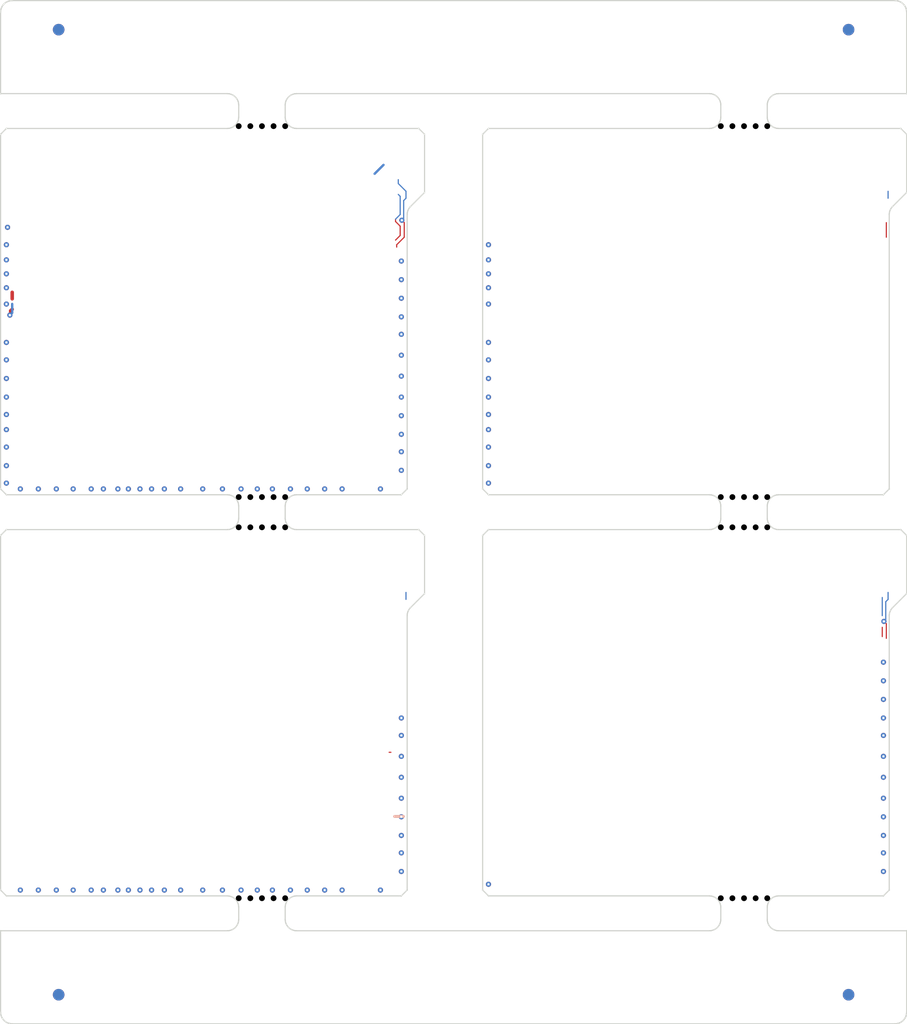
<source format=kicad_pcb>
(kicad_pcb (version 20211014) (generator pcbnew)
  (layers (0 "F.Cu" signal) (1 "In1.Cu" signal) (2 "In2.Cu" signal) (31 "B.Cu" signal) (34 "B.Paste" user) (35 "F.Paste" user) (36 "B.SilkS" user "B.Silkscreen") (37 "F.SilkS" user "F.Silkscreen") (38 "B.Mask" user) (39 "F.Mask" user) (44 "Edge.Cuts" user))
  (net 0 "")
  (net 1 "Board_0-/SWDCLK")
  (net 2 "Board_0-/SWDIO")
  (net 3 "Board_0-GND")
  (net 4 "Board_0-Net-(L5-Pad1)")
  (net 5 "Board_0-VAA")
  (net 6 "Board_1-/SWDCLK")
  (net 7 "Board_1-GND")
  (net 8 "Board_2-/SWDCLK")
  (net 9 "Board_2-/USB_CC1")
  (net 10 "Board_2-GND")
  (net 11 "Board_3-/SWDCLK")
  (net 12 "Board_3-/SWDIO")
  (net 13 "Board_3-GND")
  (footprint "NPTH" (layer "F.Cu") (at 81 92.2)
    (fp_text reference "REF**" hide)
    (fp_text value "NPTH" hide)
  )
  (footprint "NPTH" (layer "F.Cu") (at 77 60.3)
    (fp_text reference "REF**" hide)
    (fp_text value "NPTH" hide)
  )
  (footprint "NPTH" (layer "F.Cu") (at 77 25.8)
    (fp_text reference "REF**" hide)
    (fp_text value "NPTH" hide)
  )
  (footprint "NPTH" (layer "F.Cu") (at 80 60.3)
    (fp_text reference "REF**" hide)
    (fp_text value "NPTH" hide)
  )
  (footprint "NPTH" (layer "F.Cu") (at 38.5 60.3)
    (fp_text reference "REF**" hide)
    (fp_text value "NPTH" hide)
  )
  (footprint "NPTH" (layer "F.Cu") (at 36.5 25.8)
    (fp_text reference "REF**" hide)
    (fp_text value "NPTH" hide)
  )
  (footprint "NPTH" (layer "F.Cu") (at 39.5 25.8)
    (fp_text reference "REF**" hide)
    (fp_text value "NPTH" hide)
  )
  (footprint "NPTH" (layer "F.Cu") (at 81 25.8)
    (fp_text reference "REF**" hide)
    (fp_text value "NPTH" hide)
  )
  (footprint "NPTH" (layer "F.Cu") (at 78 25.8)
    (fp_text reference "REF**" hide)
    (fp_text value "NPTH" hide)
  )
  (footprint "NPTH" (layer "F.Cu") (at 80 57.7)
    (fp_text reference "REF**" hide)
    (fp_text value "NPTH" hide)
  )
  (footprint "NPTH" (layer "F.Cu") (at 35.5 25.8)
    (fp_text reference "REF**" hide)
    (fp_text value "NPTH" hide)
  )
  (footprint "NPTH" (layer "F.Cu") (at 35.5 60.3)
    (fp_text reference "REF**" hide)
    (fp_text value "NPTH" hide)
  )
  (footprint "NPTH" (layer "F.Cu") (at 37.5 25.8)
    (fp_text reference "REF**" hide)
    (fp_text value "NPTH" hide)
  )
  (footprint "Fiducial" (layer "F.Cu") (at 20 100.5)
    (fp_text reference "REF**" hide)
    (fp_text value "Fiducial" hide)
  )
  (footprint "NPTH" (layer "F.Cu") (at 38.5 25.8)
    (fp_text reference "REF**" hide)
    (fp_text value "NPTH" hide)
  )
  (footprint "NPTH" (layer "F.Cu") (at 38.5 92.2)
    (fp_text reference "REF**" hide)
    (fp_text value "NPTH" hide)
  )
  (footprint "NPTH" (layer "F.Cu") (at 78 92.2)
    (fp_text reference "REF**" hide)
    (fp_text value "NPTH" hide)
  )
  (footprint "NPTH" (layer "F.Cu") (at 79 25.8)
    (fp_text reference "REF**" hide)
    (fp_text value "NPTH" hide)
  )
  (footprint "NPTH" (layer "F.Cu") (at 39.5 60.3)
    (fp_text reference "REF**" hide)
    (fp_text value "NPTH" hide)
  )
  (footprint "NPTH" (layer "F.Cu") (at 80 92.2)
    (fp_text reference "REF**" hide)
    (fp_text value "NPTH" hide)
  )
  (footprint "NPTH" (layer "F.Cu") (at 37.5 60.3)
    (fp_text reference "REF**" hide)
    (fp_text value "NPTH" hide)
  )
  (footprint "NPTH" (layer "F.Cu") (at 77 57.7)
    (fp_text reference "REF**" hide)
    (fp_text value "NPTH" hide)
  )
  (footprint "NPTH" (layer "F.Cu") (at 79 60.3)
    (fp_text reference "REF**" hide)
    (fp_text value "NPTH" hide)
  )
  (footprint "NPTH" (layer "F.Cu") (at 81 60.3)
    (fp_text reference "REF**" hide)
    (fp_text value "NPTH" hide)
  )
  (footprint "NPTH" (layer "F.Cu") (at 39.5 57.7)
    (fp_text reference "REF**" hide)
    (fp_text value "NPTH" hide)
  )
  (footprint "NPTH" (layer "F.Cu") (at 35.5 92.2)
    (fp_text reference "REF**" hide)
    (fp_text value "NPTH" hide)
  )
  (footprint "NPTH" (layer "F.Cu") (at 79 57.7)
    (fp_text reference "REF**" hide)
    (fp_text value "NPTH" hide)
  )
  (footprint "Fiducial" (layer "F.Cu") (at 88 100.5)
    (fp_text reference "REF**" hide)
    (fp_text value "Fiducial" hide)
  )
  (footprint "NPTH" (layer "F.Cu") (at 36.5 92.2)
    (fp_text reference "REF**" hide)
    (fp_text value "NPTH" hide)
  )
  (footprint "NPTH" (layer "F.Cu") (at 36.5 57.7)
    (fp_text reference "REF**" hide)
    (fp_text value "NPTH" hide)
  )
  (footprint "NPTH" (layer "F.Cu") (at 36.5 60.3)
    (fp_text reference "REF**" hide)
    (fp_text value "NPTH" hide)
  )
  (footprint "NPTH" (layer "F.Cu") (at 81 57.7)
    (fp_text reference "REF**" hide)
    (fp_text value "NPTH" hide)
  )
  (footprint "NPTH" (layer "F.Cu") (at 39.5 92.2)
    (fp_text reference "REF**" hide)
    (fp_text value "NPTH" hide)
  )
  (footprint "Fiducial" (layer "F.Cu") (at 88 17.5)
    (fp_text reference "REF**" hide)
    (fp_text value "Fiducial" hide)
  )
  (footprint "NPTH" (layer "F.Cu") (at 37.5 57.7)
    (fp_text reference "REF**" hide)
    (fp_text value "NPTH" hide)
  )
  (footprint "NPTH" (layer "F.Cu") (at 78 60.3)
    (fp_text reference "REF**" hide)
    (fp_text value "NPTH" hide)
  )
  (footprint "NPTH" (layer "F.Cu") (at 78 57.7)
    (fp_text reference "REF**" hide)
    (fp_text value "NPTH" hide)
  )
  (footprint "NPTH" (layer "F.Cu") (at 79 92.2)
    (fp_text reference "REF**" hide)
    (fp_text value "NPTH" hide)
  )
  (footprint "NPTH" (layer "F.Cu") (at 80 25.8)
    (fp_text reference "REF**" hide)
    (fp_text value "NPTH" hide)
  )
  (footprint "NPTH" (layer "F.Cu") (at 35.5 57.7)
    (fp_text reference "REF**" hide)
    (fp_text value "NPTH" hide)
  )
  (footprint "NPTH" (layer "F.Cu") (at 77 92.2)
    (fp_text reference "REF**" hide)
    (fp_text value "NPTH" hide)
  )
  (footprint "NPTH" (layer "F.Cu") (at 38.5 57.7)
    (fp_text reference "REF**" hide)
    (fp_text value "NPTH" hide)
  )
  (footprint "NPTH" (layer "F.Cu") (at 37.5 92.2)
    (fp_text reference "REF**" hide)
    (fp_text value "NPTH" hide)
  )
  (footprint "Fiducial" (layer "F.Cu") (at 20 17.5)
    (fp_text reference "REF**" hide)
    (fp_text value "Fiducial" hide)
  )
  (footprint "Fiducial" (layer "B.Cu") (at 20 17.5)
    (fp_text reference "REF**" hide)
    (fp_text value "Fiducial" hide)
  )
  (footprint "Fiducial" (layer "B.Cu") (at 88 100.5)
    (fp_text reference "REF**" hide)
    (fp_text value "Fiducial" hide)
  )
  (footprint "Fiducial" (layer "B.Cu") (at 88 17.5)
    (fp_text reference "REF**" hide)
    (fp_text value "Fiducial" hide)
  )
  (footprint "Fiducial" (layer "B.Cu") (at 20 100.5)
    (fp_text reference "REF**" hide)
    (fp_text value "Fiducial" hide)
  )
  (gr_line (start 76.998804 59.558576) (end 76.995229 59.607036) (layer "Edge.Cuts") (width 0.1))
  (gr_line (start 92.993544 22.999275) (end 92.993997 22.999087) (layer "Edge.Cuts") (width 0.1))
  (gr_line (start 39.529671 94.250549) (end 39.519025 94.203138) (layer "Edge.Cuts") (width 0.1))
  (gr_line (start 76.980974 59.703138) (end 76.970328 59.750549) (layer "Edge.Cuts") (width 0.1))
  (gr_line (start 49.487727 57.5) (end 49.487972 57.499996) (layer "Edge.Cuts") (width 0.1))
  (gr_line (start 91.008677 57.491322) (end 91.491322 57.008677) (layer "Edge.Cuts") (width 0.1))
  (gr_line (start 57.003488 91.999775) (end 57.003978 91.999799) (layer "Edge.Cuts") (width 0.1))
  (gr_line (start 35.138047 57.724721) (end 35.174841 57.75646) (layer "Edge.Cuts") (width 0.1))
  (gr_line (start 49.499828 91.998944) (end 49.500272 91.998734) (layer "Edge.Cuts") (width 0.1))
  (gr_line (start 92.999406 102.012012) (end 92.999996 101.987972) (layer "Edge.Cuts") (width 0.1))
  (gr_line (start 81.325158 92.25646) (end 81.361952 92.224721) (layer "Edge.Cuts") (width 0.1))
  (gr_line (start 49.997374 57.002307) (end 49.997685 57.001928) (layer "Edge.Cuts") (width 0.1))
  (gr_line (start 56.501749 26.498873) (end 56.501496 26.499294) (layer "Edge.Cuts") (width 0.1))
  (gr_line (start 76.998804 92.941423) (end 77 92.990122) (layer "Edge.Cuts") (width 0.1))
  (gr_line (start 76.957368 23.702619) (end 76.970328 23.74945) (layer "Edge.Cuts") (width 0.1))
  (gr_line (start 39.510718 59.655262) (end 39.50477 59.607036) (layer "Edge.Cuts") (width 0.1))
  (gr_line (start 39.595053 23.566721) (end 39.6169 23.523318) (layer "Edge.Cuts") (width 0.1))
  (gr_line (start 91.008677 91.991322) (end 91.491322 91.508677) (layer "Edge.Cuts") (width 0.1))
  (gr_line (start 39.694826 60.09974) (end 39.666847 60.060012) (layer "Edge.Cuts") (width 0.1))
  (gr_line (start 92.508502 60.508506) (end 92.502671 60.502955) (layer "Edge.Cuts") (width 0.1))
  (gr_line (start 76.710033 94.710033) (end 76.674841 94.743539) (layer "Edge.Cuts") (width 0.1))
  (gr_line (start 34.976681 57.6169) (end 35.01896 57.640851) (layer "Edge.Cuts") (width 0.1))
  (gr_line (start 90.987727 57.5) (end 90.987972 57.499996) (layer "Edge.Cuts") (width 0.1))
  (gr_line (start 92.997517 95.003522) (end 92.997188 95.003159) (layer "Edge.Cuts") (width 0.1))
  (gr_line (start 92.881768 15.528963) (end 92.881537 15.52853) (layer "Edge.Cuts") (width 0.1))
  (gr_line (start 15.000416 95.007387) (end 15.000297 95.007863) (layer "Edge.Cuts") (width 0.1))
  (gr_line (start 39.694826 25.59974) (end 39.666847 25.560012) (layer "Edge.Cuts") (width 0.1))
  (gr_line (start 76.942125 58.15648) (end 76.957368 58.202619) (layer "Edge.Cuts") (width 0.1))
  (gr_line (start 91.491322 57.008677) (end 91.491493 57.008502) (layer "Edge.Cuts") (width 0.1))
  (gr_line (start 81.892963 92.00477) (end 81.941423 92.001195) (layer "Edge.Cuts") (width 0.1))
  (gr_line (start 15.000559 61.001556) (end 15.00044 61.002032) (layer "Edge.Cuts") (width 0.1))
  (gr_line (start 50.194826 67.32033) (end 50.224721 67.282023) (layer "Edge.Cuts") (width 0.1))
  (gr_line (start 81.439987 23.166847) (end 81.481039 23.140851) (layer "Edge.Cuts") (width 0.1))
  (gr_line (start 15.22738 102.634389) (end 15.235068 102.643302) (layer "Edge.Cuts") (width 0.1))
  (gr_line (start 51.498503 66.000705) (end 51.498734 66.000272) (layer "Edge.Cuts") (width 0.1))
  (gr_line (start 40.441423 94.998804) (end 40.392963 94.995229) (layer "Edge.Cuts") (width 0.1))
  (gr_line (start 92.624535 15.219678) (end 92.565427 15.175841) (layer "Edge.Cuts") (width 0.1))
  (gr_line (start 15.006455 95.000724) (end 15.006002 95.000912) (layer "Edge.Cuts") (width 0.1))
  (gr_line (start 35.243539 25.674841) (end 35.210033 25.710033) (layer "Edge.Cuts") (width 0.1))
  (gr_line (start 49.997978 91.501534) (end 49.99825 91.501126) (layer "Edge.Cuts") (width 0.1))
  (gr_line (start 92.110156 15.006616) (end 92.109913 15.006582) (layer "Edge.Cuts") (width 0.1))
  (gr_line (start 15.001265 26.499727) (end 15.001055 26.500171) (layer "Edge.Cuts") (width 0.1))
  (gr_line (start 15.019465 15.805209) (end 15.017452 15.816806) (layer "Edge.Cuts") (width 0.1))
  (gr_line (start 91.498944 56.999828) (end 91.499132 56.999374) (layer "Edge.Cuts") (width 0.1))
  (gr_line (start 50 67.910194) (end 50.001195 67.861494) (layer "Edge.Cuts") (width 0.1))
  (gr_line (start 92.997374 26.497692) (end 92.997044 26.497328) (layer "Edge.Cuts") (width 0.1))
  (gr_line (start 49.498443 57.49944) (end 49.498912 57.499297) (layer "Edge.Cuts") (width 0.1))
  (gr_line (start 81.166847 60.060012) (end 81.140851 60.01896) (layer "Edge.Cuts") (width 0.1))
  (gr_line (start 15.000272 56.997) (end 15.000344 56.997485) (layer "Edge.Cuts") (width 0.1))
  (gr_line (start 81.194826 60.09974) (end 81.166847 60.060012) (layer "Edge.Cuts") (width 0.1))
  (gr_line (start 50.095053 67.486793) (end 50.1169 67.44339) (layer "Edge.Cuts") (width 0.1))
  (gr_line (start 81.523318 94.883099) (end 81.481039 94.859148) (layer "Edge.Cuts") (width 0.1))
  (gr_line (start 15.36561 15.22738) (end 15.356697 15.235068) (layer "Edge.Cuts") (width 0.1))
  (gr_line (start 35.359148 94.51896) (end 35.333152 94.560012) (layer "Edge.Cuts") (width 0.1))
  (gr_line (start 76.775278 94.638047) (end 76.743539 94.674841) (layer "Edge.Cuts") (width 0.1))
  (gr_line (start 15.000344 26.502514) (end 15.000272 26.502999) (layer "Edge.Cuts") (width 0.1))
  (gr_line (start 81.844737 23.010718) (end 81.892963 23.00477) (layer "Edge.Cuts") (width 0.1))
  (gr_line (start 92.706718 15.292934) (end 92.698193 15.284818) (layer "Edge.Cuts") (width 0.1))
  (gr_line (start 40.490122 26) (end 40.441423 25.998804) (layer "Edge.Cuts") (width 0.1))
  (gr_line (start 81.095053 92.566721) (end 81.1169 92.523318) (layer "Edge.Cuts") (width 0.1))
  (gr_line (start 81.001195 23.941423) (end 81.00477 23.892963) (layer "Edge.Cuts") (width 0.1))
  (gr_line (start 92.999559 65.997967) (end 92.999655 65.997485) (layer "Edge.Cuts") (width 0.1))
  (gr_line (start 92.995771 102.086004) (end 92.995786 102.085759) (layer "Edge.Cuts") (width 0.1))
  (gr_line (start 81.00477 25.107036) (end 81.001195 25.058576) (layer "Edge.Cuts") (width 0.1))
  (gr_line (start 39.825158 94.743539) (end 39.789966 94.710033) (layer "Edge.Cuts") (width 0.1))
  (gr_line (start 34.509877 26) (end 15.512272 26) (layer "Edge.Cuts") (width 0.1))
  (gr_line (start 76.203138 94.980974) (end 76.155262 94.989281) (layer "Edge.Cuts") (width 0.1))
  (gr_line (start 56.502955 57.002671) (end 56.508506 57.008502) (layer "Edge.Cuts") (width 0.1))
  (gr_line (start 50.996021 60.5002) (end 50.987972 60.500003) (layer "Edge.Cuts") (width 0.1))
  (gr_line (start 56.998071 57.497685) (end 56.998465 57.497978) (layer "Edge.Cuts") (width 0.1))
  (gr_line (start 15.001878 22.995703) (end 15.00217 22.996097) (layer "Edge.Cuts") (width 0.1))
  (gr_line (start 15.793005 15.022196) (end 15.721619 15.040077) (layer "Edge.Cuts") (width 0.1))
  (gr_line (start 49.497485 91.999655) (end 49.497967 91.999559) (layer "Edge.Cuts") (width 0.1))
  (gr_line (start 39.640851 57.981039) (end 39.666847 57.939987) (layer "Edge.Cuts") (width 0.1))
  (gr_line (start 76.638047 92.224721) (end 76.674841 92.25646) (layer "Edge.Cuts") (width 0.1))
  (gr_line (start 15.36561 102.772619) (end 15.365989 102.77293) (layer "Edge.Cuts") (width 0.1))
  (gr_line (start 15.709568 102.956577) (end 15.710038 102.95672) (layer "Edge.Cuts") (width 0.1))
  (gr_line (start 76.203138 23.019025) (end 76.250549 23.029671) (layer "Edge.Cuts") (width 0.1))
  (gr_line (start 15.721619 15.040077) (end 15.721382 15.04014) (layer "Edge.Cuts") (width 0.1))
  (gr_line (start 81 23.990122) (end 81.001195 23.941423) (layer "Edge.Cuts") (width 0.1))
  (gr_line (start 56.998465 57.497978) (end 56.998873 57.49825) (layer "Edge.Cuts") (width 0.1))
  (gr_line (start 81.65648 23.057874) (end 81.702619 23.042631) (layer "Edge.Cuts") (width 0.1))
  (gr_line (start 92.487972 26.000003) (end 92.487727 26) (layer "Edge.Cuts") (width 0.1))
  (gr_line (start 35.174841 94.743539) (end 35.138047 94.775278) (layer "Edge.Cuts") (width 0.1))
  (gr_line (start 56.501749 57.001126) (end 56.502021 57.001534) (layer "Edge.Cuts") (width 0.1))
  (gr_line (start 57.003978 91.999799) (end 57.012027 91.999996) (layer "Edge.Cuts") (width 0.1))
  (gr_line (start 51.499559 31.497967) (end 51.499655 31.497485) (layer "Edge.Cuts") (width 0.1))
  (gr_line (start 34.655262 94.989281) (end 34.607036 94.995229) (layer "Edge.Cuts") (width 0.1))
  (gr_line (start 90.998912 91.999297) (end 90.999374 91.999132) (layer "Edge.Cuts") (width 0.1))
  (gr_line (start 35.424637 23.611144) (end 35.442125 23.65648) (layer "Edge.Cuts") (width 0.1))
  (gr_line (start 76.058576 94.998804) (end 76.009877 95) (layer "Edge.Cuts") (width 0.1))
  (gr_line (start 92.996477 95.002482) (end 92.996097 95.00217) (layer "Edge.Cuts") (width 0.1))
  (gr_line (start 15.235231 102.643486) (end 15.284651 102.698013) (layer "Edge.Cuts") (width 0.1))
  (gr_line (start 81.042631 23.702619) (end 81.057874 23.65648) (layer "Edge.Cuts") (width 0.1))
  (gr_line (start 49.99944 91.498443) (end 49.999559 91.497967) (layer "Edge.Cuts") (width 0.1))
  (gr_line (start 81.400259 94.805173) (end 81.361952 94.775278) (layer "Edge.Cuts") (width 0.1))
  (gr_line (start 81.400259 92.194826) (end 81.439987 92.166847) (layer "Edge.Cuts") (width 0.1))
  (gr_line (start 15.500171 60.501055) (end 15.499727 60.501265) (layer "Edge.Cuts") (width 0.1))
  (gr_line (start 81.523318 60.383099) (end 81.481039 60.359148) (layer "Edge.Cuts") (width 0.1))
  (gr_line (start 92.998503 26.499294) (end 92.99825 26.498873) (layer "Edge.Cuts") (width 0.1))
  (gr_line (start 81.00477 92.892963) (end 81.010718 92.844737) (layer "Edge.Cuts") (width 0.1))
  (gr_line (start 51.497374 26.497692) (end 51.497044 26.497328) (layer "Edge.Cuts") (width 0.1))
  (gr_line (start 15.047194 102.301839) (end 15.071985 102.371128) (layer "Edge.Cuts") (width 0.1))
  (gr_line (start 76.743539 92.325158) (end 76.775278 92.361952) (layer "Edge.Cuts") (width 0.1))
  (gr_line (start 40.15648 25.942125) (end 40.111144 25.924637) (layer "Edge.Cuts") (width 0.1))
  (gr_line (start 81.1169 92.523318) (end 81.140851 92.481039) (layer "Edge.Cuts") (width 0.1))
  (gr_line (start 92.837778 15.454956) (end 92.83765 15.454747) (layer "Edge.Cuts") (width 0.1))
  (gr_line (start 57.002999 91.999727) (end 57.003488 91.999775) (layer "Edge.Cuts") (width 0.1))
  (gr_line (start 56.50044 61.002032) (end 56.500344 61.002514) (layer "Edge.Cuts") (width 0.1))
  (gr_line (start 15.69816 102.952805) (end 15.698392 102.952885) (layer "Edge.Cuts") (width 0.1))
  (gr_line (start 51.499655 65.997485) (end 51.499727 65.997) (layer "Edge.Cuts") (width 0.1))
  (gr_line (start 15.000057 22.99019) (end 15.000057 22.99019) (layer "Edge.Cuts") (width 0.1))
  (gr_line (start 39.510718 92.844737) (end 39.519025 92.796861) (layer "Edge.Cuts") (width 0.1))
  (gr_line (start 56.999727 26.001265) (end 56.999294 26.001496) (layer "Edge.Cuts") (width 0.1))
  (gr_line (start 76.743539 94.674841) (end 76.710033 94.710033) (layer "Edge.Cuts") (width 0.1))
  (gr_line (start 39.981039 23.140851) (end 40.023318 23.1169) (layer "Edge.Cuts") (width 0.1))
  (gr_line (start 92.012012 102.999406) (end 92.012257 102.999397) (layer "Edge.Cuts") (width 0.1))
  (gr_line (start 92.382793 102.923504) (end 92.393554 102.918734) (layer "Edge.Cuts") (width 0.1))
  (gr_line (start 39.595053 58.066721) (end 39.6169 58.023318) (layer "Edge.Cuts") (width 0.1))
  (gr_line (start 15.518076 102.875611) (end 15.518288 102.875735) (layer "Edge.Cuts") (width 0.1))
  (gr_line (start 77 92.990122) (end 77 94.009877) (layer "Edge.Cuts") (width 0.1))
  (gr_line (start 15.003522 22.997517) (end 15.003902 22.997829) (layer "Edge.Cuts") (width 0.1))
  (gr_line (start 92.698193 102.715181) (end 92.706718 102.707065) (layer "Edge.Cuts") (width 0.1))
  (gr_line (start 81.844737 92.010718) (end 81.892963 92.00477) (layer "Edge.Cuts") (width 0.1))
  (gr_line (start 76.155262 94.989281) (end 76.107036 94.995229) (layer "Edge.Cuts") (width 0.1))
  (gr_line (start 92.289961 102.95672) (end 92.290431 102.956577) (layer "Edge.Cuts") (width 0.1))
  (gr_line (start 92.998394 95.004704) (end 92.998121 95.004296) (layer "Edge.Cuts") (width 0.1))
  (gr_line (start 76.995229 92.892963) (end 76.998804 92.941423) (layer "Edge.Cuts") (width 0.1))
  (gr_line (start 39.666847 94.560012) (end 39.640851 94.51896) (layer "Edge.Cuts") (width 0.1))
  (gr_line (start 57.002032 26.00044) (end 57.001556 26.000559) (layer "Edge.Cuts") (width 0.1))
  (gr_line (start 15.498071 60.502314) (end 15.497692 60.502625) (layer "Edge.Cuts") (width 0.1))
  (gr_line (start 76.710033 57.789966) (end 76.743539 57.825158) (layer "Edge.Cuts") (width 0.1))
  (gr_line (start 92.956577 15.709568) (end 92.952885 15.698392) (layer "Edge.Cuts") (width 0.1))
  (gr_line (start 92.998734 60.999727) (end 92.998503 60.999294) (layer "Edge.Cuts") (width 0.1))
  (gr_line (start 50.987727 26) (end 40.490122 26) (layer "Edge.Cuts") (width 0.1))
  (gr_line (start 15.902256 15.005094) (end 15.901768 15.005142) (layer "Edge.Cuts") (width 0.1))
  (gr_line (start 39.6169 59.976681) (end 39.595053 59.933278) (layer "Edge.Cuts") (width 0.1))
  (gr_line (start 15.501556 57.49944) (end 15.502032 57.499559) (layer "Edge.Cuts") (width 0.1))
  (gr_line (start 34.703138 23.019025) (end 34.750549 23.029671) (layer "Edge.Cuts") (width 0.1))
  (gr_line (start 92.918734 15.606445) (end 92.918632 15.606222) (layer "Edge.Cuts") (width 0.1))
  (gr_line (start 81.892963 23.00477) (end 81.941423 23.001195) (layer "Edge.Cuts") (width 0.1))
  (gr_line (start 81.010718 59.655262) (end 81.00477 59.607036) (layer "Edge.Cuts") (width 0.1))
  (gr_line (start 15.003159 95.002811) (end 15.002811 95.003159) (layer "Edge.Cuts") (width 0.1))
  (gr_line (start 81.702619 92.042631) (end 81.74945 92.029671) (layer "Edge.Cuts") (width 0.1))
  (gr_line (start 50.999828 26.001055) (end 50.999374 26.000867) (layer "Edge.Cuts") (width 0.1))
  (gr_line (start 81.611144 60.424637) (end 81.566721 60.404946) (layer "Edge.Cuts") (width 0.1))
  (gr_line (start 49.498912 91.999297) (end 49.499374 91.999132) (layer "Edge.Cuts") (width 0.1))
  (gr_line (start 15.503488 60.500224) (end 15.502999 60.500272) (layer "Edge.Cuts") (width 0.1))
  (gr_line (start 15.219678 15.375464) (end 15.175841 15.434572) (layer "Edge.Cuts") (width 0.1))
  (gr_line (start 92.923504 15.617206) (end 92.918734 15.606445) (layer "Edge.Cuts") (width 0.1))
  (gr_line (start 50.029671 33.169521) (end 50.042631 33.12269) (layer "Edge.Cuts") (width 0.1))
  (gr_line (start 39.789966 57.789966) (end 39.825158 57.75646) (layer "Edge.Cuts") (width 0.1))
  (gr_line (start 35.275278 57.861952) (end 35.305173 57.900259) (layer "Edge.Cuts") (width 0.1))
  (gr_line (start 92.496021 60.5002) (end 92.487972 60.500003) (layer "Edge.Cuts") (width 0.1))
  (gr_line (start 56.502314 60.998071) (end 56.502021 60.998465) (layer "Edge.Cuts") (width 0.1))
  (gr_line (start 56.997328 60.502955) (end 56.991497 60.508506) (layer "Edge.Cuts") (width 0.1))
  (gr_line (start 15.606222 15.081367) (end 15.539697 15.112831) (layer "Edge.Cuts") (width 0.1))
  (gr_line (start 15.000003 101.987972) (end 15.000593 102.012012) (layer "Edge.Cuts") (width 0.1))
  (gr_line (start 76.058576 57.501195) (end 76.107036 57.50477) (layer "Edge.Cuts") (width 0.1))
  (gr_line (start 15.009809 95.000057) (end 15.009318 95.000081) (layer "Edge.Cuts") (width 0.1))
  (gr_line (start 91.49825 91.501126) (end 91.498503 91.500705) (layer "Edge.Cuts") (width 0.1))
  (gr_line (start 91.491322 91.508677) (end 91.491493 91.508502) (layer "Edge.Cuts") (width 0.1))
  (gr_line (start 76.805173 60.09974) (end 76.775278 60.138047) (layer "Edge.Cuts") (width 0.1))
  (gr_line (start 92.99944 26.501556) (end 92.999297 26.501087) (layer "Edge.Cuts") (width 0.1))
  (gr_line (start 15.503488 26.000224) (end 15.502999 26.000272) (layer "Edge.Cuts") (width 0.1))
  (gr_line (start 15.497692 60.502625) (end 15.497328 60.502955) (layer "Edge.Cuts") (width 0.1))
  (gr_line (start 91.575362 33.031215) (end 91.595053 32.986793) (layer "Edge.Cuts") (width 0.1))
  (gr_line (start 81.892963 25.995229) (end 81.844737 25.989281) (layer "Edge.Cuts") (width 0.1))
  (gr_line (start 49.501126 57.49825) (end 49.501534 57.497978) (layer "Edge.Cuts") (width 0.1))
  (gr_line (start 81.140851 25.51896) (end 81.1169 25.476681) (layer "Edge.Cuts") (width 0.1))
  (gr_line (start 57.002514 57.499655) (end 57.002999 57.499727) (layer "Edge.Cuts") (width 0.1))
  (gr_line (start 39.825158 25.743539) (end 39.789966 25.710033) (layer "Edge.Cuts") (width 0.1))
  (gr_line (start 81.224721 23.361952) (end 81.25646 23.325158) (layer "Edge.Cuts") (width 0.1))
  (gr_line (start 39.900259 92.194826) (end 39.939987 92.166847) (layer "Edge.Cuts") (width 0.1))
  (gr_line (start 39.939987 23.166847) (end 39.981039 23.140851) (layer "Edge.Cuts") (width 0.1))
  (gr_line (start 56.998465 60.502021) (end 56.998071 60.502314) (layer "Edge.Cuts") (width 0.1))
  (gr_line (start 49.496021 57.499799) (end 49.496511 57.499775) (layer "Edge.Cuts") (width 0.1))
  (gr_line (start 81.1169 94.476681) (end 81.095053 94.433278) (layer "Edge.Cuts") (width 0.1))
  (gr_line (start 76.989281 92.844737) (end 76.995229 92.892963) (layer "Edge.Cuts") (width 0.1))
  (gr_line (start 49.498912 57.499297) (end 49.499374 57.499132) (layer "Edge.Cuts") (width 0.1))
  (gr_line (start 81.439987 92.166847) (end 81.481039 92.140851) (layer "Edge.Cuts") (width 0.1))
  (gr_line (start 15.001496 91.500705) (end 15.001749 91.501126) (layer "Edge.Cuts") (width 0.1))
  (gr_line (start 76.203138 25.980974) (end 76.155262 25.989281) (layer "Edge.Cuts") (width 0.1))
  (gr_line (start 57.012027 26.000003) (end 57.003978 26.0002) (layer "Edge.Cuts") (width 0.1))
  (gr_line (start 15 16.012272) (end 15 22.987727) (layer "Edge.Cuts") (width 0.1))
  (gr_line (start 92.780172 102.624731) (end 92.780321 102.624535) (layer "Edge.Cuts") (width 0.1))
  (gr_line (start 91.529671 33.169521) (end 91.542631 33.12269) (layer "Edge.Cuts") (width 0.1))
  (gr_line (start 35.210033 92.289966) (end 35.243539 92.325158) (layer "Edge.Cuts") (width 0.1))
  (gr_line (start 57.002514 26.000344) (end 57.002032 26.00044) (layer "Edge.Cuts") (width 0.1))
  (gr_line (start 49.999727 56.997) (end 49.999775 56.996511) (layer "Edge.Cuts") (width 0.1))
  (gr_line (start 92.999275 22.993544) (end 92.99944 22.993082) (layer "Edge.Cuts") (width 0.1))
  (gr_line (start 15.539476 102.88706) (end 15.539697 102.887168) (layer "Edge.Cuts") (width 0.1))
  (gr_line (start 90.987727 92) (end 90.987972 91.999996) (layer "Edge.Cuts") (width 0.1))
  (gr_line (start 57.000625 91.999132) (end 57.001087 91.999297) (layer "Edge.Cuts") (width 0.1))
  (gr_line (start 15.292934 15.293281) (end 15.284818 15.301806) (layer "Edge.Cuts") (width 0.1))
  (gr_line (start 15.004228 102.086004) (end 15.005094 102.097743) (layer "Edge.Cuts") (width 0.1))
  (gr_line (start 76.904946 25.433278) (end 76.883099 25.476681) (layer "Edge.Cuts") (width 0.1))
  (gr_line (start 81.611144 94.924637) (end 81.566721 94.904946) (layer "Edge.Cuts") (width 0.1))
  (gr_line (start 34.79738 92.042631) (end 34.843519 92.057874) (layer "Edge.Cuts") (width 0.1))
  (gr_line (start 16.012027 15.000003) (end 15.987987 15.000593) (layer "Edge.Cuts") (width 0.1))
  (gr_line (start 56.502955 26.497328) (end 56.502625 26.497692) (layer "Edge.Cuts") (width 0.1))
  (gr_line (start 49.497 91.999727) (end 49.497485 91.999655) (layer "Edge.Cuts") (width 0.1))
  (gr_line (start 92.371358 102.927928) (end 92.38234 102.923692) (layer "Edge.Cuts") (width 0.1))
  (gr_line (start 81.941423 92.001195) (end 81.990122 92) (layer "Edge.Cuts") (width 0.1))
  (gr_line (start 51.497685 26.498071) (end 51.497374 26.497692) (layer "Edge.Cuts") (width 0.1))
  (gr_line (start 15.539476 15.112939) (end 15.528963 15.118231) (layer "Edge.Cuts") (width 0.1))
  (gr_line (start 16.012272 103) (end 91.987727 103) (layer "Edge.Cuts") (width 0.1))
  (gr_line (start 39.529671 23.74945) (end 39.542631 23.702619) (layer "Edge.Cuts") (width 0.1))
  (gr_line (start 92.624731 102.780172) (end 92.63401 102.77293) (layer "Edge.Cuts") (width 0.1))
  (gr_line (start 15.501087 26.000702) (end 15.500625 26.000867) (layer "Edge.Cuts") (width 0.1))
  (gr_line (start 39.510718 94.155262) (end 39.50477 94.107036) (layer "Edge.Cuts") (width 0.1))
  (gr_line (start 91.49825 57.001126) (end 91.498503 57.000705) (layer "Edge.Cuts") (width 0.1))
  (gr_line (start 92.109913 102.993417) (end 92.110156 102.993383) (layer "Edge.Cuts") (width 0.1))
  (gr_line (start 50.010718 67.764808) (end 50.019025 67.716932) (layer "Edge.Cuts") (width 0.1))
  (gr_line (start 76.638047 25.775278) (end 76.59974 25.805173) (layer "Edge.Cuts") (width 0.1))
  (gr_line (start 15.502514 26.000344) (end 15.502032 26.00044) (layer "Edge.Cuts") (width 0.1))
  (gr_line (start 15.235068 15.356697) (end 15.22738 15.36561) (layer "Edge.Cuts") (width 0.1))
  (gr_line (start 92.875611 15.518076) (end 92.837778 15.454956) (layer "Edge.Cuts") (width 0.1))
  (gr_line (start 15.076307 102.38234) (end 15.076495 102.382793) (layer "Edge.Cuts") (width 0.1))
  (gr_line (start 15.000593 102.012012) (end 15.000602 102.012257) (layer "Edge.Cuts") (width 0.1))
  (gr_line (start 92.991169 95.000129) (end 92.990681 95.000081) (layer "Edge.Cuts") (width 0.1))
  (gr_line (start 15.002955 91.502671) (end 15.008506 91.508502) (layer "Edge.Cuts") (width 0.1))
  (gr_line (start 92.301839 15.047194) (end 92.301607 15.047114) (layer "Edge.Cuts") (width 0.1))
  (gr_line (start 92.999297 26.501087) (end 92.999132 26.500625) (layer "Edge.Cuts") (width 0.1))
  (gr_line (start 51.499799 61.003978) (end 51.499775 61.003488) (layer "Edge.Cuts") (width 0.1))
  (gr_line (start 56.991497 91.991493) (end 56.997328 91.997044) (layer "Edge.Cuts") (width 0.1))
  (gr_line (start 76.433278 92.095053) (end 76.476681 92.1169) (layer "Edge.Cuts") (width 0.1))
  (gr_line (start 15.502999 60.500272) (end 15.502514 60.500344) (layer "Edge.Cuts") (width 0.1))
  (gr_line (start 91.510718 33.264808) (end 91.519025 33.216932) (layer "Edge.Cuts") (width 0.1))
  (gr_line (start 92.993383 102.110156) (end 92.993417 102.109913) (layer "Edge.Cuts") (width 0.1))
  (gr_line (start 15.901768 102.994857) (end 15.902256 102.994905) (layer "Edge.Cuts") (width 0.1))
  (gr_line (start 39.6169 92.523318) (end 39.640851 92.481039) (layer "Edge.Cuts") (width 0.1))
  (gr_line (start 56.500344 61.002514) (end 56.500272 61.002999) (layer "Edge.Cuts") (width 0.1))
  (gr_line (start 15.017452 15.816806) (end 15.017413 15.817049) (layer "Edge.Cuts") (width 0.1))
  (gr_line (start 50.224721 32.782023) (end 50.25646 32.74523) (layer "Edge.Cuts") (width 0.1))
  (gr_line (start 81.65648 25.942125) (end 81.611144 25.924637) (layer "Edge.Cuts") (width 0.1))
  (gr_line (start 15.301806 102.715181) (end 15.301986 102.715348) (layer "Edge.Cuts") (width 0.1))
  (gr_line (start 15.52853 15.118462) (end 15.518288 15.124264) (layer "Edge.Cuts") (width 0.1))
  (gr_line (start 40.15648 23.057874) (end 40.202619 23.042631) (layer "Edge.Cuts") (width 0.1))
  (gr_line (start 93 31.487727) (end 93 26.512272) (layer "Edge.Cuts") (width 0.1))
  (gr_line (start 81.075362 94.388855) (end 81.057874 94.343519) (layer "Edge.Cuts") (width 0.1))
  (gr_line (start 15.498071 91.997685) (end 15.498465 91.997978) (layer "Edge.Cuts") (width 0.1))
  (gr_line (start 15.000602 15.987742) (end 15.000593 15.987987) (layer "Edge.Cuts") (width 0.1))
  (gr_line (start 39.789966 60.210033) (end 39.75646 60.174841) (layer "Edge.Cuts") (width 0.1))
  (gr_line (start 15.518288 102.875735) (end 15.52853 102.881537) (layer "Edge.Cuts") (width 0.1))
  (gr_line (start 15.081265 102.393554) (end 15.081367 102.393777) (layer "Edge.Cuts") (width 0.1))
  (gr_line (start 39.789966 94.710033) (end 39.75646 94.674841) (layer "Edge.Cuts") (width 0.1))
  (gr_line (start 92.012012 15.000593) (end 91.987972 15.000003) (layer "Edge.Cuts") (width 0.1))
  (gr_line (start 92.831352 15.444802) (end 92.83108 15.444394) (layer "Edge.Cuts") (width 0.1))
  (gr_line (start 39.542631 25.29738) (end 39.529671 25.250549) (layer "Edge.Cuts") (width 0.1))
  (gr_line (start 35.305173 92.400259) (end 35.333152 92.439987) (layer "Edge.Cuts") (width 0.1))
  (gr_line (start 51.499799 31.496021) (end 51.499996 31.487972) (layer "Edge.Cuts") (width 0.1))
  (gr_line (start 92.997978 26.498465) (end 92.997685 26.498071) (layer "Edge.Cuts") (width 0.1))
  (gr_line (start 76.904946 92.566721) (end 76.924637 92.611144) (layer "Edge.Cuts") (width 0.1))
  (gr_line (start 51.499727 65.997) (end 51.499775 65.996511) (layer "Edge.Cuts") (width 0.1))
  (gr_line (start 92.997685 26.498071) (end 92.997374 26.497692) (layer "Edge.Cuts") (width 0.1))
  (gr_line (start 57.001087 26.000702) (end 57.000625 26.000867) (layer "Edge.Cuts") (width 0.1))
  (gr_line (start 40.023318 94.883099) (end 39.981039 94.859148) (layer "Edge.Cuts") (width 0.1))
  (gr_line (start 15.071985 102.371128) (end 15.072071 102.371358) (layer "Edge.Cuts") (width 0.1))
  (gr_line (start 56.999294 57.498503) (end 56.999727 57.498734) (layer "Edge.Cuts") (width 0.1))
  (gr_line (start 76.009877 92) (end 76.058576 92.001195) (layer "Edge.Cuts") (width 0.1))
  (gr_line (start 81.095053 94.433278) (end 81.075362 94.388855) (layer "Edge.Cuts") (width 0.1))
  (gr_line (start 76.989281 58.344737) (end 76.995229 58.392963) (layer "Edge.Cuts") (width 0.1))
  (gr_line (start 35.359148 25.51896) (end 35.333152 25.560012) (layer "Edge.Cuts") (width 0.1))
  (gr_line (start 34.703138 25.980974) (end 34.655262 25.989281) (layer "Edge.Cuts") (width 0.1))
  (gr_line (start 39.5 58.490122) (end 39.501195 58.441423) (layer "Edge.Cuts") (width 0.1))
  (gr_line (start 92.997685 66.001928) (end 92.997978 66.001534) (layer "Edge.Cuts") (width 0.1))
  (gr_line (start 92.999132 26.500625) (end 92.998944 26.500171) (layer "Edge.Cuts") (width 0.1))
  (gr_line (start 15.002955 26.497328) (end 15.002625 26.497692) (layer "Edge.Cuts") (width 0.1))
  (gr_line (start 76.904946 23.566721) (end 76.924637 23.611144) (layer "Edge.Cuts") (width 0.1))
  (gr_line (start 76.805173 57.900259) (end 76.833152 57.939987) (layer "Edge.Cuts") (width 0.1))
  (gr_line (start 92.997044 60.997328) (end 92.991493 60.991497) (layer "Edge.Cuts") (width 0.1))
  (gr_line (start 92.371128 102.928014) (end 92.371358 102.927928) (layer "Edge.Cuts") (width 0.1))
  (gr_line (start 34.703138 60.480974) (end 34.655262 60.489281) (layer "Edge.Cuts") (width 0.1))
  (gr_line (start 92.499828 60.501055) (end 92.499374 60.500867) (layer "Edge.Cuts") (width 0.1))
  (gr_line (start 51.499297 26.501087) (end 51.499132 26.500625) (layer "Edge.Cuts") (width 0.1))
  (gr_line (start 92.290431 15.043422) (end 92.289961 15.043279) (layer "Edge.Cuts") (width 0.1))
  (gr_line (start 81.702619 60.457368) (end 81.65648 60.442125) (layer "Edge.Cuts") (width 0.1))
  (gr_line (start 51.497044 26.497328) (end 51.491493 26.491497) (layer "Edge.Cuts") (width 0.1))
  (gr_line (start 57.001556 57.49944) (end 57.002032 57.499559) (layer "Edge.Cuts") (width 0.1))
  (gr_line (start 81.057874 25.343519) (end 81.042631 25.29738) (layer "Edge.Cuts") (width 0.1))
  (gr_line (start 56.997692 26.002625) (end 56.997328 26.002955) (layer "Edge.Cuts") (width 0.1))
  (gr_line (start 92.999397 15.987742) (end 92.995786 15.91424) (layer "Edge.Cuts") (width 0.1))
  (gr_line (start 76.343519 23.057874) (end 76.388855 23.075362) (layer "Edge.Cuts") (width 0.1))
  (gr_line (start 92.987972 95.000003) (end 92.987727 95) (layer "Edge.Cuts") (width 0.1))
  (gr_line (start 92.997517 22.996477) (end 92.997829 22.996097) (layer "Edge.Cuts") (width 0.1))
  (gr_line (start 92.496511 60.500224) (end 92.496021 60.5002) (layer "Edge.Cuts") (width 0.1))
  (gr_line (start 49.999297 91.498912) (end 49.99944 91.498443) (layer "Edge.Cuts") (width 0.1))
  (gr_line (start 15.793243 102.97786) (end 15.804728 102.980438) (layer "Edge.Cuts") (width 0.1))
  (gr_line (start 35.275278 25.638047) (end 35.243539 25.674841) (layer "Edge.Cuts") (width 0.1))
  (gr_line (start 92.471036 15.118231) (end 92.460523 15.112939) (layer "Edge.Cuts") (width 0.1))
  (gr_line (start 76.805173 94.59974) (end 76.775278 94.638047) (layer "Edge.Cuts") (width 0.1))
  (gr_line (start 15.817049 15.017413) (end 15.816806 15.017452) (layer "Edge.Cuts") (width 0.1))
  (gr_line (start 91.497978 91.501534) (end 91.49825 91.501126) (layer "Edge.Cuts") (width 0.1))
  (gr_line (start 76.743539 23.325158) (end 76.775278 23.361952) (layer "Edge.Cuts") (width 0.1))
  (gr_line (start 49.999655 91.497485) (end 49.999727 91.497) (layer "Edge.Cuts") (width 0.1))
  (gr_line (start 15.444394 102.83108) (end 15.444802 102.831352) (layer "Edge.Cuts") (width 0.1))
  (gr_line (start 56.991322 60.508677) (end 56.508677 60.991322) (layer "Edge.Cuts") (width 0.1))
  (gr_line (start 92.460523 102.88706) (end 92.471036 102.881768) (layer "Edge.Cuts") (width 0.1))
  (gr_line (start 15.000559 26.501556) (end 15.00044 26.502032) (layer "Edge.Cuts") (width 0.1))
  (gr_line (start 92.997044 26.497328) (end 92.991493 26.491497) (layer "Edge.Cuts") (width 0.1))
  (gr_line (start 15.512272 26) (end 15.512027 26.000003) (layer "Edge.Cuts") (width 0.1))
  (gr_line (start 92.999406 15.987987) (end 92.999397 15.987742) (layer "Edge.Cuts") (width 0.1))
  (gr_line (start 15.005142 15.901768) (end 15.005094 15.902256) (layer "Edge.Cuts") (width 0.1))
  (gr_line (start 92.780172 15.375268) (end 92.77293 15.365989) (layer "Edge.Cuts") (width 0.1))
  (gr_line (start 91.49944 56.998443) (end 91.499559 56.997967) (layer "Edge.Cuts") (width 0.1))
  (gr_line (start 15.498071 26.002314) (end 15.497692 26.002625) (layer "Edge.Cuts") (width 0.1))
  (gr_line (start 15.019561 15.804728) (end 15.019465 15.805209) (layer "Edge.Cuts") (width 0.1))
  (gr_line (start 15.072071 102.371358) (end 15.076307 102.38234) (layer "Edge.Cuts") (width 0.1))
  (gr_line (start 92.999132 31.499374) (end 92.999297 31.498912) (layer "Edge.Cuts") (width 0.1))
  (gr_line (start 39.900259 23.194826) (end 39.939987 23.166847) (layer "Edge.Cuts") (width 0.1))
  (gr_line (start 81.057874 94.343519) (end 81.042631 94.29738) (layer "Edge.Cuts") (width 0.1))
  (gr_line (start 39.6169 25.476681) (end 39.595053 25.433278) (layer "Edge.Cuts") (width 0.1))
  (gr_line (start 15.628871 15.071985) (end 15.628641 15.072071) (layer "Edge.Cuts") (width 0.1))
  (gr_line (start 15.000702 26.501087) (end 15.000559 26.501556) (layer "Edge.Cuts") (width 0.1))
  (gr_line (start 15.002955 60.997328) (end 15.002625 60.997692) (layer "Edge.Cuts") (width 0.1))
  (gr_line (start 40.202619 57.542631) (end 40.24945 57.529671) (layer "Edge.Cuts") (width 0.1))
  (gr_line (start 39.50477 25.107036) (end 39.501195 25.058576) (layer "Edge.Cuts") (width 0.1))
  (gr_line (start 39.50477 59.607036) (end 39.501195 59.558576) (layer "Edge.Cuts") (width 0.1))
  (gr_line (start 76.883099 23.523318) (end 76.904946 23.566721) (layer "Edge.Cuts") (width 0.1))
  (gr_line (start 39.724721 92.361952) (end 39.75646 92.325158) (layer "Edge.Cuts") (width 0.1))
  (gr_line (start 39.501195 58.441423) (end 39.50477 58.392963) (layer "Edge.Cuts") (width 0.1))
  (gr_line (start 81.019025 94.203138) (end 81.010718 94.155262) (layer "Edge.Cuts") (width 0.1))
  (gr_line (start 92.995703 22.998121) (end 92.996097 22.997829) (layer "Edge.Cuts") (width 0.1))
  (gr_line (start 51.491322 60.991322) (end 51.008677 60.508677) (layer "Edge.Cuts") (width 0.1))
  (gr_line (start 40.111144 92.075362) (end 40.15648 92.057874) (layer "Edge.Cuts") (width 0.1))
  (gr_line (start 49.498443 91.99944) (end 49.498912 91.999297) (layer "Edge.Cuts") (width 0.1))
  (gr_line (start 39.542631 94.29738) (end 39.529671 94.250549) (layer "Edge.Cuts") (width 0.1))
  (gr_line (start 76.29738 25.957368) (end 76.250549 25.970328) (layer "Edge.Cuts") (width 0.1))
  (gr_line (start 15.606445 15.081265) (end 15.606222 15.081367) (layer "Edge.Cuts") (width 0.1))
  (gr_line (start 15.004213 102.085759) (end 15.004228 102.086004) (layer "Edge.Cuts") (width 0.1))
  (gr_line (start 92.952805 102.301839) (end 92.952885 102.301607) (layer "Edge.Cuts") (width 0.1))
  (gr_line (start 91.497685 91.501928) (end 91.497978 91.501534) (layer "Edge.Cuts") (width 0.1))
  (gr_line (start 81.029671 58.24945) (end 81.042631 58.202619) (layer "Edge.Cuts") (width 0.1))
  (gr_line (start 15.162221 15.454956) (end 15.124388 15.518076) (layer "Edge.Cuts") (width 0.1))
  (gr_line (start 15.002955 57.002671) (end 15.008506 57.008502) (layer "Edge.Cuts") (width 0.1))
  (gr_line (start 15.000003 95.012027) (end 15 95.012272) (layer "Edge.Cuts") (width 0.1))
  (gr_line (start 76.433278 25.904946) (end 76.388855 25.924637) (layer "Edge.Cuts") (width 0.1))
  (gr_line (start 15.000057 95.009809) (end 15.000003 95.012027) (layer "Edge.Cuts") (width 0.1))
  (gr_line (start 40.344737 60.489281) (end 40.296861 60.480974) (layer "Edge.Cuts") (width 0.1))
  (gr_line (start 92.460302 15.112831) (end 92.393777 15.081367) (layer "Edge.Cuts") (width 0.1))
  (gr_line (start 34.843519 92.057874) (end 34.888855 92.075362) (layer "Edge.Cuts") (width 0.1))
  (gr_line (start 49.496511 91.999775) (end 49.497 91.999727) (layer "Edge.Cuts") (width 0.1))
  (gr_line (start 15.168919 15.444394) (end 15.168647 15.444802) (layer "Edge.Cuts") (width 0.1))
  (gr_line (start 57.012027 60.500003) (end 57.003978 60.5002) (layer "Edge.Cuts") (width 0.1))
  (gr_line (start 92.980438 102.195271) (end 92.980534 102.19479) (layer "Edge.Cuts") (width 0.1))
  (gr_line (start 92.992136 95.000297) (end 92.991655 95.000201) (layer "Edge.Cuts") (width 0.1))
  (gr_line (start 81.194826 57.900259) (end 81.224721 57.861952) (layer "Edge.Cuts") (width 0.1))
  (gr_line (start 15.502032 57.499559) (end 15.502514 57.499655) (layer "Edge.Cuts") (width 0.1))
  (gr_line (start 49.496021 91.999799) (end 49.496021 91.999799) (layer "Edge.Cuts") (width 0.1))
  (gr_line (start 92.991655 95.000201) (end 92.991169 95.000129) (layer "Edge.Cuts") (width 0.1))
  (gr_line (start 35.333152 94.560012) (end 35.305173 94.59974) (layer "Edge.Cuts") (width 0.1))
  (gr_line (start 15.500625 26.000867) (end 15.500171 26.001055) (layer "Edge.Cuts") (width 0.1))
  (gr_line (start 15.124264 15.518288) (end 15.118462 15.52853) (layer "Edge.Cuts") (width 0.1))
  (gr_line (start 92.496021 26.0002) (end 92.487972 26.000003) (layer "Edge.Cuts") (width 0.1))
  (gr_line (start 34.888855 25.924637) (end 34.843519 25.942125) (layer "Edge.Cuts") (width 0.1))
  (gr_line (start 81.439987 60.333152) (end 81.400259 60.305173) (layer "Edge.Cuts") (width 0.1))
  (gr_line (start 15 61.012272) (end 15 91.487727) (layer "Edge.Cuts") (width 0.1))
  (gr_line (start 40.202619 92.042631) (end 40.24945 92.029671) (layer "Edge.Cuts") (width 0.1))
  (gr_line (start 81.029671 23.74945) (end 81.042631 23.702619) (layer "Edge.Cuts") (width 0.1))
  (gr_line (start 39.981039 94.859148) (end 39.939987 94.833152) (layer "Edge.Cuts") (width 0.1))
  (gr_line (start 51.499297 31.498912) (end 51.49944 31.498443) (layer "Edge.Cuts") (width 0.1))
  (gr_line (start 15.00044 91.497967) (end 15.000559 91.498443) (layer "Edge.Cuts") (width 0.1))
  (gr_line (start 35.470328 92.74945) (end 35.480974 92.796861) (layer "Edge.Cuts") (width 0.1))
  (gr_line (start 15.890086 15.006582) (end 15.889843 15.006616) (layer "Edge.Cuts") (width 0.1))
  (gr_line (start 39.75646 92.325158) (end 39.789966 92.289966) (layer "Edge.Cuts") (width 0.1))
  (gr_line (start 39.640851 25.51896) (end 39.6169 25.476681) (layer "Edge.Cuts") (width 0.1))
  (gr_line (start 76.883099 92.523318) (end 76.904946 92.566721) (layer "Edge.Cuts") (width 0.1))
  (gr_line (start 92.77293 102.63401) (end 92.780172 102.624731) (layer "Edge.Cuts") (width 0.1))
  (gr_line (start 76.59974 57.694826) (end 76.638047 57.724721) (layer "Edge.Cuts") (width 0.1))
  (gr_line (start 56.500559 26.501556) (end 56.50044 26.502032) (layer "Edge.Cuts") (width 0.1))
  (gr_line (start 90.997485 57.499655) (end 90.997967 57.499559) (layer "Edge.Cuts") (width 0.1))
  (gr_line (start 91.75646 67.24523) (end 91.790051 67.209948) (layer "Edge.Cuts") (width 0.1))
  (gr_line (start 15.805209 15.019465) (end 15.804728 15.019561) (layer "Edge.Cuts") (width 0.1))
  (gr_line (start 51.49825 26.498873) (end 51.497978 26.498465) (layer "Edge.Cuts") (width 0.1))
  (gr_line (start 81.00477 58.392963) (end 81.010718 58.344737) (layer "Edge.Cuts") (width 0.1))
  (gr_line (start 81.325158 60.243539) (end 81.289966 60.210033) (layer "Edge.Cuts") (width 0.1))
  (gr_line (start 40.24945 60.470328) (end 40.202619 60.457368) (layer "Edge.Cuts") (width 0.1))
  (gr_line (start 76.980974 23.796861) (end 76.989281 23.844737) (layer "Edge.Cuts") (width 0.1))
  (gr_line (start 91.519025 33.216932) (end 91.529671 33.169521) (layer "Edge.Cuts") (width 0.1))
  (gr_line (start 49.991322 91.508677) (end 49.991493 91.508502) (layer "Edge.Cuts") (width 0.1))
  (gr_line (start 57.003488 26.000224) (end 57.002999 26.000272) (layer "Edge.Cuts") (width 0.1))
  (gr_line (start 81.1169 59.976681) (end 81.095053 59.933278) (layer "Edge.Cuts") (width 0.1))
  (gr_line (start 92.993082 22.99944) (end 92.993544 22.999275) (layer "Edge.Cuts") (width 0.1))
  (gr_line (start 92.824302 102.565228) (end 92.83108 102.555605) (layer "Edge.Cuts") (width 0.1))
  (gr_line (start 93 16.012272) (end 92.999996 16.012027) (layer "Edge.Cuts") (width 0.1))
  (gr_line (start 56.500224 26.503488) (end 56.5002 26.503978) (layer "Edge.Cuts") (width 0.1))
  (gr_line (start 92.499374 60.500867) (end 92.498912 60.500702) (layer "Edge.Cuts") (width 0.1))
  (gr_line (start 49.999799 91.496021) (end 49.999996 91.487972) (layer "Edge.Cuts") (width 0.1))
  (gr_line (start 92.38234 102.923692) (end 92.382793 102.923504) (layer "Edge.Cuts") (width 0.1))
  (gr_line (start 15.617206 102.923504) (end 15.617659 102.923692) (layer "Edge.Cuts") (width 0.1))
  (gr_line (start 76.250549 57.529671) (end 76.29738 57.542631) (layer "Edge.Cuts") (width 0.1))
  (gr_line (start 50.001195 33.361494) (end 50.00477 33.313034) (layer "Edge.Cuts") (width 0.1))
  (gr_line (start 92.501126 60.501749) (end 92.500705 60.501496) (layer "Edge.Cuts") (width 0.1))
  (gr_line (start 39.900259 60.305173) (end 39.861952 60.275278) (layer "Edge.Cuts") (width 0.1))
  (gr_line (start 56.508677 57.008677) (end 56.991322 57.491322) (layer "Edge.Cuts") (width 0.1))
  (gr_line (start 81.990122 60.5) (end 81.941423 60.498804) (layer "Edge.Cuts") (width 0.1))
  (gr_line (start 90.996021 57.499799) (end 90.996511 57.499775) (layer "Edge.Cuts") (width 0.1))
  (gr_line (start 56.501496 91.500705) (end 56.501749 91.501126) (layer "Edge.Cuts") (width 0.1))
  (gr_line (start 49.501126 91.99825) (end 49.501534 91.997978) (layer "Edge.Cuts") (width 0.1))
  (gr_line (start 15.043279 15.710038) (end 15.04014 15.721382) (layer "Edge.Cuts") (width 0.1))
  (gr_line (start 92.993544 95.000724) (end 92.993082 95.000559) (layer "Edge.Cuts") (width 0.1))
  (gr_line (start 15.539697 102.887168) (end 15.606222 102.918632) (layer "Edge.Cuts") (width 0.1))
  (gr_line (start 90.996511 57.499775) (end 90.997 57.499727) (layer "Edge.Cuts") (width 0.1))
  (gr_line (start 76.775278 60.138047) (end 76.743539 60.174841) (layer "Edge.Cuts") (width 0.1))
  (gr_line (start 15.721382 102.959859) (end 15.721619 102.959922) (layer "Edge.Cuts") (width 0.1))
  (gr_line (start 39.75646 25.674841) (end 39.724721 25.638047) (layer "Edge.Cuts") (width 0.1))
  (gr_line (start 51.498734 31.500272) (end 51.498944 31.499828) (layer "Edge.Cuts") (width 0.1))
  (gr_line (start 39.981039 57.640851) (end 40.023318 57.6169) (layer "Edge.Cuts") (width 0.1))
  (gr_line (start 92.565228 15.175697) (end 92.555605 15.168919) (layer "Edge.Cuts") (width 0.1))
  (gr_line (start 39.900259 94.805173) (end 39.861952 94.775278) (layer "Edge.Cuts") (width 0.1))
  (gr_line (start 76.009877 57.5) (end 76.058576 57.501195) (layer "Edge.Cuts") (width 0.1))
  (gr_line (start 15.047114 15.698392) (end 15.043422 15.709568) (layer "Edge.Cuts") (width 0.1))
  (gr_line (start 91.499727 91.497) (end 91.499775 91.496511) (layer "Edge.Cuts") (width 0.1))
  (gr_line (start 40.023318 25.883099) (end 39.981039 25.859148) (layer "Edge.Cuts") (width 0.1))
  (gr_line (start 15.375464 15.219678) (end 15.375268 15.219827) (layer "Edge.Cuts") (width 0.1))
  (gr_line (start 81.892963 60.495229) (end 81.844737 60.489281) (layer "Edge.Cuts") (width 0.1))
  (gr_line (start 35.174841 25.743539) (end 35.138047 25.775278) (layer "Edge.Cuts") (width 0.1))
  (gr_line (start 92.982547 102.183193) (end 92.982586 102.18295) (layer "Edge.Cuts") (width 0.1))
  (gr_line (start 93 101.987727) (end 93 95.012272) (layer "Edge.Cuts") (width 0.1))
  (gr_line (start 56.997692 91.997374) (end 56.998071 91.997685) (layer "Edge.Cuts") (width 0.1))
  (gr_line (start 93 61.012272) (end 92.999996 61.012027) (layer "Edge.Cuts") (width 0.1))
  (gr_line (start 35.09974 94.805173) (end 35.060012 94.833152) (layer "Edge.Cuts") (width 0.1))
  (gr_line (start 35.495229 25.107036) (end 35.489281 25.155262) (layer "Edge.Cuts") (width 0.1))
  (gr_line (start 35.243539 60.174841) (end 35.210033 60.210033) (layer "Edge.Cuts") (width 0.1))
  (gr_line (start 81.075362 23.611144) (end 81.095053 23.566721) (layer "Edge.Cuts") (width 0.1))
  (gr_line (start 92.999996 31.487972) (end 93 31.487727) (layer "Edge.Cuts") (width 0.1))
  (gr_line (start 35.495229 92.892963) (end 35.498804 92.941423) (layer "Edge.Cuts") (width 0.1))
  (gr_line (start 15.498465 91.997978) (end 15.498873 91.99825) (layer "Edge.Cuts") (width 0.1))
  (gr_line (start 91.497044 57.002671) (end 91.497374 57.002307) (layer "Edge.Cuts") (width 0.1))
  (gr_line (start 35.5 23.990122) (end 35.5 25.009877) (layer "Edge.Cuts") (width 0.1))
  (gr_line (start 76.638047 60.275278) (end 76.59974 60.305173) (layer "Edge.Cuts") (width 0.1))
  (gr_line (start 15.00883 22.99987) (end 15.009318 22.999918) (layer "Edge.Cuts") (width 0.1))
  (gr_line (start 92.012257 15.000602) (end 92.012012 15.000593) (layer "Edge.Cuts") (width 0.1))
  (gr_line (start 91.499996 91.487972) (end 91.5 91.487727) (layer "Edge.Cuts") (width 0.1))
  (gr_line (start 56.991497 26.008506) (end 56.991322 26.008677) (layer "Edge.Cuts") (width 0.1))
  (gr_line (start 51.499655 31.497485) (end 51.499727 31.497) (layer "Edge.Cuts") (width 0.1))
  (gr_line (start 92.501534 60.502021) (end 92.501126 60.501749) (layer "Edge.Cuts") (width 0.1))
  (gr_line (start 15.007863 22.999702) (end 15.008344 22.999798) (layer "Edge.Cuts") (width 0.1))
  (gr_line (start 91.501195 33.361494) (end 91.50477 33.313034) (layer "Edge.Cuts") (width 0.1))
  (gr_line (start 76.942125 59.843519) (end 76.924637 59.888855) (layer "Edge.Cuts") (width 0.1))
  (gr_line (start 56.501496 26.499294) (end 56.501265 26.499727) (layer "Edge.Cuts") (width 0.1))
  (gr_line (start 49.508677 91.991322) (end 49.991322 91.508677) (layer "Edge.Cuts") (width 0.1))
  (gr_line (start 56.5 61.012272) (end 56.5 91.487727) (layer "Edge.Cuts") (width 0.1))
  (gr_line (start 91.987972 15.000003) (end 91.987727 15) (layer "Edge.Cuts") (width 0.1))
  (gr_line (start 92.206756 15.022139) (end 92.195271 15.019561) (layer "Edge.Cuts") (width 0.1))
  (gr_line (start 76.560012 92.166847) (end 76.59974 92.194826) (layer "Edge.Cuts") (width 0.1))
  (gr_line (start 51.499559 26.502032) (end 51.49944 26.501556) (layer "Edge.Cuts") (width 0.1))
  (gr_line (start 51.499727 61.002999) (end 51.499655 61.002514) (layer "Edge.Cuts") (width 0.1))
  (gr_line (start 76.775278 23.361952) (end 76.805173 23.400259) (layer "Edge.Cuts") (width 0.1))
  (gr_line (start 92.999996 26.512027) (end 92.999799 26.503978) (layer "Edge.Cuts") (width 0.1))
  (gr_line (start 40.15648 60.442125) (end 40.111144 60.424637) (layer "Edge.Cuts") (width 0.1))
  (gr_line (start 76.883099 94.476681) (end 76.859148 94.51896) (layer "Edge.Cuts") (width 0.1))
  (gr_line (start 15.491497 91.991493) (end 15.497328 91.997044) (layer "Edge.Cuts") (width 0.1))
  (gr_line (start 76.674841 92.25646) (end 76.710033 92.289966) (layer "Edge.Cuts") (width 0.1))
  (gr_line (start 92.83108 15.444394) (end 92.824302 15.434771) (layer "Edge.Cuts") (width 0.1))
  (gr_line (start 15.987742 15.000602) (end 15.91424 15.004213) (layer "Edge.Cuts") (width 0.1))
  (gr_line (start 92.085759 102.995786) (end 92.086004 102.995771) (layer "Edge.Cuts") (width 0.1))
  (gr_line (start 91.694826 67.32033) (end 91.724721 67.282023) (layer "Edge.Cuts") (width 0.1))
  (gr_line (start 92.982547 15.816806) (end 92.980534 15.805209) (layer "Edge.Cuts") (width 0.1))
  (gr_line (start 56.500272 91.497) (end 56.500344 91.497485) (layer "Edge.Cuts") (width 0.1))
  (gr_line (start 76.058576 25.998804) (end 76.009877 26) (layer "Edge.Cuts") (width 0.1))
  (gr_line (start 15.040077 15.721619) (end 15.022196 15.793005) (layer "Edge.Cuts") (width 0.1))
  (gr_line (start 92.995771 15.913995) (end 92.994905 15.902256) (layer "Edge.Cuts") (width 0.1))
  (gr_line (start 92.998944 26.500171) (end 92.998734 26.499727) (layer "Edge.Cuts") (width 0.1))
  (gr_line (start 92.952885 102.301607) (end 92.956577 102.290431) (layer "Edge.Cuts") (width 0.1))
  (gr_line (start 15.000081 22.990681) (end 15.000129 22.991169) (layer "Edge.Cuts") (width 0.1))
  (gr_line (start 15.002314 26.498071) (end 15.002021 26.498465) (layer "Edge.Cuts") (width 0.1))
  (gr_line (start 91.501195 67.861494) (end 91.50477 67.813034) (layer "Edge.Cuts") (width 0.1))
  (gr_line (start 15.502999 26.000272) (end 15.502514 26.000344) (layer "Edge.Cuts") (width 0.1))
  (gr_line (start 76.904946 58.066721) (end 76.924637 58.111144) (layer "Edge.Cuts") (width 0.1))
  (gr_line (start 15.804728 102.980438) (end 15.805209 102.980534) (layer "Edge.Cuts") (width 0.1))
  (gr_line (start 81.439987 94.833152) (end 81.400259 94.805173) (layer "Edge.Cuts") (width 0.1))
  (gr_line (start 92.086004 15.004228) (end 92.085759 15.004213) (layer "Edge.Cuts") (width 0.1))
  (gr_line (start 81.166847 25.560012) (end 81.140851 25.51896) (layer "Edge.Cuts") (width 0.1))
  (gr_line (start 40.344737 94.989281) (end 40.296861 94.980974) (layer "Edge.Cuts") (width 0.1))
  (gr_line (start 76.009877 60.5) (end 57.012272 60.5) (layer "Edge.Cuts") (width 0.1))
  (gr_line (start 81.042631 92.702619) (end 81.057874 92.65648) (layer "Edge.Cuts") (width 0.1))
  (gr_line (start 50.998912 60.500702) (end 50.998443 60.500559) (layer "Edge.Cuts") (width 0.1))
  (gr_line (start 56.999727 91.998734) (end 57.000171 91.998944) (layer "Edge.Cuts") (width 0.1))
  (gr_line (start 91.000272 91.998734) (end 91.000705 91.998503) (layer "Edge.Cuts") (width 0.1))
  (gr_line (start 81.010718 23.844737) (end 81.019025 23.796861) (layer "Edge.Cuts") (width 0.1))
  (gr_line (start 76.203138 60.480974) (end 76.155262 60.489281) (layer "Edge.Cuts") (width 0.1))
  (gr_line (start 15.001265 57.000272) (end 15.001496 57.000705) (layer "Edge.Cuts") (width 0.1))
  (gr_line (start 40.296861 60.480974) (end 40.24945 60.470328) (layer "Edge.Cuts") (width 0.1))
  (gr_line (start 92.998646 22.994874) (end 92.998877 22.994441) (layer "Edge.Cuts") (width 0.1))
  (gr_line (start 81.325158 23.25646) (end 81.361952 23.224721) (layer "Edge.Cuts") (width 0.1))
  (gr_line (start 49.998503 57.000705) (end 49.998734 57.000272) (layer "Edge.Cuts") (width 0.1))
  (gr_line (start 92.502307 60.502625) (end 92.501928 60.502314) (layer "Edge.Cuts") (width 0.1))
  (gr_line (start 57.003488 60.500224) (end 57.002999 60.500272) (layer "Edge.Cuts") (width 0.1))
  (gr_line (start 39.501195 23.941423) (end 39.50477 23.892963) (layer "Edge.Cuts") (width 0.1))
  (gr_line (start 15.503488 57.499775) (end 15.503978 57.499799) (layer "Edge.Cuts") (width 0.1))
  (gr_line (start 50.140851 32.901111) (end 50.166847 32.860058) (layer "Edge.Cuts") (width 0.1))
  (gr_line (start 34.750549 25.970328) (end 34.703138 25.980974) (layer "Edge.Cuts") (width 0.1))
  (gr_line (start 92.502671 60.502955) (end 92.502307 60.502625) (layer "Edge.Cuts") (width 0.1))
  (gr_line (start 92.99825 31.501126) (end 92.998503 31.500705) (layer "Edge.Cuts") (width 0.1))
  (gr_line (start 81.361952 25.775278) (end 81.325158 25.743539) (layer "Edge.Cuts") (width 0.1))
  (gr_line (start 81.481039 94.859148) (end 81.439987 94.833152) (layer "Edge.Cuts") (width 0.1))
  (gr_line (start 92.982586 102.18295) (end 92.993383 102.110156) (layer "Edge.Cuts") (width 0.1))
  (gr_line (start 81.796861 94.980974) (end 81.74945 94.970328) (layer "Edge.Cuts") (width 0.1))
  (gr_line (start 15.004704 95.001605) (end 15.004296 95.001878) (layer "Edge.Cuts") (width 0.1))
  (gr_line (start 15.043422 15.709568) (end 15.043279 15.710038) (layer "Edge.Cuts") (width 0.1))
  (gr_line (start 92.301607 102.952885) (end 92.301839 102.952805) (layer "Edge.Cuts") (width 0.1))
  (gr_line (start 39.557874 23.65648) (end 39.575362 23.611144) (layer "Edge.Cuts") (width 0.1))
  (gr_line (start 92.999996 61.012027) (end 92.999799 61.003978) (layer "Edge.Cuts") (width 0.1))
  (gr_line (start 56.502021 57.001534) (end 56.502314 57.001928) (layer "Edge.Cuts") (width 0.1))
  (gr_line (start 92.997978 60.998465) (end 92.997685 60.998071) (layer "Edge.Cuts") (width 0.1))
  (gr_line (start 91.008502 57.491493) (end 91.008677 57.491322) (layer "Edge.Cuts") (width 0.1))
  (gr_line (start 15.219827 102.624731) (end 15.227069 102.63401) (layer "Edge.Cuts") (width 0.1))
  (gr_line (start 40.490122 57.5) (end 49.487727 57.5) (layer "Edge.Cuts") (width 0.1))
  (gr_line (start 57.012272 60.5) (end 57.012027 60.500003) (layer "Edge.Cuts") (width 0.1))
  (gr_line (start 76.924637 94.388855) (end 76.904946 94.433278) (layer "Edge.Cuts") (width 0.1))
  (gr_line (start 15.434771 15.175697) (end 15.434572 15.175841) (layer "Edge.Cuts") (width 0.1))
  (gr_line (start 92.996097 22.997829) (end 92.996477 22.997517) (layer "Edge.Cuts") (width 0.1))
  (gr_line (start 81.844737 94.989281) (end 81.796861 94.980974) (layer "Edge.Cuts") (width 0.1))
  (gr_line (start 15.004228 15.913995) (end 15.004213 15.91424) (layer "Edge.Cuts") (width 0.1))
  (gr_line (start 77 94.009877) (end 76.998804 94.058576) (layer "Edge.Cuts") (width 0.1))
  (gr_line (start 35.470328 23.74945) (end 35.480974 23.796861) (layer "Edge.Cuts") (width 0.1))
  (gr_line (start 35.305173 57.900259) (end 35.333152 57.939987) (layer "Edge.Cuts") (width 0.1))
  (gr_line (start 76.833152 23.439987) (end 76.859148 23.481039) (layer "Edge.Cuts") (width 0.1))
  (gr_line (start 92.63401 102.77293) (end 92.634389 102.772619) (layer "Edge.Cuts") (width 0.1))
  (gr_line (start 51.499559 61.002032) (end 51.49944 61.001556) (layer "Edge.Cuts") (width 0.1))
  (gr_line (start 15.071985 15.628871) (end 15.047194 15.69816) (layer "Edge.Cuts") (width 0.1))
  (gr_line (start 35.480974 23.796861) (end 35.489281 23.844737) (layer "Edge.Cuts") (width 0.1))
  (gr_line (start 92.923504 102.382793) (end 92.923692 102.38234) (layer "Edge.Cuts") (width 0.1))
  (gr_line (start 92.999655 26.502514) (end 92.999559 26.502032) (layer "Edge.Cuts") (width 0.1))
  (gr_line (start 91.542631 33.12269) (end 91.557874 33.076551) (layer "Edge.Cuts") (width 0.1))
  (gr_line (start 15.112831 102.460302) (end 15.112939 102.460523) (layer "Edge.Cuts") (width 0.1))
  (gr_line (start 15.008344 95.000201) (end 15.007863 95.000297) (layer "Edge.Cuts") (width 0.1))
  (gr_line (start 92.824158 102.565427) (end 92.824302 102.565228) (layer "Edge.Cuts") (width 0.1))
  (gr_line (start 81 58.490122) (end 81.001195 58.441423) (layer "Edge.Cuts") (width 0.1))
  (gr_line (start 81.325158 94.743539) (end 81.289966 94.710033) (layer "Edge.Cuts") (width 0.1))
  (gr_line (start 49.502307 91.997374) (end 49.502671 91.997044) (layer "Edge.Cuts") (width 0.1))
  (gr_line (start 15.162221 102.545043) (end 15.162349 102.545252) (layer "Edge.Cuts") (width 0.1))
  (gr_line (start 35.442125 59.843519) (end 35.424637 59.888855) (layer "Edge.Cuts") (width 0.1))
  (gr_line (start 51.499775 61.003488) (end 51.499727 61.002999) (layer "Edge.Cuts") (width 0.1))
  (gr_line (start 15.539697 15.112831) (end 15.539476 15.112939) (layer "Edge.Cuts") (width 0.1))
  (gr_line (start 15.006917 95.000559) (end 15.006455 95.000724) (layer "Edge.Cuts") (width 0.1))
  (gr_line (start 39.6169 23.523318) (end 39.640851 23.481039) (layer "Edge.Cuts") (width 0.1))
  (gr_line (start 50.997 26.000272) (end 50.996511 26.000224) (layer "Edge.Cuts") (width 0.1))
  (gr_line (start 51.000705 26.001496) (end 51.000272 26.001265) (layer "Edge.Cuts") (width 0.1))
  (gr_line (start 81 92.990122) (end 81.001195 92.941423) (layer "Edge.Cuts") (width 0.1))
  (gr_line (start 15.497328 57.497044) (end 15.497692 57.497374) (layer "Edge.Cuts") (width 0.1))
  (gr_line (start 15.000272 61.002999) (end 15.000224 61.003488) (layer "Edge.Cuts") (width 0.1))
  (gr_line (start 81.400259 25.805173) (end 81.361952 25.775278) (layer "Edge.Cuts") (width 0.1))
  (gr_line (start 91.666847 67.360058) (end 91.694826 67.32033) (layer "Edge.Cuts") (width 0.1))
  (gr_line (start 92.999942 22.99019) (end 92.999996 22.987972) (layer "Edge.Cuts") (width 0.1))
  (gr_line (start 76.743539 25.674841) (end 76.710033 25.710033) (layer "Edge.Cuts") (width 0.1))
  (gr_line (start 91.666847 32.860058) (end 91.694826 32.82033) (layer "Edge.Cuts") (width 0.1))
  (gr_line (start 15.497692 57.497374) (end 15.498071 57.497685) (layer "Edge.Cuts") (width 0.1))
  (gr_line (start 81.029671 92.74945) (end 81.042631 92.702619) (layer "Edge.Cuts") (width 0.1))
  (gr_line (start 56.501055 56.999828) (end 56.501265 57.000272) (layer "Edge.Cuts") (width 0.1))
  (gr_line (start 15.008344 22.999798) (end 15.00883 22.99987) (layer "Edge.Cuts") (width 0.1))
  (gr_line (start 92.998503 60.999294) (end 92.99825 60.998873) (layer "Edge.Cuts") (width 0.1))
  (gr_line (start 92.471036 102.881768) (end 92.471469 102.881537) (layer "Edge.Cuts") (width 0.1))
  (gr_line (start 15.006455 22.999275) (end 15.006917 22.99944) (layer "Edge.Cuts") (width 0.1))
  (gr_line (start 76.998804 23.941423) (end 77 23.990122) (layer "Edge.Cuts") (width 0.1))
  (gr_line (start 51.499559 65.997967) (end 51.499655 65.997485) (layer "Edge.Cuts") (width 0.1))
  (gr_line (start 51.499132 65.999374) (end 51.499297 65.998912) (layer "Edge.Cuts") (width 0.1))
  (gr_line (start 49.999775 91.496511) (end 49.999799 91.496021) (layer "Edge.Cuts") (width 0.1))
  (gr_line (start 76.833152 94.560012) (end 76.805173 94.59974) (layer "Edge.Cuts") (width 0.1))
  (gr_line (start 34.888855 92.075362) (end 34.933278 92.095053) (layer "Edge.Cuts") (width 0.1))
  (gr_line (start 57.003978 26.0002) (end 57.003488 26.000224) (layer "Edge.Cuts") (width 0.1))
  (gr_line (start 39.825158 60.243539) (end 39.789966 60.210033) (layer "Edge.Cuts") (width 0.1))
  (gr_line (start 50.997 60.500272) (end 50.996511 60.500224) (layer "Edge.Cuts") (width 0.1))
  (gr_line (start 92.999942 95.009809) (end 92.999918 95.009318) (layer "Edge.Cuts") (width 0.1))
  (gr_line (start 49.998944 91.499828) (end 49.999132 91.499374) (layer "Edge.Cuts") (width 0.1))
  (gr_line (start 92.998877 22.994441) (end 92.999087 22.993997) (layer "Edge.Cuts") (width 0.1))
  (gr_line (start 51.499727 31.497) (end 51.499775 31.496511) (layer "Edge.Cuts") (width 0.1))
  (gr_line (start 93 65.987727) (end 93 61.012272) (layer "Edge.Cuts") (width 0.1))
  (gr_line (start 50.010718 33.264808) (end 50.019025 33.216932) (layer "Edge.Cuts") (width 0.1))
  (gr_line (start 76.957368 25.29738) (end 76.942125 25.343519) (layer "Edge.Cuts") (width 0.1))
  (gr_line (start 81.057874 58.15648) (end 81.075362 58.111144) (layer "Edge.Cuts") (width 0.1))
  (gr_line (start 92.206994 102.977803) (end 92.27838 102.959922) (layer "Edge.Cuts") (width 0.1))
  (gr_line (start 34.888855 60.424637) (end 34.843519 60.442125) (layer "Edge.Cuts") (width 0.1))
  (gr_line (start 76.155262 92.010718) (end 76.203138 92.019025) (layer "Edge.Cuts") (width 0.1))
  (gr_line (start 49.999996 56.987972) (end 50 56.987727) (layer "Edge.Cuts") (width 0.1))
  (gr_line (start 35.09974 25.805173) (end 35.060012 25.833152) (layer "Edge.Cuts") (width 0.1))
  (gr_line (start 15.52853 102.881537) (end 15.528963 102.881768) (layer "Edge.Cuts") (width 0.1))
  (gr_line (start 81.481039 25.859148) (end 81.439987 25.833152) (layer "Edge.Cuts") (width 0.1))
  (gr_line (start 92.481923 102.875611) (end 92.545043 102.837778) (layer "Edge.Cuts") (width 0.1))
  (gr_line (start 51.491322 66.008677) (end 51.491493 66.008502) (layer "Edge.Cuts") (width 0.1))
  (gr_line (start 81.289966 57.789966) (end 81.325158 57.75646) (layer "Edge.Cuts") (width 0.1))
  (gr_line (start 51.499799 26.503978) (end 51.499775 26.503488) (layer "Edge.Cuts") (width 0.1))
  (gr_line (start 15.512027 26.000003) (end 15.503978 26.0002) (layer "Edge.Cuts") (width 0.1))
  (gr_line (start 35.383099 25.476681) (end 35.359148 25.51896) (layer "Edge.Cuts") (width 0.1))
  (gr_line (start 51.008502 26.008506) (end 51.002671 26.002955) (layer "Edge.Cuts") (width 0.1))
  (gr_line (start 49.487727 92) (end 49.487972 91.999996) (layer "Edge.Cuts") (width 0.1))
  (gr_line (start 15.987987 102.999406) (end 16.012027 102.999996) (layer "Edge.Cuts") (width 0.1))
  (gr_line (start 15.499294 26.001496) (end 15.498873 26.001749) (layer "Edge.Cuts") (width 0.1))
  (gr_line (start 92.999775 61.003488) (end 92.999727 61.002999) (layer "Edge.Cuts") (width 0.1))
  (gr_line (start 15.491497 57.491493) (end 15.497328 57.497044) (layer "Edge.Cuts") (width 0.1))
  (gr_line (start 56.999727 60.501265) (end 56.999294 60.501496) (layer "Edge.Cuts") (width 0.1))
  (gr_line (start 49.499374 91.999132) (end 49.499828 91.998944) (layer "Edge.Cuts") (width 0.1))
  (gr_line (start 56.500559 56.998443) (end 56.500702 56.998912) (layer "Edge.Cuts") (width 0.1))
  (gr_line (start 76.250549 25.970328) (end 76.203138 25.980974) (layer "Edge.Cuts") (width 0.1))
  (gr_line (start 76.009877 23) (end 76.058576 23.001195) (layer "Edge.Cuts") (width 0.1))
  (gr_line (start 15.00217 95.003902) (end 15.001878 95.004296) (layer "Edge.Cuts") (width 0.1))
  (gr_line (start 49.99825 91.501126) (end 49.998503 91.500705) (layer "Edge.Cuts") (width 0.1))
  (gr_line (start 15.162349 15.454747) (end 15.162221 15.454956) (layer "Edge.Cuts") (width 0.1))
  (gr_line (start 39.861952 25.775278) (end 39.825158 25.743539) (layer "Edge.Cuts") (width 0.1))
  (gr_line (start 90.996021 91.999799) (end 90.996511 91.999775) (layer "Edge.Cuts") (width 0.1))
  (gr_line (start 51.499996 61.012027) (end 51.499799 61.003978) (layer "Edge.Cuts") (width 0.1))
  (gr_line (start 76.560012 60.333152) (end 76.51896 60.359148) (layer "Edge.Cuts") (width 0.1))
  (gr_line (start 51.497978 31.501534) (end 51.49825 31.501126) (layer "Edge.Cuts") (width 0.1))
  (gr_line (start 92.995786 15.91424) (end 92.995771 15.913995) (layer "Edge.Cuts") (width 0.1))
  (gr_line (start 56.999727 57.498734) (end 57.000171 57.498944) (layer "Edge.Cuts") (width 0.1))
  (gr_line (start 81.224721 92.361952) (end 81.25646 92.325158) (layer "Edge.Cuts") (width 0.1))
  (gr_line (start 76.560012 57.666847) (end 76.59974 57.694826) (layer "Edge.Cuts") (width 0.1))
  (gr_line (start 91.987727 15) (end 16.012272 15) (layer "Edge.Cuts") (width 0.1))
  (gr_line (start 15.000201 22.991655) (end 15.000297 22.992136) (layer "Edge.Cuts") (width 0.1))
  (gr_line (start 51.498944 61.000171) (end 51.498734 60.999727) (layer "Edge.Cuts") (width 0.1))
  (gr_line (start 39.519025 94.203138) (end 39.510718 94.155262) (layer "Edge.Cuts") (width 0.1))
  (gr_line (start 35.383099 59.976681) (end 35.359148 60.01896) (layer "Edge.Cuts") (width 0.1))
  (gr_line (start 92.83108 102.555605) (end 92.831352 102.555197) (layer "Edge.Cuts") (width 0.1))
  (gr_line (start 49.508677 57.491322) (end 49.991322 57.008677) (layer "Edge.Cuts") (width 0.1))
  (gr_line (start 81.74945 92.029671) (end 81.796861 92.019025) (layer "Edge.Cuts") (width 0.1))
  (gr_line (start 15.503978 26.0002) (end 15.503488 26.000224) (layer "Edge.Cuts") (width 0.1))
  (gr_line (start 51.001534 26.002021) (end 51.001126 26.001749) (layer "Edge.Cuts") (width 0.1))
  (gr_line (start 15.047114 102.301607) (end 15.047194 102.301839) (layer "Edge.Cuts") (width 0.1))
  (gr_line (start 15.006616 102.110156) (end 15.017413 102.18295) (layer "Edge.Cuts") (width 0.1))
  (gr_line (start 81.844737 57.510718) (end 81.892963 57.50477) (layer "Edge.Cuts") (width 0.1))
  (gr_line (start 49.998734 57.000272) (end 49.998944 56.999828) (layer "Edge.Cuts") (width 0.1))
  (gr_line (start 92.999397 102.012257) (end 92.999406 102.012012) (layer "Edge.Cuts") (width 0.1))
  (gr_line (start 15.175697 15.434771) (end 15.168919 15.444394) (layer "Edge.Cuts") (width 0.1))
  (gr_line (start 15.498873 26.001749) (end 15.498465 26.002021) (layer "Edge.Cuts") (width 0.1))
  (gr_line (start 15.235231 15.356513) (end 15.235068 15.356697) (layer "Edge.Cuts") (width 0.1))
  (gr_line (start 15.512272 57.5) (end 34.509877 57.5) (layer "Edge.Cuts") (width 0.1))
  (gr_line (start 15.375268 15.219827) (end 15.365989 15.227069) (layer "Edge.Cuts") (width 0.1))
  (gr_line (start 15.006917 22.99944) (end 15.007387 22.999583) (layer "Edge.Cuts") (width 0.1))
  (gr_line (start 81 94.009877) (end 81 92.990122) (layer "Edge.Cuts") (width 0.1))
  (gr_line (start 91.000705 57.498503) (end 91.001126 57.49825) (layer "Edge.Cuts") (width 0.1))
  (gr_line (start 76.29738 60.457368) (end 76.250549 60.470328) (layer "Edge.Cuts") (width 0.1))
  (gr_line (start 92.918734 102.393554) (end 92.923504 102.382793) (layer "Edge.Cuts") (width 0.1))
  (gr_line (start 91.000272 57.498734) (end 91.000705 57.498503) (layer "Edge.Cuts") (width 0.1))
  (gr_line (start 76.980974 58.296861) (end 76.989281 58.344737) (layer "Edge.Cuts") (width 0.1))
  (gr_line (start 39.501195 59.558576) (end 39.5 59.509877) (layer "Edge.Cuts") (width 0.1))
  (gr_line (start 40.023318 92.1169) (end 40.066721 92.095053) (layer "Edge.Cuts") (width 0.1))
  (gr_line (start 39.519025 92.796861) (end 39.529671 92.74945) (layer "Edge.Cuts") (width 0.1))
  (gr_line (start 35.404946 92.566721) (end 35.424637 92.611144) (layer "Edge.Cuts") (width 0.1))
  (gr_line (start 76.989281 94.155262) (end 76.980974 94.203138) (layer "Edge.Cuts") (width 0.1))
  (gr_line (start 56.508677 26.491322) (end 56.508506 26.491497) (layer "Edge.Cuts") (width 0.1))
  (gr_line (start 15.002482 95.003522) (end 15.00217 95.003902) (layer "Edge.Cuts") (width 0.1))
  (gr_line (start 15.000867 91.499374) (end 15.001055 91.499828) (layer "Edge.Cuts") (width 0.1))
  (gr_line (start 15.219678 102.624535) (end 15.219827 102.624731) (layer "Edge.Cuts") (width 0.1))
  (gr_line (start 39.825158 57.75646) (end 39.861952 57.724721) (layer "Edge.Cuts") (width 0.1))
  (gr_line (start 35.09974 92.194826) (end 35.138047 92.224721) (layer "Edge.Cuts") (width 0.1))
  (gr_line (start 39.595053 94.433278) (end 39.575362 94.388855) (layer "Edge.Cuts") (width 0.1))
  (gr_line (start 92.508677 60.508677) (end 92.508502 60.508506) (layer "Edge.Cuts") (width 0.1))
  (gr_line (start 49.508502 91.991493) (end 49.508677 91.991322) (layer "Edge.Cuts") (width 0.1))
  (gr_line (start 92.634389 102.772619) (end 92.643302 102.764931) (layer "Edge.Cuts") (width 0.1))
  (gr_line (start 51.499297 61.001087) (end 51.499132 61.000625) (layer "Edge.Cuts") (width 0.1))
  (gr_line (start 90.997 91.999727) (end 90.997485 91.999655) (layer "Edge.Cuts") (width 0.1))
  (gr_line (start 92.997044 31.502671) (end 92.997374 31.502307) (layer "Edge.Cuts") (width 0.1))
  (gr_line (start 51.499727 26.502999) (end 51.499655 26.502514) (layer "Edge.Cuts") (width 0.1))
  (gr_line (start 81.010718 92.844737) (end 81.019025 92.796861) (layer "Edge.Cuts") (width 0.1))
  (gr_line (start 76.343519 57.557874) (end 76.388855 57.575362) (layer "Edge.Cuts") (width 0.1))
  (gr_line (start 92.999559 26.502032) (end 92.99944 26.501556) (layer "Edge.Cuts") (width 0.1))
  (gr_line (start 35.01896 23.140851) (end 35.060012 23.166847) (layer "Edge.Cuts") (width 0.1))
  (gr_line (start 57.000171 26.001055) (end 56.999727 26.001265) (layer "Edge.Cuts") (width 0.1))
  (gr_line (start 92.565228 102.824302) (end 92.565427 102.824158) (layer "Edge.Cuts") (width 0.1))
  (gr_line (start 15.000297 95.007863) (end 15.000201 95.008344) (layer "Edge.Cuts") (width 0.1))
  (gr_line (start 93 22.987727) (end 93 16.012272) (layer "Edge.Cuts") (width 0.1))
  (gr_line (start 92.993417 102.109913) (end 92.994857 102.098231) (layer "Edge.Cuts") (width 0.1))
  (gr_line (start 92.99987 95.00883) (end 92.999798 95.008344) (layer "Edge.Cuts") (width 0.1))
  (gr_line (start 35.404946 58.066721) (end 35.424637 58.111144) (layer "Edge.Cuts") (width 0.1))
  (gr_line (start 15.001122 22.994441) (end 15.001353 22.994874) (layer "Edge.Cuts") (width 0.1))
  (gr_line (start 90.999374 91.999132) (end 90.999828 91.998944) (layer "Edge.Cuts") (width 0.1))
  (gr_line (start 15.002021 26.498465) (end 15.001749 26.498873) (layer "Edge.Cuts") (width 0.1))
  (gr_line (start 91.498503 91.500705) (end 91.498734 91.500272) (layer "Edge.Cuts") (width 0.1))
  (gr_line (start 49.991493 91.508502) (end 49.997044 91.502671) (layer "Edge.Cuts") (width 0.1))
  (gr_line (start 15.012027 95.000003) (end 15.009809 95.000057) (layer "Edge.Cuts") (width 0.1))
  (gr_line (start 77 59.509877) (end 76.998804 59.558576) (layer "Edge.Cuts") (width 0.1))
  (gr_line (start 15 101.987727) (end 15.000003 101.987972) (layer "Edge.Cuts") (width 0.1))
  (gr_line (start 56.500224 91.496511) (end 56.500272 91.497) (layer "Edge.Cuts") (width 0.1))
  (gr_line (start 81.325158 25.743539) (end 81.289966 25.710033) (layer "Edge.Cuts") (width 0.1))
  (gr_line (start 76.904946 59.933278) (end 76.883099 59.976681) (layer "Edge.Cuts") (width 0.1))
  (gr_line (start 92.995786 102.085759) (end 92.999397 102.012257) (layer "Edge.Cuts") (width 0.1))
  (gr_line (start 76.995229 23.892963) (end 76.998804 23.941423) (layer "Edge.Cuts") (width 0.1))
  (gr_line (start 35.174841 23.25646) (end 35.210033 23.289966) (layer "Edge.Cuts") (width 0.1))
  (gr_line (start 34.933278 23.095053) (end 34.976681 23.1169) (layer "Edge.Cuts") (width 0.1))
  (gr_line (start 35.138047 23.224721) (end 35.174841 23.25646) (layer "Edge.Cuts") (width 0.1))
  (gr_line (start 39.529671 59.750549) (end 39.519025 59.703138) (layer "Edge.Cuts") (width 0.1))
  (gr_line (start 91.497978 57.001534) (end 91.49825 57.001126) (layer "Edge.Cuts") (width 0.1))
  (gr_line (start 93 95.012272) (end 92.999996 95.012027) (layer "Edge.Cuts") (width 0.1))
  (gr_line (start 92.998503 31.500705) (end 92.998734 31.500272) (layer "Edge.Cuts") (width 0.1))
  (gr_line (start 81.481039 57.640851) (end 81.523318 57.6169) (layer "Edge.Cuts") (width 0.1))
  (gr_line (start 81.224721 60.138047) (end 81.194826 60.09974) (layer "Edge.Cuts") (width 0.1))
  (gr_line (start 35.01896 25.859148) (end 34.976681 25.883099) (layer "Edge.Cuts") (width 0.1))
  (gr_line (start 92.99684 95.002811) (end 92.996477 95.002482) (layer "Edge.Cuts") (width 0.1))
  (gr_line (start 15.168647 15.444802) (end 15.162349 15.454747) (layer "Edge.Cuts") (width 0.1))
  (gr_line (start 76.970328 25.250549) (end 76.957368 25.29738) (layer "Edge.Cuts") (width 0.1))
  (gr_line (start 92.565427 15.175841) (end 92.565228 15.175697) (layer "Edge.Cuts") (width 0.1))
  (gr_line (start 39.595053 25.433278) (end 39.575362 25.388855) (layer "Edge.Cuts") (width 0.1))
  (gr_line (start 39.575362 58.111144) (end 39.595053 58.066721) (layer "Edge.Cuts") (width 0.1))
  (gr_line (start 91.790051 67.209948) (end 92.991322 66.008677) (layer "Edge.Cuts") (width 0.1))
  (gr_line (start 56.5 26.512272) (end 56.5 56.987727) (layer "Edge.Cuts") (width 0.1))
  (gr_line (start 15.454956 15.162221) (end 15.454747 15.162349) (layer "Edge.Cuts") (width 0.1))
  (gr_line (start 35.305173 23.400259) (end 35.333152 23.439987) (layer "Edge.Cuts") (width 0.1))
  (gr_line (start 92.998394 22.995295) (end 92.998646 22.994874) (layer "Edge.Cuts") (width 0.1))
  (gr_line (start 51.002307 60.502625) (end 51.001928 60.502314) (layer "Edge.Cuts") (width 0.1))
  (gr_line (start 76.388855 25.924637) (end 76.343519 25.942125) (layer "Edge.Cuts") (width 0.1))
  (gr_line (start 15.112939 15.539476) (end 15.112831 15.539697) (layer "Edge.Cuts") (width 0.1))
  (gr_line (start 81.74945 94.970328) (end 81.702619 94.957368) (layer "Edge.Cuts") (width 0.1))
  (gr_line (start 35.489281 94.155262) (end 35.480974 94.203138) (layer "Edge.Cuts") (width 0.1))
  (gr_line (start 56.501055 91.499828) (end 56.501265 91.500272) (layer "Edge.Cuts") (width 0.1))
  (gr_line (start 35.495229 94.107036) (end 35.489281 94.155262) (layer "Edge.Cuts") (width 0.1))
  (gr_line (start 92.501928 26.002314) (end 92.501534 26.002021) (layer "Edge.Cuts") (width 0.1))
  (gr_line (start 49.487972 57.499996) (end 49.496021 57.499799) (layer "Edge.Cuts") (width 0.1))
  (gr_line (start 81.029671 59.750549) (end 81.019025 59.703138) (layer "Edge.Cuts") (width 0.1))
  (gr_line (start 49.991493 57.008502) (end 49.997044 57.002671) (layer "Edge.Cuts") (width 0.1))
  (gr_line (start 81.566721 92.095053) (end 81.611144 92.075362) (layer "Edge.Cuts") (width 0.1))
  (gr_line (start 15.497328 26.002955) (end 15.491497 26.008506) (layer "Edge.Cuts") (width 0.1))
  (gr_line (start 49.998503 91.500705) (end 49.998734 91.500272) (layer "Edge.Cuts") (width 0.1))
  (gr_line (start 15.913995 15.004228) (end 15.902256 15.005094) (layer "Edge.Cuts") (width 0.1))
  (gr_line (start 15.889843 102.993383) (end 15.890086 102.993417) (layer "Edge.Cuts") (width 0.1))
  (gr_line (start 15.000912 22.993997) (end 15.001122 22.994441) (layer "Edge.Cuts") (width 0.1))
  (gr_line (start 81.702619 57.542631) (end 81.74945 57.529671) (layer "Edge.Cuts") (width 0.1))
  (gr_line (start 92.27838 15.040077) (end 92.206994 15.022196) (layer "Edge.Cuts") (width 0.1))
  (gr_line (start 56.997328 91.997044) (end 56.997692 91.997374) (layer "Edge.Cuts") (width 0.1))
  (gr_line (start 76.058576 92.001195) (end 76.107036 92.00477) (layer "Edge.Cuts") (width 0.1))
  (gr_line (start 40.296861 25.980974) (end 40.24945 25.970328) (layer "Edge.Cuts") (width 0.1))
  (gr_line (start 92.502671 26.002955) (end 92.502307 26.002625) (layer "Edge.Cuts") (width 0.1))
  (gr_line (start 51.499775 65.996511) (end 51.499799 65.996021) (layer "Edge.Cuts") (width 0.1))
  (gr_line (start 35.5 58.490122) (end 35.5 59.509877) (layer "Edge.Cuts") (width 0.1))
  (gr_line (start 15.987987 15.000593) (end 15.987742 15.000602) (layer "Edge.Cuts") (width 0.1))
  (gr_line (start 40.344737 23.010718) (end 40.392963 23.00477) (layer "Edge.Cuts") (width 0.1))
  (gr_line (start 76.980974 92.796861) (end 76.989281 92.844737) (layer "Edge.Cuts") (width 0.1))
  (gr_line (start 92.500272 60.501265) (end 92.499828 60.501055) (layer "Edge.Cuts") (width 0.1))
  (gr_line (start 15.512272 92) (end 34.509877 92) (layer "Edge.Cuts") (width 0.1))
  (gr_line (start 81.361952 60.275278) (end 81.325158 60.243539) (layer "Edge.Cuts") (width 0.1))
  (gr_line (start 35.442125 94.343519) (end 35.424637 94.388855) (layer "Edge.Cuts") (width 0.1))
  (gr_line (start 92.998646 95.005125) (end 92.998394 95.004704) (layer "Edge.Cuts") (width 0.1))
  (gr_line (start 51.001126 26.001749) (end 51.000705 26.001496) (layer "Edge.Cuts") (width 0.1))
  (gr_line (start 91.49944 91.498443) (end 91.499559 91.497967) (layer "Edge.Cuts") (width 0.1))
  (gr_line (start 92.959922 15.721619) (end 92.959859 15.721382) (layer "Edge.Cuts") (width 0.1))
  (gr_line (start 51.49944 61.001556) (end 51.499297 61.001087) (layer "Edge.Cuts") (width 0.1))
  (gr_line (start 92.998121 22.995703) (end 92.998394 22.995295) (layer "Edge.Cuts") (width 0.1))
  (gr_line (start 92.999799 65.996021) (end 92.999996 65.987972) (layer "Edge.Cuts") (width 0.1))
  (gr_line (start 90.998443 91.99944) (end 90.998912 91.999297) (layer "Edge.Cuts") (width 0.1))
  (gr_line (start 76.560012 23.166847) (end 76.59974 23.194826) (layer "Edge.Cuts") (width 0.1))
  (gr_line (start 39.519025 25.203138) (end 39.510718 25.155262) (layer "Edge.Cuts") (width 0.1))
  (gr_line (start 51.497978 60.998465) (end 51.497685 60.998071) (layer "Edge.Cuts") (width 0.1))
  (gr_line (start 39.666847 92.439987) (end 39.694826 92.400259) (layer "Edge.Cuts") (width 0.1))
  (gr_line (start 15.001496 60.999294) (end 15.001265 60.999727) (layer "Edge.Cuts") (width 0.1))
  (gr_line (start 35.060012 57.666847) (end 35.09974 57.694826) (layer "Edge.Cuts") (width 0.1))
  (gr_line (start 92.085759 15.004213) (end 92.012257 15.000602) (layer "Edge.Cuts") (width 0.1))
  (gr_line (start 40.066721 92.095053) (end 40.111144 92.075362) (layer "Edge.Cuts") (width 0.1))
  (gr_line (start 51.002671 60.502955) (end 51.002307 60.502625) (layer "Edge.Cuts") (width 0.1))
  (gr_line (start 81.611144 23.075362) (end 81.65648 23.057874) (layer "Edge.Cuts") (width 0.1))
  (gr_line (start 76.59974 23.194826) (end 76.638047 23.224721) (layer "Edge.Cuts") (width 0.1))
  (gr_line (start 92.500705 60.501496) (end 92.500272 60.501265) (layer "Edge.Cuts") (width 0.1))
  (gr_line (start 92.887168 15.539697) (end 92.88706 15.539476) (layer "Edge.Cuts") (width 0.1))
  (gr_line (start 15.00044 61.002032) (end 15.000344 61.002514) (layer "Edge.Cuts") (width 0.1))
  (gr_line (start 51.499655 26.502514) (end 51.499559 26.502032) (layer "Edge.Cuts") (width 0.1))
  (gr_line (start 15.000559 91.498443) (end 15.000702 91.498912) (layer "Edge.Cuts") (width 0.1))
  (gr_line (start 39.789966 25.710033) (end 39.75646 25.674841) (layer "Edge.Cuts") (width 0.1))
  (gr_line (start 91.497374 91.502307) (end 91.497685 91.501928) (layer "Edge.Cuts") (width 0.1))
  (gr_line (start 91.724721 32.782023) (end 91.75646 32.74523) (layer "Edge.Cuts") (width 0.1))
  (gr_line (start 56.999294 26.001496) (end 56.998873 26.001749) (layer "Edge.Cuts") (width 0.1))
  (gr_line (start 35.174841 92.25646) (end 35.210033 92.289966) (layer "Edge.Cuts") (width 0.1))
  (gr_line (start 56.500272 61.002999) (end 56.500224 61.003488) (layer "Edge.Cuts") (width 0.1))
  (gr_line (start 92.927928 15.628641) (end 92.923692 15.617659) (layer "Edge.Cuts") (width 0.1))
  (gr_line (start 15.118462 102.471469) (end 15.124264 102.481711) (layer "Edge.Cuts") (width 0.1))
  (gr_line (start 49.998944 56.999828) (end 49.999132 56.999374) (layer "Edge.Cuts") (width 0.1))
  (gr_line (start 51.491493 31.508502) (end 51.497044 31.502671) (layer "Edge.Cuts") (width 0.1))
  (gr_line (start 51.000272 26.001265) (end 50.999828 26.001055) (layer "Edge.Cuts") (width 0.1))
  (gr_line (start 92.952885 15.698392) (end 92.952805 15.69816) (layer "Edge.Cuts") (width 0.1))
  (gr_line (start 92.643302 102.764931) (end 92.643486 102.764768) (layer "Edge.Cuts") (width 0.1))
  (gr_line (start 91.499775 91.496511) (end 91.499799 91.496021) (layer "Edge.Cuts") (width 0.1))
  (gr_line (start 76.388855 92.075362) (end 76.433278 92.095053) (layer "Edge.Cuts") (width 0.1))
  (gr_line (start 49.487972 91.999996) (end 49.496021 91.999799) (layer "Edge.Cuts") (width 0.1))
  (gr_line (start 76.155262 57.510718) (end 76.203138 57.519025) (layer "Edge.Cuts") (width 0.1))
  (gr_line (start 92.99684 22.997188) (end 92.997188 22.99684) (layer "Edge.Cuts") (width 0.1))
  (gr_line (start 92.998944 65.999828) (end 92.999132 65.999374) (layer "Edge.Cuts") (width 0.1))
  (gr_line (start 15.293281 15.292934) (end 15.292934 15.293281) (layer "Edge.Cuts") (width 0.1))
  (gr_line (start 76.924637 92.611144) (end 76.942125 92.65648) (layer "Edge.Cuts") (width 0.1))
  (gr_line (start 81.566721 60.404946) (end 81.523318 60.383099) (layer "Edge.Cuts") (width 0.1))
  (gr_line (start 39.575362 59.888855) (end 39.557874 59.843519) (layer "Edge.Cuts") (width 0.1))
  (gr_line (start 15.499727 91.998734) (end 15.500171 91.998944) (layer "Edge.Cuts") (width 0.1))
  (gr_line (start 56.991322 57.491322) (end 56.991497 57.491493) (layer "Edge.Cuts") (width 0.1))
  (gr_line (start 15.69816 15.047194) (end 15.628871 15.071985) (layer "Edge.Cuts") (width 0.1))
  (gr_line (start 92.99987 22.991169) (end 92.999918 22.990681) (layer "Edge.Cuts") (width 0.1))
  (gr_line (start 81.019025 58.296861) (end 81.029671 58.24945) (layer "Edge.Cuts") (width 0.1))
  (gr_line (start 35.489281 23.844737) (end 35.495229 23.892963) (layer "Edge.Cuts") (width 0.1))
  (gr_line (start 81.1169 58.023318) (end 81.140851 57.981039) (layer "Edge.Cuts") (width 0.1))
  (gr_line (start 34.509877 95) (end 15.012272 95) (layer "Edge.Cuts") (width 0.1))
  (gr_line (start 15.000912 95.006002) (end 15.000724 95.006455) (layer "Edge.Cuts") (width 0.1))
  (gr_line (start 92.643486 15.235231) (end 92.643302 15.235068) (layer "Edge.Cuts") (width 0.1))
  (gr_line (start 40.296861 57.519025) (end 40.344737 57.510718) (layer "Edge.Cuts") (width 0.1))
  (gr_line (start 15.528963 102.881768) (end 15.539476 102.88706) (layer "Edge.Cuts") (width 0.1))
  (gr_line (start 35.442125 23.65648) (end 35.457368 23.702619) (layer "Edge.Cuts") (width 0.1))
  (gr_line (start 15.002625 60.997692) (end 15.002314 60.998071) (layer "Edge.Cuts") (width 0.1))
  (gr_line (start 15.501556 60.500559) (end 15.501087 60.500702) (layer "Edge.Cuts") (width 0.1))
  (gr_line (start 15.009809 22.999942) (end 15.012027 22.999996) (layer "Edge.Cuts") (width 0.1))
  (gr_line (start 40.202619 25.957368) (end 40.15648 25.942125) (layer "Edge.Cuts") (width 0.1))
  (gr_line (start 15.008677 91.508677) (end 15.491322 91.991322) (layer "Edge.Cuts") (width 0.1))
  (gr_line (start 50.997485 60.500344) (end 50.997 60.500272) (layer "Edge.Cuts") (width 0.1))
  (gr_line (start 92.999559 61.002032) (end 92.99944 61.001556) (layer "Edge.Cuts") (width 0.1))
  (gr_line (start 15.008506 26.491497) (end 15.002955 26.497328) (layer "Edge.Cuts") (width 0.1))
  (gr_line (start 15.006616 15.889843) (end 15.006582 15.890086) (layer "Edge.Cuts") (width 0.1))
  (gr_line (start 35.359148 92.481039) (end 35.383099 92.523318) (layer "Edge.Cuts") (width 0.1))
  (gr_line (start 91.499727 56.997) (end 91.499775 56.996511) (layer "Edge.Cuts") (width 0.1))
  (gr_line (start 50.997967 26.00044) (end 50.997485 26.000344) (layer "Edge.Cuts") (width 0.1))
  (gr_line (start 51.499655 61.002514) (end 51.499559 61.002032) (layer "Edge.Cuts") (width 0.1))
  (gr_line (start 92.764931 102.643302) (end 92.772619 102.634389) (layer "Edge.Cuts") (width 0.1))
  (gr_line (start 50 56.987727) (end 50 33.410194) (layer "Edge.Cuts") (width 0.1))
  (gr_line (start 51.499132 31.499374) (end 51.499297 31.498912) (layer "Edge.Cuts") (width 0.1))
  (gr_line (start 35.489281 58.344737) (end 35.495229 58.392963) (layer "Edge.Cuts") (width 0.1))
  (gr_line (start 50.290051 67.209948) (end 51.491322 66.008677) (layer "Edge.Cuts") (width 0.1))
  (gr_line (start 35.457368 58.202619) (end 35.470328 58.24945) (layer "Edge.Cuts") (width 0.1))
  (gr_line (start 76.805173 25.59974) (end 76.775278 25.638047) (layer "Edge.Cuts") (width 0.1))
  (gr_line (start 15.0002 56.996021) (end 15.000224 56.996511) (layer "Edge.Cuts") (width 0.1))
  (gr_line (start 92.497 60.500272) (end 92.496511 60.500224) (layer "Edge.Cuts") (width 0.1))
  (gr_line (start 90.997967 57.499559) (end 90.998443 57.49944) (layer "Edge.Cuts") (width 0.1))
  (gr_line (start 81.075362 92.611144) (end 81.095053 92.566721) (layer "Edge.Cuts") (width 0.1))
  (gr_line (start 92.997374 31.502307) (end 92.997685 31.501928) (layer "Edge.Cuts") (width 0.1))
  (gr_line (start 50.997967 60.50044) (end 50.997485 60.500344) (layer "Edge.Cuts") (width 0.1))
  (gr_line (start 92.99019 95.000057) (end 92.987972 95.000003) (layer "Edge.Cuts") (width 0.1))
  (gr_line (start 50.996021 26.0002) (end 50.987972 26.000003) (layer "Edge.Cuts") (width 0.1))
  (gr_line (start 15.434572 15.175841) (end 15.375464 15.219678) (layer "Edge.Cuts") (width 0.1))
  (gr_line (start 35.060012 25.833152) (end 35.01896 25.859148) (layer "Edge.Cuts") (width 0.1))
  (gr_line (start 35.489281 92.844737) (end 35.495229 92.892963) (layer "Edge.Cuts") (width 0.1))
  (gr_line (start 76.058576 23.001195) (end 76.107036 23.00477) (layer "Edge.Cuts") (width 0.1))
  (gr_line (start 56.50044 91.497967) (end 56.500559 91.498443) (layer "Edge.Cuts") (width 0.1))
  (gr_line (start 34.79738 25.957368) (end 34.750549 25.970328) (layer "Edge.Cuts") (width 0.1))
  (gr_line (start 15.007387 95.000416) (end 15.006917 95.000559) (layer "Edge.Cuts") (width 0.1))
  (gr_line (start 39.75646 94.674841) (end 39.724721 94.638047) (layer "Edge.Cuts") (width 0.1))
  (gr_line (start 15.000344 56.997485) (end 15.00044 56.997967) (layer "Edge.Cuts") (width 0.1))
  (gr_line (start 15.502032 26.00044) (end 15.501556 26.000559) (layer "Edge.Cuts") (width 0.1))
  (gr_line (start 92.195271 15.019561) (end 92.19479 15.019465) (layer "Edge.Cuts") (width 0.1))
  (gr_line (start 50.998443 26.000559) (end 50.997967 26.00044) (layer "Edge.Cuts") (width 0.1))
  (gr_line (start 15.175697 102.565228) (end 15.175841 102.565427) (layer "Edge.Cuts") (width 0.1))
  (gr_line (start 15.009318 22.999918) (end 15.009809 22.999942) (layer "Edge.Cuts") (width 0.1))
  (gr_line (start 92.997978 31.501534) (end 92.99825 31.501126) (layer "Edge.Cuts") (width 0.1))
  (gr_line (start 35.498804 92.941423) (end 35.5 92.990122) (layer "Edge.Cuts") (width 0.1))
  (gr_line (start 56.500867 56.999374) (end 56.501055 56.999828) (layer "Edge.Cuts") (width 0.1))
  (gr_line (start 35.489281 59.655262) (end 35.480974 59.703138) (layer "Edge.Cuts") (width 0.1))
  (gr_line (start 34.888855 94.924637) (end 34.843519 94.942125) (layer "Edge.Cuts") (width 0.1))
  (gr_line (start 49.501534 57.497978) (end 49.501928 57.497685) (layer "Edge.Cuts") (width 0.1))
  (gr_line (start 39.519025 59.703138) (end 39.510718 59.655262) (layer "Edge.Cuts") (width 0.1))
  (gr_line (start 81.166847 23.439987) (end 81.194826 23.400259) (layer "Edge.Cuts") (width 0.1))
  (gr_line (start 92.764768 15.356513) (end 92.715348 15.301986) (layer "Edge.Cuts") (width 0.1))
  (gr_line (start 39.575362 92.611144) (end 39.595053 92.566721) (layer "Edge.Cuts") (width 0.1))
  (gr_line (start 91.002307 91.997374) (end 91.002671 91.997044) (layer "Edge.Cuts") (width 0.1))
  (gr_line (start 39.529671 58.24945) (end 39.542631 58.202619) (layer "Edge.Cuts") (width 0.1))
  (gr_line (start 90.998443 57.49944) (end 90.998912 57.499297) (layer "Edge.Cuts") (width 0.1))
  (gr_line (start 49.501534 91.997978) (end 49.501928 91.997685) (layer "Edge.Cuts") (width 0.1))
  (gr_line (start 81.611144 92.075362) (end 81.65648 92.057874) (layer "Edge.Cuts") (width 0.1))
  (gr_line (start 92.545252 15.162349) (end 92.545043 15.162221) (layer "Edge.Cuts") (width 0.1))
  (gr_line (start 76.343519 60.442125) (end 76.29738 60.457368) (layer "Edge.Cuts") (width 0.1))
  (gr_line (start 35.498804 58.441423) (end 35.5 58.490122) (layer "Edge.Cuts") (width 0.1))
  (gr_line (start 76.989281 25.155262) (end 76.980974 25.203138) (layer "Edge.Cuts") (width 0.1))
  (gr_line (start 34.843519 23.057874) (end 34.888855 23.075362) (layer "Edge.Cuts") (width 0.1))
  (gr_line (start 77 58.490122) (end 77 59.509877) (layer "Edge.Cuts") (width 0.1))
  (gr_line (start 81.844737 60.489281) (end 81.796861 60.480974) (layer "Edge.Cuts") (width 0.1))
  (gr_line (start 92.977803 15.793005) (end 92.959922 15.721619) (layer "Edge.Cuts") (width 0.1))
  (gr_line (start 15.019465 102.19479) (end 15.019561 102.195271) (layer "Edge.Cuts") (width 0.1))
  (gr_line (start 15.04014 15.721382) (end 15.040077 15.721619) (layer "Edge.Cuts") (width 0.1))
  (gr_line (start 35.060012 23.166847) (end 35.09974 23.194826) (layer "Edge.Cuts") (width 0.1))
  (gr_line (start 34.976681 23.1169) (end 35.01896 23.140851) (layer "Edge.Cuts") (width 0.1))
  (gr_line (start 51.491493 66.008502) (end 51.497044 66.002671) (layer "Edge.Cuts") (width 0.1))
  (gr_line (start 35.210033 60.210033) (end 35.174841 60.243539) (layer "Edge.Cuts") (width 0.1))
  (gr_line (start 39.519025 58.296861) (end 39.529671 58.24945) (layer "Edge.Cuts") (width 0.1))
  (gr_line (start 76.924637 59.888855) (end 76.904946 59.933278) (layer "Edge.Cuts") (width 0.1))
  (gr_line (start 76.674841 23.25646) (end 76.710033 23.289966) (layer "Edge.Cuts") (width 0.1))
  (gr_line (start 92.997188 95.003159) (end 92.99684 95.002811) (layer "Edge.Cuts") (width 0.1))
  (gr_line (start 76.59974 60.305173) (end 76.560012 60.333152) (layer "Edge.Cuts") (width 0.1))
  (gr_line (start 15.000344 61.002514) (end 15.000272 61.002999) (layer "Edge.Cuts") (width 0.1))
  (gr_line (start 51.498734 66.000272) (end 51.498944 65.999828) (layer "Edge.Cuts") (width 0.1))
  (gr_line (start 15.502032 60.50044) (end 15.501556 60.500559) (layer "Edge.Cuts") (width 0.1))
  (gr_line (start 92.012257 102.999397) (end 92.085759 102.995786) (layer "Edge.Cuts") (width 0.1))
  (gr_line (start 92.698013 15.284651) (end 92.643486 15.235231) (layer "Edge.Cuts") (width 0.1))
  (gr_line (start 15.008677 57.008677) (end 15.491322 57.491322) (layer "Edge.Cuts") (width 0.1))
  (gr_line (start 15.005125 22.998646) (end 15.005558 22.998877) (layer "Edge.Cuts") (width 0.1))
  (gr_line (start 50.998912 26.000702) (end 50.998443 26.000559) (layer "Edge.Cuts") (width 0.1))
  (gr_line (start 92.997685 60.998071) (end 92.997374 60.997692) (layer "Edge.Cuts") (width 0.1))
  (gr_line (start 92.994874 95.001353) (end 92.994441 95.001122) (layer "Edge.Cuts") (width 0.1))
  (gr_line (start 92.497485 26.000344) (end 92.497 26.000272) (layer "Edge.Cuts") (width 0.1))
  (gr_line (start 15.012272 95) (end 15.012027 95.000003) (layer "Edge.Cuts") (width 0.1))
  (gr_line (start 15.001749 91.501126) (end 15.002021 91.501534) (layer "Edge.Cuts") (width 0.1))
  (gr_line (start 92.18295 102.982586) (end 92.183193 102.982547) (layer "Edge.Cuts") (width 0.1))
  (gr_line (start 76.833152 92.439987) (end 76.859148 92.481039) (layer "Edge.Cuts") (width 0.1))
  (gr_line (start 15.793243 15.022139) (end 15.793005 15.022196) (layer "Edge.Cuts") (width 0.1))
  (gr_line (start 81.481039 92.140851) (end 81.523318 92.1169) (layer "Edge.Cuts") (width 0.1))
  (gr_line (start 91.491493 57.008502) (end 91.497044 57.002671) (layer "Edge.Cuts") (width 0.1))
  (gr_line (start 76.674841 94.743539) (end 76.638047 94.775278) (layer "Edge.Cuts") (width 0.1))
  (gr_line (start 35.359148 23.481039) (end 35.383099 23.523318) (layer "Edge.Cuts") (width 0.1))
  (gr_line (start 15.292934 102.706718) (end 15.293281 102.707065) (layer "Edge.Cuts") (width 0.1))
  (gr_line (start 39.50477 92.892963) (end 39.510718 92.844737) (layer "Edge.Cuts") (width 0.1))
  (gr_line (start 15.284651 102.698013) (end 15.284818 102.698193) (layer "Edge.Cuts") (width 0.1))
  (gr_line (start 15.491322 57.491322) (end 15.491497 57.491493) (layer "Edge.Cuts") (width 0.1))
  (gr_line (start 51.491322 26.491322) (end 51.008677 26.008677) (layer "Edge.Cuts") (width 0.1))
  (gr_line (start 92.923692 102.38234) (end 92.927928 102.371358) (layer "Edge.Cuts") (width 0.1))
  (gr_line (start 92.956577 102.290431) (end 92.95672 102.289961) (layer "Edge.Cuts") (width 0.1))
  (gr_line (start 81.029671 94.250549) (end 81.019025 94.203138) (layer "Edge.Cuts") (width 0.1))
  (gr_line (start 39.861952 92.224721) (end 39.900259 92.194826) (layer "Edge.Cuts") (width 0.1))
  (gr_line (start 15.168919 102.555605) (end 15.175697 102.565228) (layer "Edge.Cuts") (width 0.1))
  (gr_line (start 34.976681 92.1169) (end 35.01896 92.140851) (layer "Edge.Cuts") (width 0.1))
  (gr_line (start 92.998734 31.500272) (end 92.998944 31.499828) (layer "Edge.Cuts") (width 0.1))
  (gr_line (start 90.999374 57.499132) (end 90.999828 57.498944) (layer "Edge.Cuts") (width 0.1))
  (gr_line (start 40.111144 60.424637) (end 40.066721 60.404946) (layer "Edge.Cuts") (width 0.1))
  (gr_line (start 34.933278 94.904946) (end 34.888855 94.924637) (layer "Edge.Cuts") (width 0.1))
  (gr_line (start 91.001126 91.99825) (end 91.001534 91.997978) (layer "Edge.Cuts") (width 0.1))
  (gr_line (start 92.371358 15.072071) (end 92.371128 15.071985) (layer "Edge.Cuts") (width 0.1))
  (gr_line (start 56.500003 56.987972) (end 56.5002 56.996021) (layer "Edge.Cuts") (width 0.1))
  (gr_line (start 92.996477 22.997517) (end 92.99684 22.997188) (layer "Edge.Cuts") (width 0.1))
  (gr_line (start 49.508502 57.491493) (end 49.508677 57.491322) (layer "Edge.Cuts") (width 0.1))
  (gr_line (start 56.502021 60.998465) (end 56.501749 60.998873) (layer "Edge.Cuts") (width 0.1))
  (gr_line (start 35.383099 58.023318) (end 35.404946 58.066721) (layer "Edge.Cuts") (width 0.1))
  (gr_line (start 81.844737 25.989281) (end 81.796861 25.980974) (layer "Edge.Cuts") (width 0.1))
  (gr_line (start 39.939987 92.166847) (end 39.981039 92.140851) (layer "Edge.Cuts") (width 0.1))
  (gr_line (start 81.990122 57.5) (end 90.987727 57.5) (layer "Edge.Cuts") (width 0.1))
  (gr_line (start 76.859148 60.01896) (end 76.833152 60.060012) (layer "Edge.Cuts") (width 0.1))
  (gr_line (start 90.996511 91.999775) (end 90.997 91.999727) (layer "Edge.Cuts") (width 0.1))
  (gr_line (start 35.457368 94.29738) (end 35.442125 94.343519) (layer "Edge.Cuts") (width 0.1))
  (gr_line (start 15.001749 60.998873) (end 15.001496 60.999294) (layer "Edge.Cuts") (width 0.1))
  (gr_line (start 15.491497 26.008506) (end 15.491322 26.008677) (layer "Edge.Cuts") (width 0.1))
  (gr_line (start 56.997328 26.002955) (end 56.991497 26.008506) (layer "Edge.Cuts") (width 0.1))
  (gr_line (start 49.500705 91.998503) (end 49.501126 91.99825) (layer "Edge.Cuts") (width 0.1))
  (gr_line (start 51.002671 26.002955) (end 51.002307 26.002625) (layer "Edge.Cuts") (width 0.1))
  (gr_line (start 90.987972 57.499996) (end 90.996021 57.499799) (layer "Edge.Cuts") (width 0.1))
  (gr_line (start 92.99825 66.001126) (end 92.998503 66.000705) (layer "Edge.Cuts") (width 0.1))
  (gr_line (start 15.000702 61.001087) (end 15.000559 61.001556) (layer "Edge.Cuts") (width 0.1))
  (gr_line (start 81.289966 92.289966) (end 81.325158 92.25646) (layer "Edge.Cuts") (width 0.1))
  (gr_line (start 40.023318 60.383099) (end 39.981039 60.359148) (layer "Edge.Cuts") (width 0.1))
  (gr_line (start 15.501087 57.499297) (end 15.501556 57.49944) (layer "Edge.Cuts") (width 0.1))
  (gr_line (start 35.5 59.509877) (end 35.498804 59.558576) (layer "Edge.Cuts") (width 0.1))
  (gr_line (start 92.999775 31.496511) (end 92.999799 31.496021) (layer "Edge.Cuts") (width 0.1))
  (gr_line (start 35.480974 92.796861) (end 35.489281 92.844737) (layer "Edge.Cuts") (width 0.1))
  (gr_line (start 15.491322 26.008677) (end 15.008677 26.491322) (layer "Edge.Cuts") (width 0.1))
  (gr_line (start 92.991322 60.991322) (end 92.508677 60.508677) (layer "Edge.Cuts") (width 0.1))
  (gr_line (start 15.001605 95.004704) (end 15.001353 95.005125) (layer "Edge.Cuts") (width 0.1))
  (gr_line (start 15.91424 15.004213) (end 15.913995 15.004228) (layer "Edge.Cuts") (width 0.1))
  (gr_line (start 92.715181 102.698193) (end 92.715348 102.698013) (layer "Edge.Cuts") (width 0.1))
  (gr_line (start 81 59.509877) (end 81 58.490122) (layer "Edge.Cuts") (width 0.1))
  (gr_line (start 35.305173 94.59974) (end 35.275278 94.638047) (layer "Edge.Cuts") (width 0.1))
  (gr_line (start 81.166847 57.939987) (end 81.194826 57.900259) (layer "Edge.Cuts") (width 0.1))
  (gr_line (start 76.155262 60.489281) (end 76.107036 60.495229) (layer "Edge.Cuts") (width 0.1))
  (gr_line (start 56.500867 61.000625) (end 56.500702 61.001087) (layer "Edge.Cuts") (width 0.1))
  (gr_line (start 50.996511 26.000224) (end 50.996021 26.0002) (layer "Edge.Cuts") (width 0.1))
  (gr_line (start 76.998804 25.058576) (end 76.995229 25.107036) (layer "Edge.Cuts") (width 0.1))
  (gr_line (start 92.923692 15.617659) (end 92.923504 15.617206) (layer "Edge.Cuts") (width 0.1))
  (gr_line (start 40.344737 57.510718) (end 40.392963 57.50477) (layer "Edge.Cuts") (width 0.1))
  (gr_line (start 81.001195 92.941423) (end 81.00477 92.892963) (layer "Edge.Cuts") (width 0.1))
  (gr_line (start 92.498912 26.000702) (end 92.498443 26.000559) (layer "Edge.Cuts") (width 0.1))
  (gr_line (start 35.09974 57.694826) (end 35.138047 57.724721) (layer "Edge.Cuts") (width 0.1))
  (gr_line (start 40.392963 25.995229) (end 40.344737 25.989281) (layer "Edge.Cuts") (width 0.1))
  (gr_line (start 34.750549 94.970328) (end 34.703138 94.980974) (layer "Edge.Cuts") (width 0.1))
  (gr_line (start 57.000171 91.998944) (end 57.000625 91.999132) (layer "Edge.Cuts") (width 0.1))
  (gr_line (start 92.63401 15.227069) (end 92.624731 15.219827) (layer "Edge.Cuts") (width 0.1))
  (gr_line (start 92.501534 26.002021) (end 92.501126 26.001749) (layer "Edge.Cuts") (width 0.1))
  (gr_line (start 81.1169 23.523318) (end 81.140851 23.481039) (layer "Edge.Cuts") (width 0.1))
  (gr_line (start 81.74945 60.470328) (end 81.702619 60.457368) (layer "Edge.Cuts") (width 0.1))
  (gr_line (start 81.566721 25.904946) (end 81.523318 25.883099) (layer "Edge.Cuts") (width 0.1))
  (gr_line (start 15.805209 102.980534) (end 15.816806 102.982547) (layer "Edge.Cuts") (width 0.1))
  (gr_line (start 15.293281 102.707065) (end 15.301806 102.715181) (layer "Edge.Cuts") (width 0.1))
  (gr_line (start 39.510718 58.344737) (end 39.519025 58.296861) (layer "Edge.Cuts") (width 0.1))
  (gr_line (start 39.861952 23.224721) (end 39.900259 23.194826) (layer "Edge.Cuts") (width 0.1))
  (gr_line (start 76.859148 94.51896) (end 76.833152 94.560012) (layer "Edge.Cuts") (width 0.1))
  (gr_line (start 92.994857 102.098231) (end 92.994905 102.097743) (layer "Edge.Cuts") (width 0.1))
  (gr_line (start 15.017413 15.817049) (end 15.006616 15.889843) (layer "Edge.Cuts") (width 0.1))
  (gr_line (start 76.710033 25.710033) (end 76.674841 25.743539) (layer "Edge.Cuts") (width 0.1))
  (gr_line (start 15.000003 61.012027) (end 15 61.012272) (layer "Edge.Cuts") (width 0.1))
  (gr_line (start 35.333152 60.060012) (end 35.305173 60.09974) (layer "Edge.Cuts") (width 0.1))
  (gr_line (start 35.442125 58.15648) (end 35.457368 58.202619) (layer "Edge.Cuts") (width 0.1))
  (gr_line (start 81.566721 57.595053) (end 81.611144 57.575362) (layer "Edge.Cuts") (width 0.1))
  (gr_line (start 51.499799 65.996021) (end 51.499996 65.987972) (layer "Edge.Cuts") (width 0.1))
  (gr_line (start 92.499374 26.000867) (end 92.498912 26.000702) (layer "Edge.Cuts") (width 0.1))
  (gr_line (start 15.497692 91.997374) (end 15.498071 91.997685) (layer "Edge.Cuts") (width 0.1))
  (gr_line (start 76.970328 94.250549) (end 76.957368 94.29738) (layer "Edge.Cuts") (width 0.1))
  (gr_line (start 15.628641 102.927928) (end 15.628871 102.928014) (layer "Edge.Cuts") (width 0.1))
  (gr_line (start 51.497374 66.002307) (end 51.497685 66.001928) (layer "Edge.Cuts") (width 0.1))
  (gr_line (start 56.500702 61.001087) (end 56.500559 61.001556) (layer "Edge.Cuts") (width 0.1))
  (gr_line (start 76.388855 23.075362) (end 76.433278 23.095053) (layer "Edge.Cuts") (width 0.1))
  (gr_line (start 92.994857 15.901768) (end 92.993417 15.890086) (layer "Edge.Cuts") (width 0.1))
  (gr_line (start 15.000867 61.000625) (end 15.000702 61.001087) (layer "Edge.Cuts") (width 0.1))
  (gr_line (start 92.992612 22.999583) (end 92.993082 22.99944) (layer "Edge.Cuts") (width 0.1))
  (gr_line (start 92.999799 26.503978) (end 92.999775 26.503488) (layer "Edge.Cuts") (width 0.1))
  (gr_line (start 92.772619 102.634389) (end 92.77293 102.63401) (layer "Edge.Cuts") (width 0.1))
  (gr_line (start 15.284651 15.301986) (end 15.235231 15.356513) (layer "Edge.Cuts") (width 0.1))
  (gr_line (start 76.942125 25.343519) (end 76.924637 25.388855) (layer "Edge.Cuts") (width 0.1))
  (gr_line (start 81.075362 25.388855) (end 81.057874 25.343519) (layer "Edge.Cuts") (width 0.1))
  (gr_line (start 39.694826 94.59974) (end 39.666847 94.560012) (layer "Edge.Cuts") (width 0.1))
  (gr_line (start 49.497967 91.999559) (end 49.498443 91.99944) (layer "Edge.Cuts") (width 0.1))
  (gr_line (start 51.498944 26.500171) (end 51.498734 26.499727) (layer "Edge.Cuts") (width 0.1))
  (gr_line (start 15.112831 15.539697) (end 15.081367 15.606222) (layer "Edge.Cuts") (width 0.1))
  (gr_line (start 15.076495 102.382793) (end 15.081265 102.393554) (layer "Edge.Cuts") (width 0.1))
  (gr_line (start 39.575362 23.611144) (end 39.595053 23.566721) (layer "Edge.Cuts") (width 0.1))
  (gr_line (start 92.997044 66.002671) (end 92.997374 66.002307) (layer "Edge.Cuts") (width 0.1))
  (gr_line (start 15.175841 15.434572) (end 15.175697 15.434771) (layer "Edge.Cuts") (width 0.1))
  (gr_line (start 92.999996 22.987972) (end 93 22.987727) (layer "Edge.Cuts") (width 0.1))
  (gr_line (start 15.518076 15.124388) (end 15.454956 15.162221) (layer "Edge.Cuts") (width 0.1))
  (gr_line (start 49.497485 57.499655) (end 49.497967 57.499559) (layer "Edge.Cuts") (width 0.1))
  (gr_line (start 35.210033 23.289966) (end 35.243539 23.325158) (layer "Edge.Cuts") (width 0.1))
  (gr_line (start 39.900259 57.694826) (end 39.939987 57.666847) (layer "Edge.Cuts") (width 0.1))
  (gr_line (start 92.990681 95.000081) (end 92.99019 95.000057) (layer "Edge.Cuts") (width 0.1))
  (gr_line (start 91.519025 67.716932) (end 91.529671 67.669521) (layer "Edge.Cuts") (width 0.1))
  (gr_line (start 15.91424 102.995786) (end 15.987742 102.999397) (layer "Edge.Cuts") (width 0.1))
  (gr_line (start 35.480974 58.296861) (end 35.489281 58.344737) (layer "Edge.Cuts") (width 0.1))
  (gr_line (start 49.501928 57.497685) (end 49.502307 57.497374) (layer "Edge.Cuts") (width 0.1))
  (gr_line (start 15.227069 15.365989) (end 15.219827 15.375268) (layer "Edge.Cuts") (width 0.1))
  (gr_line (start 56.502314 26.498071) (end 56.502021 26.498465) (layer "Edge.Cuts") (width 0.1))
  (gr_line (start 15.005094 102.097743) (end 15.005142 102.098231) (layer "Edge.Cuts") (width 0.1))
  (gr_line (start 40.24945 94.970328) (end 40.202619 94.957368) (layer "Edge.Cuts") (width 0.1))
  (gr_line (start 40.066721 60.404946) (end 40.023318 60.383099) (layer "Edge.Cuts") (width 0.1))
  (gr_line (start 92.498443 26.000559) (end 92.497967 26.00044) (layer "Edge.Cuts") (width 0.1))
  (gr_line (start 91.50477 67.813034) (end 91.510718 67.764808) (layer "Edge.Cuts") (width 0.1))
  (gr_line (start 15.500171 91.998944) (end 15.500625 91.999132) (layer "Edge.Cuts") (width 0.1))
  (gr_line (start 57.012272 26) (end 57.012027 26.000003) (layer "Edge.Cuts") (width 0.1))
  (gr_line (start 92.99944 65.998443) (end 92.999559 65.997967) (layer "Edge.Cuts") (width 0.1))
  (gr_line (start 92.698193 15.284818) (end 92.698013 15.284651) (layer "Edge.Cuts") (width 0.1))
  (gr_line (start 40.066721 57.595053) (end 40.111144 57.575362) (layer "Edge.Cuts") (width 0.1))
  (gr_line (start 50.029671 67.669521) (end 50.042631 67.62269) (layer "Edge.Cuts") (width 0.1))
  (gr_line (start 40.15648 94.942125) (end 40.111144 94.924637) (layer "Edge.Cuts") (width 0.1))
  (gr_line (start 15.499727 60.501265) (end 15.499294 60.501496) (layer "Edge.Cuts") (width 0.1))
  (gr_line (start 15.000272 26.502999) (end 15.000224 26.503488) (layer "Edge.Cuts") (width 0.1))
  (gr_line (start 92.918632 15.606222) (end 92.887168 15.539697) (layer "Edge.Cuts") (width 0.1))
  (gr_line (start 76.883099 25.476681) (end 76.859148 25.51896) (layer "Edge.Cuts") (width 0.1))
  (gr_line (start 81.523318 25.883099) (end 81.481039 25.859148) (layer "Edge.Cuts") (width 0.1))
  (gr_line (start 50.987972 26.000003) (end 50.987727 26) (layer "Edge.Cuts") (width 0.1))
  (gr_line (start 15.375268 102.780172) (end 15.375464 102.780321) (layer "Edge.Cuts") (width 0.1))
  (gr_line (start 40.441423 92.001195) (end 40.490122 92) (layer "Edge.Cuts") (width 0.1))
  (gr_line (start 91.001534 91.997978) (end 91.001928 91.997685) (layer "Edge.Cuts") (width 0.1))
  (gr_line (start 81.361952 23.224721) (end 81.400259 23.194826) (layer "Edge.Cuts") (width 0.1))
  (gr_line (start 15.491497 60.508506) (end 15.491322 60.508677) (layer "Edge.Cuts") (width 0.1))
  (gr_line (start 81.400259 60.305173) (end 81.361952 60.275278) (layer "Edge.Cuts") (width 0.1))
  (gr_line (start 81.194826 23.400259) (end 81.224721 23.361952) (layer "Edge.Cuts") (width 0.1))
  (gr_line (start 92.991493 66.008502) (end 92.997044 66.002671) (layer "Edge.Cuts") (width 0.1))
  (gr_line (start 56.502021 91.501534) (end 56.502314 91.501928) (layer "Edge.Cuts") (width 0.1))
  (gr_line (start 92.999775 26.503488) (end 92.999727 26.502999) (layer "Edge.Cuts") (width 0.1))
  (gr_line (start 76.775278 25.638047) (end 76.743539 25.674841) (layer "Edge.Cuts") (width 0.1))
  (gr_line (start 56.991497 57.491493) (end 56.997328 57.497044) (layer "Edge.Cuts") (width 0.1))
  (gr_line (start 15.00883 95.000129) (end 15.008344 95.000201) (layer "Edge.Cuts") (width 0.1))
  (gr_line (start 57.000625 57.499132) (end 57.001087 57.499297) (layer "Edge.Cuts") (width 0.1))
  (gr_line (start 15.500625 91.999132) (end 15.501087 91.999297) (layer "Edge.Cuts") (width 0.1))
  (gr_line (start 39.640851 23.481039) (end 39.666847 23.439987) (layer "Edge.Cuts") (width 0.1))
  (gr_line (start 39.640851 60.01896) (end 39.6169 59.976681) (layer "Edge.Cuts") (width 0.1))
  (gr_line (start 34.843519 57.557874) (end 34.888855 57.575362) (layer "Edge.Cuts") (width 0.1))
  (gr_line (start 34.888855 23.075362) (end 34.933278 23.095053) (layer "Edge.Cuts") (width 0.1))
  (gr_line (start 56.991322 91.991322) (end 56.991497 91.991493) (layer "Edge.Cuts") (width 0.1))
  (gr_line (start 39.595053 92.566721) (end 39.6169 92.523318) (layer "Edge.Cuts") (width 0.1))
  (gr_line (start 51.498734 60.999727) (end 51.498503 60.999294) (layer "Edge.Cuts") (width 0.1))
  (gr_line (start 92.715348 102.698013) (end 92.764768 102.643486) (layer "Edge.Cuts") (width 0.1))
  (gr_line (start 15.076307 15.617659) (end 15.072071 15.628641) (layer "Edge.Cuts") (width 0.1))
  (gr_line (start 92.999798 22.991655) (end 92.99987 22.991169) (layer "Edge.Cuts") (width 0.1))
  (gr_line (start 34.976681 94.883099) (end 34.933278 94.904946) (layer "Edge.Cuts") (width 0.1))
  (gr_line (start 15.001496 57.000705) (end 15.001749 57.001126) (layer "Edge.Cuts") (width 0.1))
  (gr_line (start 92.501928 60.502314) (end 92.501534 60.502021) (layer "Edge.Cuts") (width 0.1))
  (gr_line (start 49.99825 57.001126) (end 49.998503 57.000705) (layer "Edge.Cuts") (width 0.1))
  (gr_line (start 15.000602 102.012257) (end 15.004213 102.085759) (layer "Edge.Cuts") (width 0.1))
  (gr_line (start 35.498804 25.058576) (end 35.495229 25.107036) (layer "Edge.Cuts") (width 0.1))
  (gr_line (start 34.79738 57.542631) (end 34.843519 57.557874) (layer "Edge.Cuts") (width 0.1))
  (gr_line (start 92.998121 95.004296) (end 92.997829 95.003902) (layer "Edge.Cuts") (width 0.1))
  (gr_line (start 81.001195 58.441423) (end 81.00477 58.392963) (layer "Edge.Cuts") (width 0.1))
  (gr_line (start 40.202619 94.957368) (end 40.15648 94.942125) (layer "Edge.Cuts") (width 0.1))
  (gr_line (start 39.861952 94.775278) (end 39.825158 94.743539) (layer "Edge.Cuts") (width 0.1))
  (gr_line (start 92.994905 102.097743) (end 92.995771 102.086004) (layer "Edge.Cuts") (width 0.1))
  (gr_line (start 51.5 61.012272) (end 51.499996 61.012027) (layer "Edge.Cuts") (width 0.1))
  (gr_line (start 76.433278 94.904946) (end 76.388855 94.924637) (layer "Edge.Cuts") (width 0.1))
  (gr_line (start 92.555197 15.168647) (end 92.545252 15.162349) (layer "Edge.Cuts") (width 0.1))
  (gr_line (start 92.643302 15.235068) (end 92.634389 15.22738) (layer "Edge.Cuts") (width 0.1))
  (gr_line (start 35.424637 59.888855) (end 35.404946 59.933278) (layer "Edge.Cuts") (width 0.1))
  (gr_line (start 81.361952 92.224721) (end 81.400259 92.194826) (layer "Edge.Cuts") (width 0.1))
  (gr_line (start 40.202619 60.457368) (end 40.15648 60.442125) (layer "Edge.Cuts") (width 0.1))
  (gr_line (start 15.002811 95.003159) (end 15.002482 95.003522) (layer "Edge.Cuts") (width 0.1))
  (gr_line (start 56.5002 91.496021) (end 56.500224 91.496511) (layer "Edge.Cuts") (width 0.1))
  (gr_line (start 81.990122 23) (end 92.987727 23) (layer "Edge.Cuts") (width 0.1))
  (gr_line (start 76.107036 57.50477) (end 76.155262 57.510718) (layer "Edge.Cuts") (width 0.1))
  (gr_line (start 51.498503 26.499294) (end 51.49825 26.498873) (layer "Edge.Cuts") (width 0.1))
  (gr_line (start 15.00044 56.997967) (end 15.000559 56.998443) (layer "Edge.Cuts") (width 0.1))
  (gr_line (start 92.991493 31.508502) (end 92.997044 31.502671) (layer "Edge.Cuts") (width 0.1))
  (gr_line (start 34.933278 60.404946) (end 34.888855 60.424637) (layer "Edge.Cuts") (width 0.1))
  (gr_line (start 56.502625 57.002307) (end 56.502955 57.002671) (layer "Edge.Cuts") (width 0.1))
  (gr_line (start 92.993417 15.890086) (end 92.993383 15.889843) (layer "Edge.Cuts") (width 0.1))
  (gr_line (start 40.441423 25.998804) (end 40.392963 25.995229) (layer "Edge.Cuts") (width 0.1))
  (gr_line (start 49.502671 91.997044) (end 49.508502 91.991493) (layer "Edge.Cuts") (width 0.1))
  (gr_line (start 92.634389 15.22738) (end 92.63401 15.227069) (layer "Edge.Cuts") (width 0.1))
  (gr_line (start 92.999996 16.012027) (end 92.999406 15.987987) (layer "Edge.Cuts") (width 0.1))
  (gr_line (start 50.00477 33.313034) (end 50.010718 33.264808) (layer "Edge.Cuts") (width 0.1))
  (gr_line (start 90.999828 91.998944) (end 91.000272 91.998734) (layer "Edge.Cuts") (width 0.1))
  (gr_line (start 57.001556 60.500559) (end 57.001087 60.500702) (layer "Edge.Cuts") (width 0.1))
  (gr_line (start 40.392963 60.495229) (end 40.344737 60.489281) (layer "Edge.Cuts") (width 0.1))
  (gr_line (start 56.502955 60.997328) (end 56.502625 60.997692) (layer "Edge.Cuts") (width 0.1))
  (gr_line (start 15.987742 102.999397) (end 15.987987 102.999406) (layer "Edge.Cuts") (width 0.1))
  (gr_line (start 15.890086 102.993417) (end 15.901768 102.994857) (layer "Edge.Cuts") (width 0.1))
  (gr_line (start 15.502514 60.500344) (end 15.502032 60.50044) (layer "Edge.Cuts") (width 0.1))
  (gr_line (start 92.992136 22.999702) (end 92.992612 22.999583) (layer "Edge.Cuts") (width 0.1))
  (gr_line (start 92.993997 22.999087) (end 92.994441 22.998877) (layer "Edge.Cuts") (width 0.1))
  (gr_line (start 56.500003 91.487972) (end 56.5002 91.496021) (layer "Edge.Cuts") (width 0.1))
  (gr_line (start 39.510718 25.155262) (end 39.50477 25.107036) (layer "Edge.Cuts") (width 0.1))
  (gr_line (start 50.224721 67.282023) (end 50.25646 67.24523) (layer "Edge.Cuts") (width 0.1))
  (gr_line (start 91.002307 57.497374) (end 91.002671 57.497044) (layer "Edge.Cuts") (width 0.1))
  (gr_line (start 76.883099 59.976681) (end 76.859148 60.01896) (layer "Edge.Cuts") (width 0.1))
  (gr_line (start 91.499655 56.997485) (end 91.499727 56.997) (layer "Edge.Cuts") (width 0.1))
  (gr_line (start 81.941423 57.501195) (end 81.990122 57.5) (layer "Edge.Cuts") (width 0.1))
  (gr_line (start 81.990122 95) (end 81.941423 94.998804) (layer "Edge.Cuts") (width 0.1))
  (gr_line (start 91.499799 56.996021) (end 91.499996 56.987972) (layer "Edge.Cuts") (width 0.1))
  (gr_line (start 76.058576 60.498804) (end 76.009877 60.5) (layer "Edge.Cuts") (width 0.1))
  (gr_line (start 92.990681 22.999918) (end 92.991169 22.99987) (layer "Edge.Cuts") (width 0.1))
  (gr_line (start 15.00044 26.502032) (end 15.000344 26.502514) (layer "Edge.Cuts") (width 0.1))
  (gr_line (start 81.057874 92.65648) (end 81.075362 92.611144) (layer "Edge.Cuts") (width 0.1))
  (gr_line (start 92.881768 102.471036) (end 92.88706 102.460523) (layer "Edge.Cuts") (width 0.1))
  (gr_line (start 15.000081 95.009318) (end 15.000057 95.009809) (layer "Edge.Cuts") (width 0.1))
  (gr_line (start 35.498804 59.558576) (end 35.495229 59.607036) (layer "Edge.Cuts") (width 0.1))
  (gr_line (start 35.275278 60.138047) (end 35.243539 60.174841) (layer "Edge.Cuts") (width 0.1))
  (gr_line (start 15.006002 22.999087) (end 15.006455 22.999275) (layer "Edge.Cuts") (width 0.1))
  (gr_line (start 15.124388 102.481923) (end 15.162221 102.545043) (layer "Edge.Cuts") (width 0.1))
  (gr_line (start 39.542631 58.202619) (end 39.557874 58.15648) (layer "Edge.Cuts") (width 0.1))
  (gr_line (start 15.162349 102.545252) (end 15.168647 102.555197) (layer "Edge.Cuts") (width 0.1))
  (gr_line (start 51.49944 26.501556) (end 51.499297 26.501087) (layer "Edge.Cuts") (width 0.1))
  (gr_line (start 76.957368 59.79738) (end 76.942125 59.843519) (layer "Edge.Cuts") (width 0.1))
  (gr_line (start 15.001496 26.499294) (end 15.001265 26.499727) (layer "Edge.Cuts") (width 0.1))
  (gr_line (start 57.002514 91.999655) (end 57.002999 91.999727) (layer "Edge.Cuts") (width 0.1))
  (gr_line (start 76.59974 94.805173) (end 76.560012 94.833152) (layer "Edge.Cuts") (width 0.1))
  (gr_line (start 15.498873 91.99825) (end 15.499294 91.998503) (layer "Edge.Cuts") (width 0.1))
  (gr_line (start 56.997328 57.497044) (end 56.997692 57.497374) (layer "Edge.Cuts") (width 0.1))
  (gr_line (start 15.004213 15.91424) (end 15.000602 15.987742) (layer "Edge.Cuts") (width 0.1))
  (gr_line (start 76.388855 60.424637) (end 76.343519 60.442125) (layer "Edge.Cuts") (width 0.1))
  (gr_line (start 15.022196 102.206994) (end 15.040077 102.27838) (layer "Edge.Cuts") (width 0.1))
  (gr_line (start 92.993082 95.000559) (end 92.992612 95.000416) (layer "Edge.Cuts") (width 0.1))
  (gr_line (start 56.998873 57.49825) (end 56.999294 57.498503) (layer "Edge.Cuts") (width 0.1))
  (gr_line (start 92.38234 15.076307) (end 92.371358 15.072071) (layer "Edge.Cuts") (width 0.1))
  (gr_line (start 15.698392 102.952885) (end 15.709568 102.956577) (layer "Edge.Cuts") (width 0.1))
  (gr_line (start 76.343519 25.942125) (end 76.29738 25.957368) (layer "Edge.Cuts") (width 0.1))
  (gr_line (start 35.210033 25.710033) (end 35.174841 25.743539) (layer "Edge.Cuts") (width 0.1))
  (gr_line (start 81.439987 25.833152) (end 81.400259 25.805173) (layer "Edge.Cuts") (width 0.1))
  (gr_line (start 15.503978 57.499799) (end 15.512027 57.499996) (layer "Edge.Cuts") (width 0.1))
  (gr_line (start 91.001126 57.49825) (end 91.001534 57.497978) (layer "Edge.Cuts") (width 0.1))
  (gr_line (start 15.444802 15.168647) (end 15.444394 15.168919) (layer "Edge.Cuts") (width 0.1))
  (gr_line (start 92.183193 102.982547) (end 92.19479 102.980534) (layer "Edge.Cuts") (width 0.1))
  (gr_line (start 92.999799 31.496021) (end 92.999996 31.487972) (layer "Edge.Cuts") (width 0.1))
  (gr_line (start 15.001749 26.498873) (end 15.001496 26.499294) (layer "Edge.Cuts") (width 0.1))
  (gr_line (start 15.606222 102.918632) (end 15.606445 102.918734) (layer "Edge.Cuts") (width 0.1))
  (gr_line (start 81.25646 94.674841) (end 81.224721 94.638047) (layer "Edge.Cuts") (width 0.1))
  (gr_line (start 15.500171 26.001055) (end 15.499727 26.001265) (layer "Edge.Cuts") (width 0.1))
  (gr_line (start 81.289966 25.710033) (end 81.25646 25.674841) (layer "Edge.Cuts") (width 0.1))
  (gr_line (start 92.481711 102.875735) (end 92.481923 102.875611) (layer "Edge.Cuts") (width 0.1))
  (gr_line (start 92.555605 15.168919) (end 92.555197 15.168647) (layer "Edge.Cuts") (width 0.1))
  (gr_line (start 15.043279 102.289961) (end 15.043422 102.290431) (layer "Edge.Cuts") (width 0.1))
  (gr_line (start 56.502021 26.498465) (end 56.501749 26.498873) (layer "Edge.Cuts") (width 0.1))
  (gr_line (start 92.780321 102.624535) (end 92.824158 102.565427) (layer "Edge.Cuts") (width 0.1))
  (gr_line (start 15.000224 61.003488) (end 15.0002 61.003978) (layer "Edge.Cuts") (width 0.1))
  (gr_line (start 92.999655 65.997485) (end 92.999727 65.997) (layer "Edge.Cuts") (width 0.1))
  (gr_line (start 39.666847 60.060012) (end 39.640851 60.01896) (layer "Edge.Cuts") (width 0.1))
  (gr_line (start 81.194826 94.59974) (end 81.166847 94.560012) (layer "Edge.Cuts") (width 0.1))
  (gr_line (start 35.424637 92.611144) (end 35.442125 92.65648) (layer "Edge.Cuts") (width 0.1))
  (gr_line (start 34.933278 92.095053) (end 34.976681 92.1169) (layer "Edge.Cuts") (width 0.1))
  (gr_line (start 92.097743 15.005094) (end 92.086004 15.004228) (layer "Edge.Cuts") (width 0.1))
  (gr_line (start 15 26.512272) (end 15 56.987727) (layer "Edge.Cuts") (width 0.1))
  (gr_line (start 34.607036 25.995229) (end 34.558576 25.998804) (layer "Edge.Cuts") (width 0.1))
  (gr_line (start 92.999996 95.012027) (end 92.999942 95.009809) (layer "Edge.Cuts") (width 0.1))
  (gr_line (start 56.508506 26.491497) (end 56.502955 26.497328) (layer "Edge.Cuts") (width 0.1))
  (gr_line (start 15.002625 26.497692) (end 15.002314 26.498071) (layer "Edge.Cuts") (width 0.1))
  (gr_line (start 40.24945 23.029671) (end 40.296861 23.019025) (layer "Edge.Cuts") (width 0.1))
  (gr_line (start 35.174841 60.243539) (end 35.138047 60.275278) (layer "Edge.Cuts") (width 0.1))
  (gr_line (start 92.500272 26.001265) (end 92.499828 26.001055) (layer "Edge.Cuts") (width 0.1))
  (gr_line (start 40.023318 23.1169) (end 40.066721 23.095053) (layer "Edge.Cuts") (width 0.1))
  (gr_line (start 51.49944 31.498443) (end 51.499559 31.497967) (layer "Edge.Cuts") (width 0.1))
  (gr_line (start 92.88706 15.539476) (end 92.881768 15.528963) (layer "Edge.Cuts") (width 0.1))
  (gr_line (start 39.981039 60.359148) (end 39.939987 60.333152) (layer "Edge.Cuts") (width 0.1))
  (gr_line (start 35.275278 92.361952) (end 35.305173 92.400259) (layer "Edge.Cuts") (width 0.1))
  (gr_line (start 92.998944 31.499828) (end 92.999132 31.499374) (layer "Edge.Cuts") (width 0.1))
  (gr_line (start 56.502314 91.501928) (end 56.502625 91.502307) (layer "Edge.Cuts") (width 0.1))
  (gr_line (start 92.991493 60.991497) (end 92.991322 60.991322) (layer "Edge.Cuts") (width 0.1))
  (gr_line (start 92.824302 15.434771) (end 92.824158 15.434572) (layer "Edge.Cuts") (width 0.1))
  (gr_line (start 35.495229 58.392963) (end 35.498804 58.441423) (layer "Edge.Cuts") (width 0.1))
  (gr_line (start 92.780321 15.375464) (end 92.780172 15.375268) (layer "Edge.Cuts") (width 0.1))
  (gr_line (start 92.99825 26.498873) (end 92.997978 26.498465) (layer "Edge.Cuts") (width 0.1))
  (gr_line (start 56.500702 56.998912) (end 56.500867 56.999374) (layer "Edge.Cuts") (width 0.1))
  (gr_line (start 56.500003 61.012027) (end 56.5 61.012272) (layer "Edge.Cuts") (width 0.1))
  (gr_line (start 76.433278 57.595053) (end 76.476681 57.6169) (layer "Edge.Cuts") (width 0.1))
  (gr_line (start 15.499727 57.498734) (end 15.500171 57.498944) (layer "Edge.Cuts") (width 0.1))
  (gr_line (start 57.001556 26.000559) (end 57.001087 26.000702) (layer "Edge.Cuts") (width 0.1))
  (gr_line (start 40.111144 25.924637) (end 40.066721 25.904946) (layer "Edge.Cuts") (width 0.1))
  (gr_line (start 92.837778 102.545043) (end 92.875611 102.481923) (layer "Edge.Cuts") (width 0.1))
  (gr_line (start 92.982586 15.817049) (end 92.982547 15.816806) (layer "Edge.Cuts") (width 0.1))
  (gr_line (start 39.542631 59.79738) (end 39.529671 59.750549) (layer "Edge.Cuts") (width 0.1))
  (gr_line (start 81.796861 23.019025) (end 81.844737 23.010718) (layer "Edge.Cuts") (width 0.1))
  (gr_line (start 92.460523 15.112939) (end 92.460302 15.112831) (layer "Edge.Cuts") (width 0.1))
  (gr_line (start 91.6169 32.94339) (end 91.640851 32.901111) (layer "Edge.Cuts") (width 0.1))
  (gr_line (start 49.500272 91.998734) (end 49.500705 91.998503) (layer "Edge.Cuts") (width 0.1))
  (gr_line (start 39.75646 23.325158) (end 39.789966 23.289966) (layer "Edge.Cuts") (width 0.1))
  (gr_line (start 15.175841 102.565427) (end 15.219678 102.624535) (layer "Edge.Cuts") (width 0.1))
  (gr_line (start 50 33.410194) (end 50.001195 33.361494) (layer "Edge.Cuts") (width 0.1))
  (gr_line (start 39.825158 23.25646) (end 39.861952 23.224721) (layer "Edge.Cuts") (width 0.1))
  (gr_line (start 50 91.487727) (end 50 67.910194) (layer "Edge.Cuts") (width 0.1))
  (gr_line (start 81.010718 94.155262) (end 81.00477 94.107036) (layer "Edge.Cuts") (width 0.1))
  (gr_line (start 56.502625 60.997692) (end 56.502314 60.998071) (layer "Edge.Cuts") (width 0.1))
  (gr_line (start 49.991322 57.008677) (end 49.991493 57.008502) (layer "Edge.Cuts") (width 0.1))
  (gr_line (start 56.501496 60.999294) (end 56.501265 60.999727) (layer "Edge.Cuts") (width 0.1))
  (gr_line (start 92.27838 102.959922) (end 92.278617 102.959859) (layer "Edge.Cuts") (width 0.1))
  (gr_line (start 15.003522 95.002482) (end 15.003159 95.002811) (layer "Edge.Cuts") (width 0.1))
  (gr_line (start 40.490122 92) (end 49.487727 92) (layer "Edge.Cuts") (width 0.1))
  (gr_line (start 81.941423 60.498804) (end 81.892963 60.495229) (layer "Edge.Cuts") (width 0.1))
  (gr_line (start 81.019025 25.203138) (end 81.010718 25.155262) (layer "Edge.Cuts") (width 0.1))
  (gr_line (start 91.498503 57.000705) (end 91.498734 57.000272) (layer "Edge.Cuts") (width 0.1))
  (gr_line (start 92.991493 26.491497) (end 92.991322 26.491322) (layer "Edge.Cuts") (width 0.1))
  (gr_line (start 34.558576 23.001195) (end 34.607036 23.00477) (layer "Edge.Cuts") (width 0.1))
  (gr_line (start 16.012272 15) (end 16.012027 15.000003) (layer "Edge.Cuts") (width 0.1))
  (gr_line (start 15.001122 95.005558) (end 15.000912 95.006002) (layer "Edge.Cuts") (width 0.1))
  (gr_line (start 81.075362 58.111144) (end 81.095053 58.066721) (layer "Edge.Cuts") (width 0.1))
  (gr_line (start 50.140851 67.401111) (end 50.166847 67.360058) (layer "Edge.Cuts") (width 0.1))
  (gr_line (start 15.000867 26.500625) (end 15.000702 26.501087) (layer "Edge.Cuts") (width 0.1))
  (gr_line (start 35.305173 25.59974) (end 35.275278 25.638047) (layer "Edge.Cuts") (width 0.1))
  (gr_line (start 35.01896 94.859148) (end 34.976681 94.883099) (layer "Edge.Cuts") (width 0.1))
  (gr_line (start 92.95672 102.289961) (end 92.959859 102.278617) (layer "Edge.Cuts") (width 0.1))
  (gr_line (start 35.383099 92.523318) (end 35.404946 92.566721) (layer "Edge.Cuts") (width 0.1))
  (gr_line (start 34.79738 94.957368) (end 34.750549 94.970328) (layer "Edge.Cuts") (width 0.1))
  (gr_line (start 92.624535 102.780321) (end 92.624731 102.780172) (layer "Edge.Cuts") (width 0.1))
  (gr_line (start 34.607036 60.495229) (end 34.558576 60.498804) (layer "Edge.Cuts") (width 0.1))
  (gr_line (start 15.498465 26.002021) (end 15.498071 26.002314) (layer "Edge.Cuts") (width 0.1))
  (gr_line (start 92.831352 102.555197) (end 92.83765 102.545252) (layer "Edge.Cuts") (width 0.1))
  (gr_line (start 76.859148 92.481039) (end 76.883099 92.523318) (layer "Edge.Cuts") (width 0.1))
  (gr_line (start 92.501126 26.001749) (end 92.500705 26.001496) (layer "Edge.Cuts") (width 0.1))
  (gr_line (start 76.957368 94.29738) (end 76.942125 94.343519) (layer "Edge.Cuts") (width 0.1))
  (gr_line (start 15.501556 26.000559) (end 15.501087 26.000702) (layer "Edge.Cuts") (width 0.1))
  (gr_line (start 15.124264 102.481711) (end 15.124388 102.481923) (layer "Edge.Cuts") (width 0.1))
  (gr_line (start 57.012272 92) (end 76.009877 92) (layer "Edge.Cuts") (width 0.1))
  (gr_line (start 92.994905 15.902256) (end 92.994857 15.901768) (layer "Edge.Cuts") (width 0.1))
  (gr_line (start 56.500224 61.003488) (end 56.5002 61.003978) (layer "Edge.Cuts") (width 0.1))
  (gr_line (start 81.00477 23.892963) (end 81.010718 23.844737) (layer "Edge.Cuts") (width 0.1))
  (gr_line (start 49.999655 56.997485) (end 49.999727 56.997) (layer "Edge.Cuts") (width 0.1))
  (gr_line (start 92.502307 26.002625) (end 92.501928 26.002314) (layer "Edge.Cuts") (width 0.1))
  (gr_line (start 81.010718 25.155262) (end 81.00477 25.107036) (layer "Edge.Cuts") (width 0.1))
  (gr_line (start 35.498804 94.058576) (end 35.495229 94.107036) (layer "Edge.Cuts") (width 0.1))
  (gr_line (start 91.497044 91.502671) (end 91.497374 91.502307) (layer "Edge.Cuts") (width 0.1))
  (gr_line (start 92.471469 102.881537) (end 92.481711 102.875735) (layer "Edge.Cuts") (width 0.1))
  (gr_line (start 15.001055 26.500171) (end 15.000867 26.500625) (layer "Edge.Cuts") (width 0.1))
  (gr_line (start 81.042631 59.79738) (end 81.029671 59.750549) (layer "Edge.Cuts") (width 0.1))
  (gr_line (start 92.301607 15.047114) (end 92.290431 15.043422) (layer "Edge.Cuts") (width 0.1))
  (gr_line (start 35.275278 23.361952) (end 35.305173 23.400259) (layer "Edge.Cuts") (width 0.1))
  (gr_line (start 76.989281 23.844737) (end 76.995229 23.892963) (layer "Edge.Cuts") (width 0.1))
  (gr_line (start 35.243539 94.674841) (end 35.210033 94.710033) (layer "Edge.Cuts") (width 0.1))
  (gr_line (start 15.498465 57.497978) (end 15.498873 57.49825) (layer "Edge.Cuts") (width 0.1))
  (gr_line (start 91.498734 91.500272) (end 91.498944 91.499828) (layer "Edge.Cuts") (width 0.1))
  (gr_line (start 91.640851 67.401111) (end 91.666847 67.360058) (layer "Edge.Cuts") (width 0.1))
  (gr_line (start 51.001126 60.501749) (end 51.000705 60.501496) (layer "Edge.Cuts") (width 0.1))
  (gr_line (start 91.6169 67.44339) (end 91.640851 67.401111) (layer "Edge.Cuts") (width 0.1))
  (gr_line (start 92.497 26.000272) (end 92.496511 26.000224) (layer "Edge.Cuts") (width 0.1))
  (gr_line (start 92.83765 15.454747) (end 92.831352 15.444802) (layer "Edge.Cuts") (width 0.1))
  (gr_line (start 81.019025 92.796861) (end 81.029671 92.74945) (layer "Edge.Cuts") (width 0.1))
  (gr_line (start 76.924637 25.388855) (end 76.904946 25.433278) (layer "Edge.Cuts") (width 0.1))
  (gr_line (start 50.996511 60.500224) (end 50.996021 60.5002) (layer "Edge.Cuts") (width 0.1))
  (gr_line (start 15.606445 102.918734) (end 15.617206 102.923504) (layer "Edge.Cuts") (width 0.1))
  (gr_line (start 92.998734 66.000272) (end 92.998944 65.999828) (layer "Edge.Cuts") (width 0.1))
  (gr_line (start 15.500171 57.498944) (end 15.500625 57.499132) (layer "Edge.Cuts") (width 0.1))
  (gr_line (start 81.224721 94.638047) (end 81.194826 94.59974) (layer "Edge.Cuts") (width 0.1))
  (gr_line (start 91.987972 102.999996) (end 92.012012 102.999406) (layer "Edge.Cuts") (width 0.1))
  (gr_line (start 15.005094 15.902256) (end 15.004228 15.913995) (layer "Edge.Cuts") (width 0.1))
  (gr_line (start 50.998443 60.500559) (end 50.997967 60.50044) (layer "Edge.Cuts") (width 0.1))
  (gr_line (start 81.892963 57.50477) (end 81.941423 57.501195) (layer "Edge.Cuts") (width 0.1))
  (gr_line (start 81.523318 57.6169) (end 81.566721 57.595053) (layer "Edge.Cuts") (width 0.1))
  (gr_line (start 35.359148 57.981039) (end 35.383099 58.023318) (layer "Edge.Cuts") (width 0.1))
  (gr_line (start 92.487972 60.500003) (end 92.487727 60.5) (layer "Edge.Cuts") (width 0.1))
  (gr_line (start 76.743539 57.825158) (end 76.775278 57.861952) (layer "Edge.Cuts") (width 0.1))
  (gr_line (start 56.500003 26.512027) (end 56.5 26.512272) (layer "Edge.Cuts") (width 0.1))
  (gr_line (start 51.491493 26.491497) (end 51.491322 26.491322) (layer "Edge.Cuts") (width 0.1))
  (gr_line (start 15.22738 15.36561) (end 15.227069 15.365989) (layer "Edge.Cuts") (width 0.1))
  (gr_line (start 76.51896 94.859148) (end 76.476681 94.883099) (layer "Edge.Cuts") (width 0.1))
  (gr_line (start 81.010718 58.344737) (end 81.019025 58.296861) (layer "Edge.Cuts") (width 0.1))
  (gr_line (start 51.497978 66.001534) (end 51.49825 66.001126) (layer "Edge.Cuts") (width 0.1))
  (gr_line (start 15.000003 26.512027) (end 15 26.512272) (layer "Edge.Cuts") (width 0.1))
  (gr_line (start 92.086004 102.995771) (end 92.097743 102.994905) (layer "Edge.Cuts") (width 0.1))
  (gr_line (start 15.444394 15.168919) (end 15.434771 15.175697) (layer "Edge.Cuts") (width 0.1))
  (gr_line (start 92.994441 95.001122) (end 92.993997 95.000912) (layer "Edge.Cuts") (width 0.1))
  (gr_line (start 92.289961 15.043279) (end 92.278617 15.04014) (layer "Edge.Cuts") (width 0.1))
  (gr_line (start 57.000625 26.000867) (end 57.000171 26.001055) (layer "Edge.Cuts") (width 0.1))
  (gr_line (start 15.000297 22.992136) (end 15.000416 22.992612) (layer "Edge.Cuts") (width 0.1))
  (gr_line (start 76.883099 58.023318) (end 76.904946 58.066721) (layer "Edge.Cuts") (width 0.1))
  (gr_line (start 92.109913 15.006582) (end 92.098231 15.005142) (layer "Edge.Cuts") (width 0.1))
  (gr_line (start 50.042631 33.12269) (end 50.057874 33.076551) (layer "Edge.Cuts") (width 0.1))
  (gr_line (start 49.999727 91.497) (end 49.999775 91.496511) (layer "Edge.Cuts") (width 0.1))
  (gr_line (start 15.512027 91.999996) (end 15.512272 92) (layer "Edge.Cuts") (width 0.1))
  (gr_line (start 40.441423 60.498804) (end 40.392963 60.495229) (layer "Edge.Cuts") (width 0.1))
  (gr_line (start 15.0002 61.003978) (end 15.000003 61.012027) (layer "Edge.Cuts") (width 0.1))
  (gr_line (start 92.715181 15.301806) (end 92.707065 15.293281) (layer "Edge.Cuts") (width 0.1))
  (gr_line (start 92.098231 15.005142) (end 92.097743 15.005094) (layer "Edge.Cuts") (width 0.1))
  (gr_line (start 15.008677 26.491322) (end 15.008506 26.491497) (layer "Edge.Cuts") (width 0.1))
  (gr_line (start 35.305173 60.09974) (end 35.275278 60.138047) (layer "Edge.Cuts") (width 0.1))
  (gr_line (start 50.057874 33.076551) (end 50.075362 33.031215) (layer "Edge.Cuts") (width 0.1))
  (gr_line (start 34.750549 57.529671) (end 34.79738 57.542631) (layer "Edge.Cuts") (width 0.1))
  (gr_line (start 92.183193 15.017452) (end 92.18295 15.017413) (layer "Edge.Cuts") (width 0.1))
  (gr_line (start 92.95672 15.710038) (end 92.956577 15.709568) (layer "Edge.Cuts") (width 0.1))
  (gr_line (start 57.012027 91.999996) (end 57.012272 92) (layer "Edge.Cuts") (width 0.1))
  (gr_line (start 56.501265 60.999727) (end 56.501055 61.000171) (layer "Edge.Cuts") (width 0.1))
  (gr_line (start 34.79738 23.042631) (end 34.843519 23.057874) (layer "Edge.Cuts") (width 0.1))
  (gr_line (start 81.057874 59.843519) (end 81.042631 59.79738) (layer "Edge.Cuts") (width 0.1))
  (gr_line (start 40.296861 92.019025) (end 40.344737 92.010718) (layer "Edge.Cuts") (width 0.1))
  (gr_line (start 15.501087 60.500702) (end 15.500625 60.500867) (layer "Edge.Cuts") (width 0.1))
  (gr_line (start 15.002811 22.99684) (end 15.003159 22.997188) (layer "Edge.Cuts") (width 0.1))
  (gr_line (start 76.998804 58.441423) (end 77 58.490122) (layer "Edge.Cuts") (width 0.1))
  (gr_line (start 91.575362 67.531215) (end 91.595053 67.486793) (layer "Edge.Cuts") (width 0.1))
  (gr_line (start 92.997829 22.996097) (end 92.998121 22.995703) (layer "Edge.Cuts") (width 0.1))
  (gr_line (start 92.999996 65.987972) (end 93 65.987727) (layer "Edge.Cuts") (width 0.1))
  (gr_line (start 91.001534 57.497978) (end 91.001928 57.497685) (layer "Edge.Cuts") (width 0.1))
  (gr_line (start 76.805173 23.400259) (end 76.833152 23.439987) (layer "Edge.Cuts") (width 0.1))
  (gr_line (start 76.859148 57.981039) (end 76.883099 58.023318) (layer "Edge.Cuts") (width 0.1))
  (gr_line (start 40.392963 94.995229) (end 40.344737 94.989281) (layer "Edge.Cuts") (width 0.1))
  (gr_line (start 39.5 94.009877) (end 39.5 92.990122) (layer "Edge.Cuts") (width 0.1))
  (gr_line (start 92.927928 102.371358) (end 92.928014 102.371128) (layer "Edge.Cuts") (width 0.1))
  (gr_line (start 57.003978 60.5002) (end 57.003488 60.500224) (layer "Edge.Cuts") (width 0.1))
  (gr_line (start 15.0002 91.496021) (end 15.000224 91.496511) (layer "Edge.Cuts") (width 0.1))
  (gr_line (start 15.000559 22.993082) (end 15.000724 22.993544) (layer "Edge.Cuts") (width 0.1))
  (gr_line (start 15.793005 102.977803) (end 15.793243 102.97786) (layer "Edge.Cuts") (width 0.1))
  (gr_line (start 81.00477 59.607036) (end 81.001195 59.558576) (layer "Edge.Cuts") (width 0.1))
  (gr_line (start 50.997485 26.000344) (end 50.997 26.000272) (layer "Edge.Cuts") (width 0.1))
  (gr_line (start 15.009318 95.000081) (end 15.00883 95.000129) (layer "Edge.Cuts") (width 0.1))
  (gr_line (start 15.168647 102.555197) (end 15.168919 102.555605) (layer "Edge.Cuts") (width 0.1))
  (gr_line (start 57.002999 26.000272) (end 57.002514 26.000344) (layer "Edge.Cuts") (width 0.1))
  (gr_line (start 15.112939 102.460523) (end 15.118231 102.471036) (layer "Edge.Cuts") (width 0.1))
  (gr_line (start 35.480974 59.703138) (end 35.470328 59.750549) (layer "Edge.Cuts") (width 0.1))
  (gr_line (start 49.497967 57.499559) (end 49.498443 57.49944) (layer "Edge.Cuts") (width 0.1))
  (gr_line (start 35.333152 92.439987) (end 35.359148 92.481039) (layer "Edge.Cuts") (width 0.1))
  (gr_line (start 15.005125 95.001353) (end 15.004704 95.001605) (layer "Edge.Cuts") (width 0.1))
  (gr_line (start 15.356697 102.764931) (end 15.36561 102.772619) (layer "Edge.Cuts") (width 0.1))
  (gr_line (start 91.001928 57.497685) (end 91.002307 57.497374) (layer "Edge.Cuts") (width 0.1))
  (gr_line (start 92.382793 15.076495) (end 92.38234 15.076307) (layer "Edge.Cuts") (width 0.1))
  (gr_line (start 51.498503 31.500705) (end 51.498734 31.500272) (layer "Edge.Cuts") (width 0.1))
  (gr_line (start 49.999297 56.998912) (end 49.99944 56.998443) (layer "Edge.Cuts") (width 0.1))
  (gr_line (start 76.560012 94.833152) (end 76.51896 94.859148) (layer "Edge.Cuts") (width 0.1))
  (gr_line (start 57.000171 60.501055) (end 56.999727 60.501265) (layer "Edge.Cuts") (width 0.1))
  (gr_line (start 34.703138 94.980974) (end 34.655262 94.989281) (layer "Edge.Cuts") (width 0.1))
  (gr_line (start 51.497374 31.502307) (end 51.497685 31.501928) (layer "Edge.Cuts") (width 0.1))
  (gr_line (start 76.433278 23.095053) (end 76.476681 23.1169) (layer "Edge.Cuts") (width 0.1))
  (gr_line (start 15.012027 22.999996) (end 15.012272 23) (layer "Edge.Cuts") (width 0.1))
  (gr_line (start 91.5 67.910194) (end 91.501195 67.861494) (layer "Edge.Cuts") (width 0.1))
  (gr_line (start 81.702619 23.042631) (end 81.74945 23.029671) (layer "Edge.Cuts") (width 0.1))
  (gr_line (start 81.796861 25.980974) (end 81.74945 25.970328) (layer "Edge.Cuts") (width 0.1))
  (gr_line (start 92.994874 22.998646) (end 92.995295 22.998394) (layer "Edge.Cuts") (width 0.1))
  (gr_line (start 15.022196 15.793005) (end 15.022139 15.793243) (layer "Edge.Cuts") (width 0.1))
  (gr_line (start 49.99944 56.998443) (end 49.999559 56.997967) (layer "Edge.Cuts") (width 0.1))
  (gr_line (start 81.224721 57.861952) (end 81.25646 57.825158) (layer "Edge.Cuts") (width 0.1))
  (gr_line (start 92.928014 15.628871) (end 92.927928 15.628641) (layer "Edge.Cuts") (width 0.1))
  (gr_line (start 15.000224 26.503488) (end 15.0002 26.503978) (layer "Edge.Cuts") (width 0.1))
  (gr_line (start 56.500272 56.997) (end 56.500344 56.997485) (layer "Edge.Cuts") (width 0.1))
  (gr_line (start 81.095053 25.433278) (end 81.075362 25.388855) (layer "Edge.Cuts") (width 0.1))
  (gr_line (start 51.498503 60.999294) (end 51.49825 60.998873) (layer "Edge.Cuts") (width 0.1))
  (gr_line (start 76.388855 94.924637) (end 76.343519 94.942125) (layer "Edge.Cuts") (width 0.1))
  (gr_line (start 57.002032 60.50044) (end 57.001556 60.500559) (layer "Edge.Cuts") (width 0.1))
  (gr_line (start 15.500625 57.499132) (end 15.501087 57.499297) (layer "Edge.Cuts") (width 0.1))
  (gr_line (start 76.107036 94.995229) (end 76.058576 94.998804) (layer "Edge.Cuts") (width 0.1))
  (gr_line (start 56.500272 26.502999) (end 56.500224 26.503488) (layer "Edge.Cuts") (width 0.1))
  (gr_line (start 56.50044 56.997967) (end 56.500559 56.998443) (layer "Edge.Cuts") (width 0.1))
  (gr_line (start 15.000702 56.998912) (end 15.000867 56.999374) (layer "Edge.Cuts") (width 0.1))
  (gr_line (start 92.918632 102.393777) (end 92.918734 102.393554) (layer "Edge.Cuts") (width 0.1))
  (gr_line (start 35.457368 59.79738) (end 35.442125 59.843519) (layer "Edge.Cuts") (width 0.1))
  (gr_line (start 76.155262 23.010718) (end 76.203138 23.019025) (layer "Edge.Cuts") (width 0.1))
  (gr_line (start 40.202619 23.042631) (end 40.24945 23.029671) (layer "Edge.Cuts") (width 0.1))
  (gr_line (start 76.980974 94.203138) (end 76.970328 94.250549) (layer "Edge.Cuts") (width 0.1))
  (gr_line (start 15.503978 91.999799) (end 15.512027 91.999996) (layer "Edge.Cuts") (width 0.1))
  (gr_line (start 49.999559 91.497967) (end 49.999655 91.497485) (layer "Edge.Cuts") (width 0.1))
  (gr_line (start 40.066721 94.904946) (end 40.023318 94.883099) (layer "Edge.Cuts") (width 0.1))
  (gr_line (start 15.003902 95.00217) (end 15.003522 95.002482) (layer "Edge.Cuts") (width 0.1))
  (gr_line (start 49.502671 57.497044) (end 49.508502 57.491493) (layer "Edge.Cuts") (width 0.1))
  (gr_line (start 39.694826 57.900259) (end 39.724721 57.861952) (layer "Edge.Cuts") (width 0.1))
  (gr_line (start 39.789966 92.289966) (end 39.825158 92.25646) (layer "Edge.Cuts") (width 0.1))
  (gr_line (start 15.007387 22.999583) (end 15.007863 22.999702) (layer "Edge.Cuts") (width 0.1))
  (gr_line (start 81.001195 94.058576) (end 81 94.009877) (layer "Edge.Cuts") (width 0.1))
  (gr_line (start 92.195271 102.980438) (end 92.206756 102.97786) (layer "Edge.Cuts") (width 0.1))
  (gr_line (start 57.002999 57.499727) (end 57.003488 57.499775) (layer "Edge.Cuts") (width 0.1))
  (gr_line (start 51.499132 26.500625) (end 51.498944 26.500171) (layer "Edge.Cuts") (width 0.1))
  (gr_line (start 76.476681 57.6169) (end 76.51896 57.640851) (layer "Edge.Cuts") (width 0.1))
  (gr_line (start 51.498944 65.999828) (end 51.499132 65.999374) (layer "Edge.Cuts") (width 0.1))
  (gr_line (start 15.444802 102.831352) (end 15.454747 102.83765) (layer "Edge.Cuts") (width 0.1))
  (gr_line (start 76.970328 23.74945) (end 76.980974 23.796861) (layer "Edge.Cuts") (width 0.1))
  (gr_line (start 34.558576 94.998804) (end 34.509877 95) (layer "Edge.Cuts") (width 0.1))
  (gr_line (start 51.497685 66.001928) (end 51.497978 66.001534) (layer "Edge.Cuts") (width 0.1))
  (gr_line (start 92.959922 102.27838) (end 92.977803 102.206994) (layer "Edge.Cuts") (width 0.1))
  (gr_line (start 51.491493 60.991497) (end 51.491322 60.991322) (layer "Edge.Cuts") (width 0.1))
  (gr_line (start 81.194826 25.59974) (end 81.166847 25.560012) (layer "Edge.Cuts") (width 0.1))
  (gr_line (start 15.04014 102.278617) (end 15.043279 102.289961) (layer "Edge.Cuts") (width 0.1))
  (gr_line (start 39.724721 57.861952) (end 39.75646 57.825158) (layer "Edge.Cuts") (width 0.1))
  (gr_line (start 15.434572 102.824158) (end 15.434771 102.824302) (layer "Edge.Cuts") (width 0.1))
  (gr_line (start 56.500702 91.498912) (end 56.500867 91.499374) (layer "Edge.Cuts") (width 0.1))
  (gr_line (start 92.999727 61.002999) (end 92.999655 61.002514) (layer "Edge.Cuts") (width 0.1))
  (gr_line (start 35.243539 23.325158) (end 35.275278 23.361952) (layer "Edge.Cuts") (width 0.1))
  (gr_line (start 50.1169 67.44339) (end 50.140851 67.401111) (layer "Edge.Cuts") (width 0.1))
  (gr_line (start 81.941423 94.998804) (end 81.892963 94.995229) (layer "Edge.Cuts") (width 0.1))
  (gr_line (start 40.15648 92.057874) (end 40.202619 92.042631) (layer "Edge.Cuts") (width 0.1))
  (gr_line (start 15.284818 102.698193) (end 15.292934 102.706718) (layer "Edge.Cuts") (width 0.1))
  (gr_line (start 39.50477 23.892963) (end 39.510718 23.844737) (layer "Edge.Cuts") (width 0.1))
  (gr_line (start 92.997685 31.501928) (end 92.997978 31.501534) (layer "Edge.Cuts") (width 0.1))
  (gr_line (start 76.710033 60.210033) (end 76.674841 60.243539) (layer "Edge.Cuts") (width 0.1))
  (gr_line (start 81.095053 59.933278) (end 81.075362 59.888855) (layer "Edge.Cuts") (width 0.1))
  (gr_line (start 40.296861 23.019025) (end 40.344737 23.010718) (layer "Edge.Cuts") (width 0.1))
  (gr_line (start 76.942125 92.65648) (end 76.957368 92.702619) (layer "Edge.Cuts") (width 0.1))
  (gr_line (start 81.892963 94.995229) (end 81.844737 94.989281) (layer "Edge.Cuts") (width 0.1))
  (gr_line (start 49.496511 57.499775) (end 49.497 57.499727) (layer "Edge.Cuts") (width 0.1))
  (gr_line (start 76.250549 60.470328) (end 76.203138 60.480974) (layer "Edge.Cuts") (width 0.1))
  (gr_line (start 15.491322 91.991322) (end 15.491497 91.991493) (layer "Edge.Cuts") (width 0.1))
  (gr_line (start 92.997374 66.002307) (end 92.997685 66.001928) (layer "Edge.Cuts") (width 0.1))
  (gr_line (start 81.25646 57.825158) (end 81.289966 57.789966) (layer "Edge.Cuts") (width 0.1))
  (gr_line (start 35.174841 57.75646) (end 35.210033 57.789966) (layer "Edge.Cuts") (width 0.1))
  (gr_line (start 39.981039 25.859148) (end 39.939987 25.833152) (layer "Edge.Cuts") (width 0.1))
  (gr_line (start 56.501055 61.000171) (end 56.500867 61.000625) (layer "Edge.Cuts") (width 0.1))
  (gr_line (start 76.957368 58.202619) (end 76.970328 58.24945) (layer "Edge.Cuts") (width 0.1))
  (gr_line (start 51.5 26.512272) (end 51.499996 26.512027) (layer "Edge.Cuts") (width 0.1))
  (gr_line (start 92.497967 60.50044) (end 92.497485 60.500344) (layer "Edge.Cuts") (width 0.1))
  (gr_line (start 92.487727 60.5) (end 81.990122 60.5) (layer "Edge.Cuts") (width 0.1))
  (gr_line (start 39.575362 25.388855) (end 39.557874 25.343519) (layer "Edge.Cuts") (width 0.1))
  (gr_line (start 81.566721 94.904946) (end 81.523318 94.883099) (layer "Edge.Cuts") (width 0.1))
  (gr_line (start 15.012272 23) (end 34.509877 23) (layer "Edge.Cuts") (width 0.1))
  (gr_line (start 15.0002 26.503978) (end 15.000003 26.512027) (layer "Edge.Cuts") (width 0.1))
  (gr_line (start 50.075362 33.031215) (end 50.095053 32.986793) (layer "Edge.Cuts") (width 0.1))
  (gr_line (start 15.000003 16.012027) (end 15 16.012272) (layer "Edge.Cuts") (width 0.1))
  (gr_line (start 34.843519 94.942125) (end 34.79738 94.957368) (layer "Edge.Cuts") (width 0.1))
  (gr_line (start 34.655262 23.010718) (end 34.703138 23.019025) (layer "Edge.Cuts") (width 0.1))
  (gr_line (start 57.002032 57.499559) (end 57.002514 57.499655) (layer "Edge.Cuts") (width 0.1))
  (gr_line (start 76.970328 58.24945) (end 76.980974 58.296861) (layer "Edge.Cuts") (width 0.1))
  (gr_line (start 56.500344 91.497485) (end 56.50044 91.497967) (layer "Edge.Cuts") (width 0.1))
  (gr_line (start 15.698392 15.047114) (end 15.69816 15.047194) (layer "Edge.Cuts") (width 0.1))
  (gr_line (start 15 56.987727) (end 15.000003 56.987972) (layer "Edge.Cuts") (width 0.1))
  (gr_line (start 92.643486 102.764768) (end 92.698013 102.715348) (layer "Edge.Cuts") (width 0.1))
  (gr_line (start 15.004296 95.001878) (end 15.003902 95.00217) (layer "Edge.Cuts") (width 0.1))
  (gr_line (start 92.998734 26.499727) (end 92.998503 26.499294) (layer "Edge.Cuts") (width 0.1))
  (gr_line (start 35.457368 25.29738) (end 35.442125 25.343519) (layer "Edge.Cuts") (width 0.1))
  (gr_line (start 15.000702 91.498912) (end 15.000867 91.499374) (layer "Edge.Cuts") (width 0.1))
  (gr_line (start 92.99019 22.999942) (end 92.990681 22.999918) (layer "Edge.Cuts") (width 0.1))
  (gr_line (start 92.206756 102.97786) (end 92.206994 102.977803) (layer "Edge.Cuts") (width 0.1))
  (gr_line (start 92.993997 95.000912) (end 92.993544 95.000724) (layer "Edge.Cuts") (width 0.1))
  (gr_line (start 49.497 57.499727) (end 49.497485 57.499655) (layer "Edge.Cuts") (width 0.1))
  (gr_line (start 91.510718 67.764808) (end 91.519025 67.716932) (layer "Edge.Cuts") (width 0.1))
  (gr_line (start 92.496511 26.000224) (end 92.496021 26.0002) (layer "Edge.Cuts") (width 0.1))
  (gr_line (start 92.707065 102.706718) (end 92.715181 102.698193) (layer "Edge.Cuts") (width 0.1))
  (gr_line (start 76.433278 60.404946) (end 76.388855 60.424637) (layer "Edge.Cuts") (width 0.1))
  (gr_line (start 15.710038 15.043279) (end 15.709568 15.043422) (layer "Edge.Cuts") (width 0.1))
  (gr_line (start 92.991655 22.999798) (end 92.992136 22.999702) (layer "Edge.Cuts") (width 0.1))
  (gr_line (start 57.000171 57.498944) (end 57.000625 57.499132) (layer "Edge.Cuts") (width 0.1))
  (gr_line (start 15.497692 26.002625) (end 15.497328 26.002955) (layer "Edge.Cuts") (width 0.1))
  (gr_line (start 92.999583 22.992612) (end 92.999702 22.992136) (layer "Edge.Cuts") (width 0.1))
  (gr_line (start 92.999996 101.987972) (end 93 101.987727) (layer "Edge.Cuts") (width 0.1))
  (gr_line (start 40.111144 57.575362) (end 40.15648 57.557874) (layer "Edge.Cuts") (width 0.1))
  (gr_line (start 39.557874 59.843519) (end 39.542631 59.79738) (layer "Edge.Cuts") (width 0.1))
  (gr_line (start 35.495229 59.607036) (end 35.489281 59.655262) (layer "Edge.Cuts") (width 0.1))
  (gr_line (start 15.017452 102.183193) (end 15.019465 102.19479) (layer "Edge.Cuts") (width 0.1))
  (gr_line (start 39.501195 25.058576) (end 39.5 25.009877) (layer "Edge.Cuts") (width 0.1))
  (gr_line (start 92.545252 102.83765) (end 92.555197 102.831352) (layer "Edge.Cuts") (width 0.1))
  (gr_line (start 51.499132 61.000625) (end 51.498944 61.000171) (layer "Edge.Cuts") (width 0.1))
  (gr_line (start 81.74945 25.970328) (end 81.702619 25.957368) (layer "Edge.Cuts") (width 0.1))
  (gr_line (start 15.022139 102.206756) (end 15.022196 102.206994) (layer "Edge.Cuts") (width 0.1))
  (gr_line (start 39.939987 94.833152) (end 39.900259 94.805173) (layer "Edge.Cuts") (width 0.1))
  (gr_line (start 76.998804 94.058576) (end 76.995229 94.107036) (layer "Edge.Cuts") (width 0.1))
  (gr_line (start 92.206994 15.022196) (end 92.206756 15.022139) (layer "Edge.Cuts") (width 0.1))
  (gr_line (start 92.999702 95.007863) (end 92.999583 95.007387) (layer "Edge.Cuts") (width 0.1))
  (gr_line (start 39.519025 23.796861) (end 39.529671 23.74945) (layer "Edge.Cuts") (width 0.1))
  (gr_line (start 49.999559 56.997967) (end 49.999655 56.997485) (layer "Edge.Cuts") (width 0.1))
  (gr_line (start 15.375464 102.780321) (end 15.434572 102.824158) (layer "Edge.Cuts") (width 0.1))
  (gr_line (start 50.999374 60.500867) (end 50.998912 60.500702) (layer "Edge.Cuts") (width 0.1))
  (gr_line (start 81.140851 57.981039) (end 81.166847 57.939987) (layer "Edge.Cuts") (width 0.1))
  (gr_line (start 15.000344 91.497485) (end 15.00044 91.497967) (layer "Edge.Cuts") (width 0.1))
  (gr_line (start 56.500867 91.499374) (end 56.501055 91.499828) (layer "Edge.Cuts") (width 0.1))
  (gr_line (start 81.166847 92.439987) (end 81.194826 92.400259) (layer "Edge.Cuts") (width 0.1))
  (gr_line (start 51.499775 26.503488) (end 51.499727 26.502999) (layer "Edge.Cuts") (width 0.1))
  (gr_line (start 40.111144 94.924637) (end 40.066721 94.904946) (layer "Edge.Cuts") (width 0.1))
  (gr_line (start 51.499996 26.512027) (end 51.499799 26.503978) (layer "Edge.Cuts") (width 0.1))
  (gr_line (start 90.997485 91.999655) (end 90.997967 91.999559) (layer "Edge.Cuts") (width 0.1))
  (gr_line (start 49.500272 57.498734) (end 49.500705 57.498503) (layer "Edge.Cuts") (width 0.1))
  (gr_line (start 56.997692 60.502625) (end 56.997328 60.502955) (layer "Edge.Cuts") (width 0.1))
  (gr_line (start 49.500705 57.498503) (end 49.501126 57.49825) (layer "Edge.Cuts") (width 0.1))
  (gr_line (start 76.560012 25.833152) (end 76.51896 25.859148) (layer "Edge.Cuts") (width 0.1))
  (gr_line (start 81.140851 60.01896) (end 81.1169 59.976681) (layer "Edge.Cuts") (width 0.1))
  (gr_line (start 56.501265 26.499727) (end 56.501055 26.500171) (layer "Edge.Cuts") (width 0.1))
  (gr_line (start 51.5 65.987727) (end 51.5 61.012272) (layer "Edge.Cuts") (width 0.1))
  (gr_line (start 39.529671 92.74945) (end 39.542631 92.702619) (layer "Edge.Cuts") (width 0.1))
  (gr_line (start 40.441423 23.001195) (end 40.490122 23) (layer "Edge.Cuts") (width 0.1))
  (gr_line (start 15.219827 15.375268) (end 15.219678 15.375464) (layer "Edge.Cuts") (width 0.1))
  (gr_line (start 92.995295 95.001605) (end 92.994874 95.001353) (layer "Edge.Cuts") (width 0.1))
  (gr_line (start 92.19479 15.019465) (end 92.183193 15.017452) (layer "Edge.Cuts") (width 0.1))
  (gr_line (start 15.001055 56.999828) (end 15.001265 57.000272) (layer "Edge.Cuts") (width 0.1))
  (gr_line (start 92.997188 22.99684) (end 92.997517 22.996477) (layer "Edge.Cuts") (width 0.1))
  (gr_line (start 57.002514 60.500344) (end 57.002032 60.50044) (layer "Edge.Cuts") (width 0.1))
  (gr_line (start 15.000272 91.497) (end 15.000344 91.497485) (layer "Edge.Cuts") (width 0.1))
  (gr_line (start 15.124388 15.518076) (end 15.124264 15.518288) (layer "Edge.Cuts") (width 0.1))
  (gr_line (start 92.887168 102.460302) (end 92.918632 102.393777) (layer "Edge.Cuts") (width 0.1))
  (gr_line (start 56.998465 26.002021) (end 56.998071 26.002314) (layer "Edge.Cuts") (width 0.1))
  (gr_line (start 35.404946 23.566721) (end 35.424637 23.611144) (layer "Edge.Cuts") (width 0.1))
  (gr_line (start 15.118231 102.471036) (end 15.118462 102.471469) (layer "Edge.Cuts") (width 0.1))
  (gr_line (start 56.508506 60.991497) (end 56.502955 60.997328) (layer "Edge.Cuts") (width 0.1))
  (gr_line (start 51.49944 65.998443) (end 51.499559 65.997967) (layer "Edge.Cuts") (width 0.1))
  (gr_line (start 92.980534 15.805209) (end 92.980438 15.804728) (layer "Edge.Cuts") (width 0.1))
  (gr_line (start 15.709568 15.043422) (end 15.698392 15.047114) (layer "Edge.Cuts") (width 0.1))
  (gr_line (start 15.901768 15.005142) (end 15.890086 15.006582) (layer "Edge.Cuts") (width 0.1))
  (gr_line (start 34.607036 92.00477) (end 34.655262 92.010718) (layer "Edge.Cuts") (width 0.1))
  (gr_line (start 91.529671 67.669521) (end 91.542631 67.62269) (layer "Edge.Cuts") (width 0.1))
  (gr_line (start 56.991497 60.508506) (end 56.991322 60.508677) (layer "Edge.Cuts") (width 0.1))
  (gr_line (start 81.523318 23.1169) (end 81.566721 23.095053) (layer "Edge.Cuts") (width 0.1))
  (gr_line (start 50.987972 60.500003) (end 50.987727 60.5) (layer "Edge.Cuts") (width 0.1))
  (gr_line (start 51.498734 26.499727) (end 51.498503 26.499294) (layer "Edge.Cuts") (width 0.1))
  (gr_line (start 15.000129 22.991169) (end 15.000201 22.991655) (layer "Edge.Cuts") (width 0.1))
  (gr_line (start 76.674841 60.243539) (end 76.638047 60.275278) (layer "Edge.Cuts") (width 0.1))
  (gr_line (start 76.957368 92.702619) (end 76.970328 92.74945) (layer "Edge.Cuts") (width 0.1))
  (gr_line (start 15.721619 102.959922) (end 15.793005 102.977803) (layer "Edge.Cuts") (width 0.1))
  (gr_line (start 92.991169 22.99987) (end 92.991655 22.999798) (layer "Edge.Cuts") (width 0.1))
  (gr_line (start 92.555197 102.831352) (end 92.555605 102.83108) (layer "Edge.Cuts") (width 0.1))
  (gr_line (start 81.481039 23.140851) (end 81.523318 23.1169) (layer "Edge.Cuts") (width 0.1))
  (gr_line (start 15 22.987727) (end 15.000003 22.987972) (layer "Edge.Cuts") (width 0.1))
  (gr_line (start 92.999275 95.006455) (end 92.999087 95.006002) (layer "Edge.Cuts") (width 0.1))
  (gr_line (start 35.404946 94.433278) (end 35.383099 94.476681) (layer "Edge.Cuts") (width 0.1))
  (gr_line (start 15.076495 15.617206) (end 15.076307 15.617659) (layer "Edge.Cuts") (width 0.1))
  (gr_line (start 15.503978 60.5002) (end 15.503488 60.500224) (layer "Edge.Cuts") (width 0.1))
  (gr_line (start 34.558576 57.501195) (end 34.607036 57.50477) (layer "Edge.Cuts") (width 0.1))
  (gr_line (start 92.99825 60.998873) (end 92.997978 60.998465) (layer "Edge.Cuts") (width 0.1))
  (gr_line (start 92.481711 15.124264) (end 92.471469 15.118462) (layer "Edge.Cuts") (width 0.1))
  (gr_line (start 76.107036 60.495229) (end 76.058576 60.498804) (layer "Edge.Cuts") (width 0.1))
  (gr_line (start 50.057874 67.576551) (end 50.075362 67.531215) (layer "Edge.Cuts") (width 0.1))
  (gr_line (start 81.25646 25.674841) (end 81.224721 25.638047) (layer "Edge.Cuts") (width 0.1))
  (gr_line (start 34.655262 57.510718) (end 34.703138 57.519025) (layer "Edge.Cuts") (width 0.1))
  (gr_line (start 39.5 25.009877) (end 39.5 23.990122) (layer "Edge.Cuts") (width 0.1))
  (gr_line (start 92.998877 95.005558) (end 92.998646 95.005125) (layer "Edge.Cuts") (width 0.1))
  (gr_line (start 15.043422 102.290431) (end 15.047114 102.301607) (layer "Edge.Cuts") (width 0.1))
  (gr_line (start 81.702619 25.957368) (end 81.65648 25.942125) (layer "Edge.Cuts") (width 0.1))
  (gr_line (start 76.155262 25.989281) (end 76.107036 25.995229) (layer "Edge.Cuts") (width 0.1))
  (gr_line (start 57.000625 60.500867) (end 57.000171 60.501055) (layer "Edge.Cuts") (width 0.1))
  (gr_line (start 15.000593 15.987987) (end 15.000003 16.012027) (layer "Edge.Cuts") (width 0.1))
  (gr_line (start 92.393777 15.081367) (end 92.393554 15.081265) (layer "Edge.Cuts") (width 0.1))
  (gr_line (start 91.499799 91.496021) (end 91.499996 91.487972) (layer "Edge.Cuts") (width 0.1))
  (gr_line (start 34.607036 23.00477) (end 34.655262 23.010718) (layer "Edge.Cuts") (width 0.1))
  (gr_line (start 15.008506 91.508502) (end 15.008677 91.508677) (layer "Edge.Cuts") (width 0.1))
  (gr_line (start 15.001265 91.500272) (end 15.001496 91.500705) (layer "Edge.Cuts") (width 0.1))
  (gr_line (start 39.529671 25.250549) (end 39.519025 25.203138) (layer "Edge.Cuts") (width 0.1))
  (gr_line (start 92.764931 15.356697) (end 92.764768 15.356513) (layer "Edge.Cuts") (width 0.1))
  (gr_line (start 91.499297 56.998912) (end 91.49944 56.998443) (layer "Edge.Cuts") (width 0.1))
  (gr_line (start 35.210033 57.789966) (end 35.243539 57.825158) (layer "Edge.Cuts") (width 0.1))
  (gr_line (start 15 91.487727) (end 15.000003 91.487972) (layer "Edge.Cuts") (width 0.1))
  (gr_line (start 15.500625 60.500867) (end 15.500171 60.501055) (layer "Edge.Cuts") (width 0.1))
  (gr_line (start 39.825158 92.25646) (end 39.861952 92.224721) (layer "Edge.Cuts") (width 0.1))
  (gr_line (start 15.003902 22.997829) (end 15.004296 22.998121) (layer "Edge.Cuts") (width 0.1))
  (gr_line (start 15.002625 91.502307) (end 15.002955 91.502671) (layer "Edge.Cuts") (width 0.1))
  (gr_line (start 92.991322 31.508677) (end 92.991493 31.508502) (layer "Edge.Cuts") (width 0.1))
  (gr_line (start 91.987727 103) (end 91.987972 102.999996) (layer "Edge.Cuts") (width 0.1))
  (gr_line (start 56.502955 91.502671) (end 56.508506 91.508502) (layer "Edge.Cuts") (width 0.1))
  (gr_line (start 15.000129 95.00883) (end 15.000081 95.009318) (layer "Edge.Cuts") (width 0.1))
  (gr_line (start 15.000559 95.006917) (end 15.000416 95.007387) (layer "Edge.Cuts") (width 0.1))
  (gr_line (start 15.499727 26.001265) (end 15.499294 26.001496) (layer "Edge.Cuts") (width 0.1))
  (gr_line (start 81.029671 25.250549) (end 81.019025 25.203138) (layer "Edge.Cuts") (width 0.1))
  (gr_line (start 39.666847 57.939987) (end 39.694826 57.900259) (layer "Edge.Cuts") (width 0.1))
  (gr_line (start 35.470328 94.250549) (end 35.457368 94.29738) (layer "Edge.Cuts") (width 0.1))
  (gr_line (start 15.002482 22.996477) (end 15.002811 22.99684) (layer "Edge.Cuts") (width 0.1))
  (gr_line (start 39.861952 60.275278) (end 39.825158 60.243539) (layer "Edge.Cuts") (width 0.1))
  (gr_line (start 92.997374 60.997692) (end 92.997044 60.997328) (layer "Edge.Cuts") (width 0.1))
  (gr_line (start 15.022139 15.793243) (end 15.019561 15.804728) (layer "Edge.Cuts") (width 0.1))
  (gr_line (start 39.557874 58.15648) (end 39.575362 58.111144) (layer "Edge.Cuts") (width 0.1))
  (gr_line (start 81.095053 23.566721) (end 81.1169 23.523318) (layer "Edge.Cuts") (width 0.1))
  (gr_line (start 76.29738 57.542631) (end 76.343519 57.557874) (layer "Edge.Cuts") (width 0.1))
  (gr_line (start 92.098231 102.994857) (end 92.109913 102.993417) (layer "Edge.Cuts") (width 0.1))
  (gr_line (start 15.017413 102.18295) (end 15.017452 102.183193) (layer "Edge.Cuts") (width 0.1))
  (gr_line (start 34.655262 60.489281) (end 34.607036 60.495229) (layer "Edge.Cuts") (width 0.1))
  (gr_line (start 76.989281 59.655262) (end 76.980974 59.703138) (layer "Edge.Cuts") (width 0.1))
  (gr_line (start 76.995229 94.107036) (end 76.989281 94.155262) (layer "Edge.Cuts") (width 0.1))
  (gr_line (start 15.081367 15.606222) (end 15.081265 15.606445) (layer "Edge.Cuts") (width 0.1))
  (gr_line (start 92.624731 15.219827) (end 92.624535 15.219678) (layer "Edge.Cuts") (width 0.1))
  (gr_line (start 92.99944 31.498443) (end 92.999559 31.497967) (layer "Edge.Cuts") (width 0.1))
  (gr_line (start 49.999775 56.996511) (end 49.999799 56.996021) (layer "Edge.Cuts") (width 0.1))
  (gr_line (start 39.861952 57.724721) (end 39.900259 57.694826) (layer "Edge.Cuts") (width 0.1))
  (gr_line (start 56.5002 56.996021) (end 56.500224 56.996511) (layer "Edge.Cuts") (width 0.1))
  (gr_line (start 92.565427 102.824158) (end 92.624535 102.780321) (layer "Edge.Cuts") (width 0.1))
  (gr_line (start 35.470328 58.24945) (end 35.480974 58.296861) (layer "Edge.Cuts") (width 0.1))
  (gr_line (start 15.301986 15.284651) (end 15.301806 15.284818) (layer "Edge.Cuts") (width 0.1))
  (gr_line (start 40.24945 25.970328) (end 40.202619 25.957368) (layer "Edge.Cuts") (width 0.1))
  (gr_line (start 40.111144 23.075362) (end 40.15648 23.057874) (layer "Edge.Cuts") (width 0.1))
  (gr_line (start 34.655262 25.989281) (end 34.607036 25.995229) (layer "Edge.Cuts") (width 0.1))
  (gr_line (start 40.392963 23.00477) (end 40.441423 23.001195) (layer "Edge.Cuts") (width 0.1))
  (gr_line (start 92.987727 23) (end 92.987972 22.999996) (layer "Edge.Cuts") (width 0.1))
  (gr_line (start 92.110156 102.993383) (end 92.18295 102.982586) (layer "Edge.Cuts") (width 0.1))
  (gr_line (start 92.497485 60.500344) (end 92.497 60.500272) (layer "Edge.Cuts") (width 0.1))
  (gr_line (start 91.595053 67.486793) (end 91.6169 67.44339) (layer "Edge.Cuts") (width 0.1))
  (gr_line (start 35.480974 94.203138) (end 35.470328 94.250549) (layer "Edge.Cuts") (width 0.1))
  (gr_line (start 15.498071 57.497685) (end 15.498465 57.497978) (layer "Edge.Cuts") (width 0.1))
  (gr_line (start 15.501087 91.999297) (end 15.501556 91.99944) (layer "Edge.Cuts") (width 0.1))
  (gr_line (start 35.5 92.990122) (end 35.5 94.009877) (layer "Edge.Cuts") (width 0.1))
  (gr_line (start 92.875735 15.518288) (end 92.875611 15.518076) (layer "Edge.Cuts") (width 0.1))
  (gr_line (start 50.194826 32.82033) (end 50.224721 32.782023) (layer "Edge.Cuts") (width 0.1))
  (gr_line (start 76.203138 92.019025) (end 76.250549 92.029671) (layer "Edge.Cuts") (width 0.1))
  (gr_line (start 76.107036 92.00477) (end 76.155262 92.010718) (layer "Edge.Cuts") (width 0.1))
  (gr_line (start 39.50477 94.107036) (end 39.501195 94.058576) (layer "Edge.Cuts") (width 0.1))
  (gr_line (start 92.698013 102.715348) (end 92.698193 102.715181) (layer "Edge.Cuts") (width 0.1))
  (gr_line (start 81.74945 23.029671) (end 81.796861 23.019025) (layer "Edge.Cuts") (width 0.1))
  (gr_line (start 92.997829 95.003902) (end 92.997517 95.003522) (layer "Edge.Cuts") (width 0.1))
  (gr_line (start 76.343519 94.942125) (end 76.29738 94.957368) (layer "Edge.Cuts") (width 0.1))
  (gr_line (start 34.558576 92.001195) (end 34.607036 92.00477) (layer "Edge.Cuts") (width 0.1))
  (gr_line (start 76.343519 92.057874) (end 76.388855 92.075362) (layer "Edge.Cuts") (width 0.1))
  (gr_line (start 90.997967 91.999559) (end 90.998443 91.99944) (layer "Edge.Cuts") (width 0.1))
  (gr_line (start 91.001928 91.997685) (end 91.002307 91.997374) (layer "Edge.Cuts") (width 0.1))
  (gr_line (start 81.990122 26) (end 81.941423 25.998804) (layer "Edge.Cuts") (width 0.1))
  (gr_line (start 50.290051 32.709948) (end 51.491322 31.508677) (layer "Edge.Cuts") (width 0.1))
  (gr_line (start 35.243539 92.325158) (end 35.275278 92.361952) (layer "Edge.Cuts") (width 0.1))
  (gr_line (start 50.001195 67.861494) (end 50.00477 67.813034) (layer "Edge.Cuts") (width 0.1))
  (gr_line (start 91.640851 32.901111) (end 91.666847 32.860058) (layer "Edge.Cuts") (width 0.1))
  (gr_line (start 92.992612 95.000416) (end 92.992136 95.000297) (layer "Edge.Cuts") (width 0.1))
  (gr_line (start 76.009877 95) (end 40.490122 95) (layer "Edge.Cuts") (width 0.1))
  (gr_line (start 51.000705 60.501496) (end 51.000272 60.501265) (layer "Edge.Cuts") (width 0.1))
  (gr_line (start 92.999798 95.008344) (end 92.999702 95.007863) (layer "Edge.Cuts") (width 0.1))
  (gr_line (start 35.5 25.009877) (end 35.498804 25.058576) (layer "Edge.Cuts") (width 0.1))
  (gr_line (start 91.497685 57.001928) (end 91.497978 57.001534) (layer "Edge.Cuts") (width 0.1))
  (gr_line (start 50.25646 32.74523) (end 50.290051 32.709948) (layer "Edge.Cuts") (width 0.1))
  (gr_line (start 49.499828 57.498944) (end 49.500272 57.498734) (layer "Edge.Cuts") (width 0.1))
  (gr_line (start 49.997374 91.502307) (end 49.997685 91.501928) (layer "Edge.Cuts") (width 0.1))
  (gr_line (start 76.833152 57.939987) (end 76.859148 57.981039) (layer "Edge.Cuts") (width 0.1))
  (gr_line (start 15.454747 15.162349) (end 15.444802 15.168647) (layer "Edge.Cuts") (width 0.1))
  (gr_line (start 35.457368 23.702619) (end 35.470328 23.74945) (layer "Edge.Cuts") (width 0.1))
  (gr_line (start 56.500867 26.500625) (end 56.500702 26.501087) (layer "Edge.Cuts") (width 0.1))
  (gr_line (start 56.500344 26.502514) (end 56.500272 26.502999) (layer "Edge.Cuts") (width 0.1))
  (gr_line (start 51.000272 60.501265) (end 50.999828 60.501055) (layer "Edge.Cuts") (width 0.1))
  (gr_line (start 39.724721 94.638047) (end 39.694826 94.59974) (layer "Edge.Cuts") (width 0.1))
  (gr_line (start 15.000724 22.993544) (end 15.000912 22.993997) (layer "Edge.Cuts") (width 0.1))
  (gr_line (start 15.227069 102.63401) (end 15.22738 102.634389) (layer "Edge.Cuts") (width 0.1))
  (gr_line (start 35.480974 25.203138) (end 35.470328 25.250549) (layer "Edge.Cuts") (width 0.1))
  (gr_line (start 76.743539 60.174841) (end 76.710033 60.210033) (layer "Edge.Cuts") (width 0.1))
  (gr_line (start 76.638047 57.724721) (end 76.674841 57.75646) (layer "Edge.Cuts") (width 0.1))
  (gr_line (start 49.501928 91.997685) (end 49.502307 91.997374) (layer "Edge.Cuts") (width 0.1))
  (gr_line (start 92.999702 22.992136) (end 92.999798 22.991655) (layer "Edge.Cuts") (width 0.1))
  (gr_line (start 92.999297 61.001087) (end 92.999132 61.000625) (layer "Edge.Cuts") (width 0.1))
  (gr_line (start 15.004296 22.998121) (end 15.004704 22.998394) (layer "Edge.Cuts") (width 0.1))
  (gr_line (start 81.361952 57.724721) (end 81.400259 57.694826) (layer "Edge.Cuts") (width 0.1))
  (gr_line (start 15.628641 15.072071) (end 15.617659 15.076307) (layer "Edge.Cuts") (width 0.1))
  (gr_line (start 39.501195 94.058576) (end 39.5 94.009877) (layer "Edge.Cuts") (width 0.1))
  (gr_line (start 49.502307 57.497374) (end 49.502671 57.497044) (layer "Edge.Cuts") (width 0.1))
  (gr_line (start 92.481923 15.124388) (end 92.481711 15.124264) (layer "Edge.Cuts") (width 0.1))
  (gr_line (start 92.977803 102.206994) (end 92.97786 102.206756) (layer "Edge.Cuts") (width 0.1))
  (gr_line (start 40.392963 92.00477) (end 40.441423 92.001195) (layer "Edge.Cuts") (width 0.1))
  (gr_line (start 15.816806 102.982547) (end 15.817049 102.982586) (layer "Edge.Cuts") (width 0.1))
  (gr_line (start 15.000416 22.992612) (end 15.000559 22.993082) (layer "Edge.Cuts") (width 0.1))
  (gr_line (start 92.471469 15.118462) (end 92.471036 15.118231) (layer "Edge.Cuts") (width 0.1))
  (gr_line (start 76.476681 25.883099) (end 76.433278 25.904946) (layer "Edge.Cuts") (width 0.1))
  (gr_line (start 39.724721 25.638047) (end 39.694826 25.59974) (layer "Edge.Cuts") (width 0.1))
  (gr_line (start 91.542631 67.62269) (end 91.557874 67.576551) (layer "Edge.Cuts") (width 0.1))
  (gr_line (start 91.498944 91.499828) (end 91.499132 91.499374) (layer "Edge.Cuts") (width 0.1))
  (gr_line (start 92.18295 15.017413) (end 92.110156 15.006616) (layer "Edge.Cuts") (width 0.1))
  (gr_line (start 50.1169 32.94339) (end 50.140851 32.901111) (layer "Edge.Cuts") (width 0.1))
  (gr_line (start 92.928014 102.371128) (end 92.952805 102.301839) (layer "Edge.Cuts") (width 0.1))
  (gr_line (start 15.000867 56.999374) (end 15.001055 56.999828) (layer "Edge.Cuts") (width 0.1))
  (gr_line (start 76.995229 58.392963) (end 76.998804 58.441423) (layer "Edge.Cuts") (width 0.1))
  (gr_line (start 92.99944 61.001556) (end 92.999297 61.001087) (layer "Edge.Cuts") (width 0.1))
  (gr_line (start 92.980534 102.19479) (end 92.982547 102.183193) (layer "Edge.Cuts") (width 0.1))
  (gr_line (start 57.001087 57.499297) (end 57.001556 57.49944) (layer "Edge.Cuts") (width 0.1))
  (gr_line (start 56.999294 60.501496) (end 56.998873 60.501749) (layer "Edge.Cuts") (width 0.1))
  (gr_line (start 15.498873 60.501749) (end 15.498465 60.502021) (layer "Edge.Cuts") (width 0.1))
  (gr_line (start 91.497374 57.002307) (end 91.497685 57.001928) (layer "Edge.Cuts") (width 0.1))
  (gr_line (start 49.997685 91.501928) (end 49.997978 91.501534) (layer "Edge.Cuts") (width 0.1))
  (gr_line (start 51.498944 31.499828) (end 51.499132 31.499374) (layer "Edge.Cuts") (width 0.1))
  (gr_line (start 39.510718 23.844737) (end 39.519025 23.796861) (layer "Edge.Cuts") (width 0.1))
  (gr_line (start 92.999799 61.003978) (end 92.999775 61.003488) (layer "Edge.Cuts") (width 0.1))
  (gr_line (start 92.999297 31.498912) (end 92.99944 31.498443) (layer "Edge.Cuts") (width 0.1))
  (gr_line (start 92.987727 95) (end 81.990122 95) (layer "Edge.Cuts") (width 0.1))
  (gr_line (start 92.999132 61.000625) (end 92.998944 61.000171) (layer "Edge.Cuts") (width 0.1))
  (gr_line (start 81.361952 94.775278) (end 81.325158 94.743539) (layer "Edge.Cuts") (width 0.1))
  (gr_line (start 15.512027 57.499996) (end 15.512272 57.5) (layer "Edge.Cuts") (width 0.1))
  (gr_line (start 35.060012 92.166847) (end 35.09974 92.194826) (layer "Edge.Cuts") (width 0.1))
  (gr_line (start 92.881537 102.471469) (end 92.881768 102.471036) (layer "Edge.Cuts") (width 0.1))
  (gr_line (start 51.499775 31.496511) (end 51.499799 31.496021) (layer "Edge.Cuts") (width 0.1))
  (gr_line (start 39.694826 23.400259) (end 39.724721 23.361952) (layer "Edge.Cuts") (width 0.1))
  (gr_line (start 50.019025 67.716932) (end 50.029671 67.669521) (layer "Edge.Cuts") (width 0.1))
  (gr_line (start 39.640851 92.481039) (end 39.666847 92.439987) (layer "Edge.Cuts") (width 0.1))
  (gr_line (start 92.393777 102.918632) (end 92.460302 102.887168) (layer "Edge.Cuts") (width 0.1))
  (gr_line (start 35.470328 25.250549) (end 35.457368 25.29738) (layer "Edge.Cuts") (width 0.1))
  (gr_line (start 15.000003 56.987972) (end 15.0002 56.996021) (layer "Edge.Cuts") (width 0.1))
  (gr_line (start 56.998873 91.99825) (end 56.999294 91.998503) (layer "Edge.Cuts") (width 0.1))
  (gr_line (start 49.999799 56.996021) (end 49.999996 56.987972) (layer "Edge.Cuts") (width 0.1))
  (gr_line (start 92.500705 26.001496) (end 92.500272 26.001265) (layer "Edge.Cuts") (width 0.1))
  (gr_line (start 91.595053 32.986793) (end 91.6169 32.94339) (layer "Edge.Cuts") (width 0.1))
  (gr_line (start 76.250549 92.029671) (end 76.29738 92.042631) (layer "Edge.Cuts") (width 0.1))
  (gr_line (start 91.491493 91.508502) (end 91.497044 91.502671) (layer "Edge.Cuts") (width 0.1))
  (gr_line (start 15.002021 60.998465) (end 15.001749 60.998873) (layer "Edge.Cuts") (width 0.1))
  (gr_line (start 92.875735 102.481711) (end 92.881537 102.471469) (layer "Edge.Cuts") (width 0.1))
  (gr_line (start 35.424637 58.111144) (end 35.442125 58.15648) (layer "Edge.Cuts") (width 0.1))
  (gr_line (start 92.498443 60.500559) (end 92.497967 60.50044) (layer "Edge.Cuts") (width 0.1))
  (gr_line (start 81.1169 25.476681) (end 81.095053 25.433278) (layer "Edge.Cuts") (width 0.1))
  (gr_line (start 76.805173 92.400259) (end 76.833152 92.439987) (layer "Edge.Cuts") (width 0.1))
  (gr_line (start 15.001353 22.994874) (end 15.001605 22.995295) (layer "Edge.Cuts") (width 0.1))
  (gr_line (start 40.392963 57.50477) (end 40.441423 57.501195) (layer "Edge.Cuts") (width 0.1))
  (gr_line (start 50.042631 67.62269) (end 50.057874 67.576551) (layer "Edge.Cuts") (width 0.1))
  (gr_line (start 15.040077 102.27838) (end 15.04014 102.278617) (layer "Edge.Cuts") (width 0.1))
  (gr_line (start 76.59974 25.805173) (end 76.560012 25.833152) (layer "Edge.Cuts") (width 0.1))
  (gr_line (start 15.498465 60.502021) (end 15.498071 60.502314) (layer "Edge.Cuts") (width 0.1))
  (gr_line (start 92.959859 102.278617) (end 92.959922 102.27838) (layer "Edge.Cuts") (width 0.1))
  (gr_line (start 49.999132 56.999374) (end 49.999297 56.998912) (layer "Edge.Cuts") (width 0.1))
  (gr_line (start 15.721382 15.04014) (end 15.710038 15.043279) (layer "Edge.Cuts") (width 0.1))
  (gr_line (start 35.383099 94.476681) (end 35.359148 94.51896) (layer "Edge.Cuts") (width 0.1))
  (gr_line (start 92.999655 61.002514) (end 92.999559 61.002032) (layer "Edge.Cuts") (width 0.1))
  (gr_line (start 15.617659 102.923692) (end 15.628641 102.927928) (layer "Edge.Cuts") (width 0.1))
  (gr_line (start 35.404946 59.933278) (end 35.383099 59.976681) (layer "Edge.Cuts") (width 0.1))
  (gr_line (start 34.558576 60.498804) (end 34.509877 60.5) (layer "Edge.Cuts") (width 0.1))
  (gr_line (start 81.057874 23.65648) (end 81.075362 23.611144) (layer "Edge.Cuts") (width 0.1))
  (gr_line (start 35.01896 60.359148) (end 34.976681 60.383099) (layer "Edge.Cuts") (width 0.1))
  (gr_line (start 56.501749 91.501126) (end 56.502021 91.501534) (layer "Edge.Cuts") (width 0.1))
  (gr_line (start 50.095053 32.986793) (end 50.1169 32.94339) (layer "Edge.Cuts") (width 0.1))
  (gr_line (start 51.49825 66.001126) (end 51.498503 66.000705) (layer "Edge.Cuts") (width 0.1))
  (gr_line (start 81.019025 23.796861) (end 81.029671 23.74945) (layer "Edge.Cuts") (width 0.1))
  (gr_line (start 34.79738 60.457368) (end 34.750549 60.470328) (layer "Edge.Cuts") (width 0.1))
  (gr_line (start 91.002671 57.497044) (end 91.008502 57.491493) (layer "Edge.Cuts") (width 0.1))
  (gr_line (start 93 26.512272) (end 92.999996 26.512027) (layer "Edge.Cuts") (width 0.1))
  (gr_line (start 76.904946 94.433278) (end 76.883099 94.476681) (layer "Edge.Cuts") (width 0.1))
  (gr_line (start 51.497044 31.502671) (end 51.497374 31.502307) (layer "Edge.Cuts") (width 0.1))
  (gr_line (start 56.501496 57.000705) (end 56.501749 57.001126) (layer "Edge.Cuts") (width 0.1))
  (gr_line (start 39.75646 60.174841) (end 39.724721 60.138047) (layer "Edge.Cuts") (width 0.1))
  (gr_line (start 56.500559 61.001556) (end 56.50044 61.002032) (layer "Edge.Cuts") (width 0.1))
  (gr_line (start 15.502514 91.999655) (end 15.502999 91.999727) (layer "Edge.Cuts") (width 0.1))
  (gr_line (start 56.501055 26.500171) (end 56.500867 26.500625) (layer "Edge.Cuts") (width 0.1))
  (gr_line (start 15.002314 57.001928) (end 15.002625 57.002307) (layer "Edge.Cuts") (width 0.1))
  (gr_line (start 92.707065 15.293281) (end 92.706718 15.292934) (layer "Edge.Cuts") (width 0.1))
  (gr_line (start 81.042631 25.29738) (end 81.029671 25.250549) (layer "Edge.Cuts") (width 0.1))
  (gr_line (start 81.25646 92.325158) (end 81.289966 92.289966) (layer "Edge.Cuts") (width 0.1))
  (gr_line (start 92.999297 65.998912) (end 92.99944 65.998443) (layer "Edge.Cuts") (width 0.1))
  (gr_line (start 51.5 31.487727) (end 51.5 26.512272) (layer "Edge.Cuts") (width 0.1))
  (gr_line (start 15.365989 15.227069) (end 15.36561 15.22738) (layer "Edge.Cuts") (width 0.1))
  (gr_line (start 51.49825 31.501126) (end 51.498503 31.500705) (layer "Edge.Cuts") (width 0.1))
  (gr_line (start 56.997692 57.497374) (end 56.998071 57.497685) (layer "Edge.Cuts") (width 0.1))
  (gr_line (start 76.476681 23.1169) (end 76.51896 23.140851) (layer "Edge.Cuts") (width 0.1))
  (gr_line (start 39.542631 92.702619) (end 39.557874 92.65648) (layer "Edge.Cuts") (width 0.1))
  (gr_line (start 15.000559 56.998443) (end 15.000702 56.998912) (layer "Edge.Cuts") (width 0.1))
  (gr_line (start 81.001195 59.558576) (end 81 59.509877) (layer "Edge.Cuts") (width 0.1))
  (gr_line (start 35.09974 23.194826) (end 35.138047 23.224721) (layer "Edge.Cuts") (width 0.1))
  (gr_line (start 15.000224 56.996511) (end 15.000272 56.997) (layer "Edge.Cuts") (width 0.1))
  (gr_line (start 91.499655 91.497485) (end 91.499727 91.497) (layer "Edge.Cuts") (width 0.1))
  (gr_line (start 50.166847 67.360058) (end 50.194826 67.32033) (layer "Edge.Cuts") (width 0.1))
  (gr_line (start 92.952805 15.69816) (end 92.928014 15.628871) (layer "Edge.Cuts") (width 0.1))
  (gr_line (start 56.508506 57.008502) (end 56.508677 57.008677) (layer "Edge.Cuts") (width 0.1))
  (gr_line (start 35.424637 25.388855) (end 35.404946 25.433278) (layer "Edge.Cuts") (width 0.1))
  (gr_line (start 92.97786 15.793243) (end 92.977803 15.793005) (layer "Edge.Cuts") (width 0.1))
  (gr_line (start 76.29738 92.042631) (end 76.343519 92.057874) (layer "Edge.Cuts") (width 0.1))
  (gr_line (start 34.655262 92.010718) (end 34.703138 92.019025) (layer "Edge.Cuts") (width 0.1))
  (gr_line (start 92.497967 26.00044) (end 92.497485 26.000344) (layer "Edge.Cuts") (width 0.1))
  (gr_line (start 15.000201 95.008344) (end 15.000129 95.00883) (layer "Edge.Cuts") (width 0.1))
  (gr_line (start 56.500559 91.498443) (end 56.500702 91.498912) (layer "Edge.Cuts") (width 0.1))
  (gr_line (start 15.008506 60.991497) (end 15.002955 60.997328) (layer "Edge.Cuts") (width 0.1))
  (gr_line (start 92.99944 95.006917) (end 92.999275 95.006455) (layer "Edge.Cuts") (width 0.1))
  (gr_line (start 57.002999 60.500272) (end 57.002514 60.500344) (layer "Edge.Cuts") (width 0.1))
  (gr_line (start 15.502514 57.499655) (end 15.502999 57.499727) (layer "Edge.Cuts") (width 0.1))
  (gr_line (start 91.499996 56.987972) (end 91.5 56.987727) (layer "Edge.Cuts") (width 0.1))
  (gr_line (start 35.404946 25.433278) (end 35.383099 25.476681) (layer "Edge.Cuts") (width 0.1))
  (gr_line (start 57.012027 57.499996) (end 57.012272 57.5) (layer "Edge.Cuts") (width 0.1))
  (gr_line (start 40.296861 94.980974) (end 40.24945 94.970328) (layer "Edge.Cuts") (width 0.1))
  (gr_line (start 56.500224 56.996511) (end 56.500272 56.997) (layer "Edge.Cuts") (width 0.1))
  (gr_line (start 34.558576 25.998804) (end 34.509877 26) (layer "Edge.Cuts") (width 0.1))
  (gr_line (start 76.775278 57.861952) (end 76.805173 57.900259) (layer "Edge.Cuts") (width 0.1))
  (gr_line (start 35.457368 92.702619) (end 35.470328 92.74945) (layer "Edge.Cuts") (width 0.1))
  (gr_line (start 92.999727 31.497) (end 92.999775 31.496511) (layer "Edge.Cuts") (width 0.1))
  (gr_line (start 91.499559 56.997967) (end 91.499655 56.997485) (layer "Edge.Cuts") (width 0.1))
  (gr_line (start 15.301986 102.715348) (end 15.356513 102.764768) (layer "Edge.Cuts") (width 0.1))
  (gr_line (start 91.75646 32.74523) (end 91.790051 32.709948) (layer "Edge.Cuts") (width 0.1))
  (gr_line (start 91.499775 56.996511) (end 91.499799 56.996021) (layer "Edge.Cuts") (width 0.1))
  (gr_line (start 76.833152 25.560012) (end 76.805173 25.59974) (layer "Edge.Cuts") (width 0.1))
  (gr_line (start 81.194826 92.400259) (end 81.224721 92.361952) (layer "Edge.Cuts") (width 0.1))
  (gr_line (start 15.118231 15.528963) (end 15.112939 15.539476) (layer "Edge.Cuts") (width 0.1))
  (gr_line (start 15.005558 22.998877) (end 15.006002 22.999087) (layer "Edge.Cuts") (width 0.1))
  (gr_line (start 81 25.009877) (end 81 23.990122) (layer "Edge.Cuts") (width 0.1))
  (gr_line (start 35.275278 94.638047) (end 35.243539 94.674841) (layer "Edge.Cuts") (width 0.1))
  (gr_line (start 76.980974 25.203138) (end 76.970328 25.250549) (layer "Edge.Cuts") (width 0.1))
  (gr_line (start 15.000003 22.987972) (end 15.000057 22.99019) (layer "Edge.Cuts") (width 0.1))
  (gr_line (start 51.497685 31.501928) (end 51.497978 31.501534) (layer "Edge.Cuts") (width 0.1))
  (gr_line (start 35.495229 23.892963) (end 35.498804 23.941423) (layer "Edge.Cuts") (width 0.1))
  (gr_line (start 35.210033 94.710033) (end 35.174841 94.743539) (layer "Edge.Cuts") (width 0.1))
  (gr_line (start 92.999087 95.006002) (end 92.998877 95.005558) (layer "Edge.Cuts") (width 0.1))
  (gr_line (start 15.913995 102.995771) (end 15.91424 102.995786) (layer "Edge.Cuts") (width 0.1))
  (gr_line (start 16.012027 102.999996) (end 16.012272 103) (layer "Edge.Cuts") (width 0.1))
  (gr_line (start 81.075362 59.888855) (end 81.057874 59.843519) (layer "Edge.Cuts") (width 0.1))
  (gr_line (start 56.50044 26.502032) (end 56.500344 26.502514) (layer "Edge.Cuts") (width 0.1))
  (gr_line (start 15.006582 102.109913) (end 15.006616 102.110156) (layer "Edge.Cuts") (width 0.1))
  (gr_line (start 77 23.990122) (end 77 25.009877) (layer "Edge.Cuts") (width 0.1))
  (gr_line (start 15.001605 22.995295) (end 15.001878 22.995703) (layer "Edge.Cuts") (width 0.1))
  (gr_line (start 81.289966 94.710033) (end 81.25646 94.674841) (layer "Edge.Cuts") (width 0.1))
  (gr_line (start 15.902256 102.994905) (end 15.913995 102.995771) (layer "Edge.Cuts") (width 0.1))
  (gr_line (start 15.356513 102.764768) (end 15.356697 102.764931) (layer "Edge.Cuts") (width 0.1))
  (gr_line (start 76.476681 94.883099) (end 76.433278 94.904946) (layer "Edge.Cuts") (width 0.1))
  (gr_line (start 76.674841 25.743539) (end 76.638047 25.775278) (layer "Edge.Cuts") (width 0.1))
  (gr_line (start 81.400259 23.194826) (end 81.439987 23.166847) (layer "Edge.Cuts") (width 0.1))
  (gr_line (start 92.508502 26.008506) (end 92.502671 26.002955) (layer "Edge.Cuts") (width 0.1))
  (gr_line (start 15.497328 60.502955) (end 15.491497 60.508506) (layer "Edge.Cuts") (width 0.1))
  (gr_line (start 92.508677 26.008677) (end 92.508502 26.008506) (layer "Edge.Cuts") (width 0.1))
  (gr_line (start 34.933278 57.595053) (end 34.976681 57.6169) (layer "Edge.Cuts") (width 0.1))
  (gr_line (start 81.74945 57.529671) (end 81.796861 57.519025) (layer "Edge.Cuts") (width 0.1))
  (gr_line (start 40.490122 60.5) (end 40.441423 60.498804) (layer "Edge.Cuts") (width 0.1))
  (gr_line (start 91.557874 33.076551) (end 91.575362 33.031215) (layer "Edge.Cuts") (width 0.1))
  (gr_line (start 15.502032 91.999559) (end 15.502514 91.999655) (layer "Edge.Cuts") (width 0.1))
  (gr_line (start 92.999775 65.996511) (end 92.999799 65.996021) (layer "Edge.Cuts") (width 0.1))
  (gr_line (start 81.042631 58.202619) (end 81.057874 58.15648) (layer "Edge.Cuts") (width 0.1))
  (gr_line (start 15.081265 15.606445) (end 15.076495 15.617206) (layer "Edge.Cuts") (width 0.1))
  (gr_line (start 50.999374 26.000867) (end 50.998912 26.000702) (layer "Edge.Cuts") (width 0.1))
  (gr_line (start 15.002314 60.998071) (end 15.002021 60.998465) (layer "Edge.Cuts") (width 0.1))
  (gr_line (start 35.383099 23.523318) (end 35.404946 23.566721) (layer "Edge.Cuts") (width 0.1))
  (gr_line (start 91.50477 33.313034) (end 91.510718 33.264808) (layer "Edge.Cuts") (width 0.1))
  (gr_line (start 92.393554 102.918734) (end 92.393777 102.918632) (layer "Edge.Cuts") (width 0.1))
  (gr_line (start 56.5002 61.003978) (end 56.500003 61.012027) (layer "Edge.Cuts") (width 0.1))
  (gr_line (start 49.499374 57.499132) (end 49.499828 57.498944) (layer "Edge.Cuts") (width 0.1))
  (gr_line (start 15.008506 57.008502) (end 15.008677 57.008677) (layer "Edge.Cuts") (width 0.1))
  (gr_line (start 91.557874 67.576551) (end 91.575362 67.531215) (layer "Edge.Cuts") (width 0.1))
  (gr_line (start 34.976681 25.883099) (end 34.933278 25.904946) (layer "Edge.Cuts") (width 0.1))
  (gr_line (start 39.666847 23.439987) (end 39.694826 23.400259) (layer "Edge.Cuts") (width 0.1))
  (gr_line (start 76.995229 59.607036) (end 76.989281 59.655262) (layer "Edge.Cuts") (width 0.1))
  (gr_line (start 92.997978 66.001534) (end 92.99825 66.001126) (layer "Edge.Cuts") (width 0.1))
  (gr_line (start 92.999559 31.497967) (end 92.999655 31.497485) (layer "Edge.Cuts") (width 0.1))
  (gr_line (start 56.500344 56.997485) (end 56.50044 56.997967) (layer "Edge.Cuts") (width 0.1))
  (gr_line (start 92.772619 15.36561) (end 92.764931 15.356697) (layer "Edge.Cuts") (width 0.1))
  (gr_line (start 15.499294 91.998503) (end 15.499727 91.998734) (layer "Edge.Cuts") (width 0.1))
  (gr_line (start 35.01896 57.640851) (end 35.060012 57.666847) (layer "Edge.Cuts") (width 0.1))
  (gr_line (start 35.359148 60.01896) (end 35.333152 60.060012) (layer "Edge.Cuts") (width 0.1))
  (gr_line (start 35.01896 92.140851) (end 35.060012 92.166847) (layer "Edge.Cuts") (width 0.1))
  (gr_line (start 92.097743 102.994905) (end 92.098231 102.994857) (layer "Edge.Cuts") (width 0.1))
  (gr_line (start 76.638047 23.224721) (end 76.674841 23.25646) (layer "Edge.Cuts") (width 0.1))
  (gr_line (start 39.557874 94.343519) (end 39.542631 94.29738) (layer "Edge.Cuts") (width 0.1))
  (gr_line (start 15.512272 60.5) (end 15.512027 60.500003) (layer "Edge.Cuts") (width 0.1))
  (gr_line (start 34.703138 92.019025) (end 34.750549 92.029671) (layer "Edge.Cuts") (width 0.1))
  (gr_line (start 92.881537 15.52853) (end 92.875735 15.518288) (layer "Edge.Cuts") (width 0.1))
  (gr_line (start 81.523318 92.1169) (end 81.566721 92.095053) (layer "Edge.Cuts") (width 0.1))
  (gr_line (start 15.499294 60.501496) (end 15.498873 60.501749) (layer "Edge.Cuts") (width 0.1))
  (gr_line (start 34.750549 23.029671) (end 34.79738 23.042631) (layer "Edge.Cuts") (width 0.1))
  (gr_line (start 90.987972 91.999996) (end 90.996021 91.999799) (layer "Edge.Cuts") (width 0.1))
  (gr_line (start 49.998734 91.500272) (end 49.998944 91.499828) (layer "Edge.Cuts") (width 0.1))
  (gr_line (start 92.83765 102.545252) (end 92.837778 102.545043) (layer "Edge.Cuts") (width 0.1))
  (gr_line (start 15.499294 57.498503) (end 15.499727 57.498734) (layer "Edge.Cuts") (width 0.1))
  (gr_line (start 92.88706 102.460523) (end 92.887168 102.460302) (layer "Edge.Cuts") (width 0.1))
  (gr_line (start 76.107036 25.995229) (end 76.058576 25.998804) (layer "Edge.Cuts") (width 0.1))
  (gr_line (start 56.508677 60.991322) (end 56.508506 60.991497) (layer "Edge.Cuts") (width 0.1))
  (gr_line (start 77 25.009877) (end 76.998804 25.058576) (layer "Edge.Cuts") (width 0.1))
  (gr_line (start 92.999918 95.009318) (end 92.99987 95.00883) (layer "Edge.Cuts") (width 0.1))
  (gr_line (start 92.498912 60.500702) (end 92.498443 60.500559) (layer "Edge.Cuts") (width 0.1))
  (gr_line (start 92.278617 15.04014) (end 92.27838 15.040077) (layer "Edge.Cuts") (width 0.1))
  (gr_line (start 92.97786 102.206756) (end 92.980438 102.195271) (layer "Edge.Cuts") (width 0.1))
  (gr_line (start 91.790051 32.709948) (end 92.991322 31.508677) (layer "Edge.Cuts") (width 0.1))
  (gr_line (start 15.889843 15.006616) (end 15.817049 15.017413) (layer "Edge.Cuts") (width 0.1))
  (gr_line (start 40.441423 57.501195) (end 40.490122 57.5) (layer "Edge.Cuts") (width 0.1))
  (gr_line (start 35.138047 94.775278) (end 35.09974 94.805173) (layer "Edge.Cuts") (width 0.1))
  (gr_line (start 50.166847 32.860058) (end 50.194826 32.82033) (layer "Edge.Cuts") (width 0.1))
  (gr_line (start 91.498734 57.000272) (end 91.498944 56.999828) (layer "Edge.Cuts") (width 0.1))
  (gr_line (start 39.694826 92.400259) (end 39.724721 92.361952) (layer "Edge.Cuts") (width 0.1))
  (gr_line (start 81.289966 23.289966) (end 81.325158 23.25646) (layer "Edge.Cuts") (width 0.1))
  (gr_line (start 56.501265 57.000272) (end 56.501496 57.000705) (layer "Edge.Cuts") (width 0.1))
  (gr_line (start 81.140851 94.51896) (end 81.1169 94.476681) (layer "Edge.Cuts") (width 0.1))
  (gr_line (start 92.999583 95.007387) (end 92.99944 95.006917) (layer "Edge.Cuts") (width 0.1))
  (gr_line (start 76.203138 57.519025) (end 76.250549 57.529671) (layer "Edge.Cuts") (width 0.1))
  (gr_line (start 56.501749 60.998873) (end 56.501496 60.999294) (layer "Edge.Cuts") (width 0.1))
  (gr_line (start 92.987972 22.999996) (end 92.99019 22.999942) (layer "Edge.Cuts") (width 0.1))
  (gr_line (start 92.706718 102.707065) (end 92.707065 102.706718) (layer "Edge.Cuts") (width 0.1))
  (gr_line (start 35.333152 23.439987) (end 35.359148 23.481039) (layer "Edge.Cuts") (width 0.1))
  (gr_line (start 15.007863 95.000297) (end 15.007387 95.000416) (layer "Edge.Cuts") (width 0.1))
  (gr_line (start 35.442125 92.65648) (end 35.457368 92.702619) (layer "Edge.Cuts") (width 0.1))
  (gr_line (start 56.5 56.987727) (end 56.500003 56.987972) (layer "Edge.Cuts") (width 0.1))
  (gr_line (start 92.460302 102.887168) (end 92.460523 102.88706) (layer "Edge.Cuts") (width 0.1))
  (gr_line (start 15.454956 102.837778) (end 15.518076 102.875611) (layer "Edge.Cuts") (width 0.1))
  (gr_line (start 91.008502 91.991493) (end 91.008677 91.991322) (layer "Edge.Cuts") (width 0.1))
  (gr_line (start 51.001928 60.502314) (end 51.001534 60.502021) (layer "Edge.Cuts") (width 0.1))
  (gr_line (start 57.001087 60.500702) (end 57.000625 60.500867) (layer "Edge.Cuts") (width 0.1))
  (gr_line (start 81.224721 25.638047) (end 81.194826 25.59974) (layer "Edge.Cuts") (width 0.1))
  (gr_line (start 81.611144 25.924637) (end 81.566721 25.904946) (layer "Edge.Cuts") (width 0.1))
  (gr_line (start 92.290431 102.956577) (end 92.301607 102.952885) (layer "Edge.Cuts") (width 0.1))
  (gr_line (start 35.489281 25.155262) (end 35.480974 25.203138) (layer "Edge.Cuts") (width 0.1))
  (gr_line (start 81.019025 59.703138) (end 81.010718 59.655262) (layer "Edge.Cuts") (width 0.1))
  (gr_line (start 81.796861 57.519025) (end 81.844737 57.510718) (layer "Edge.Cuts") (width 0.1))
  (gr_line (start 51.008502 60.508506) (end 51.002671 60.502955) (layer "Edge.Cuts") (width 0.1))
  (gr_line (start 92.999087 22.993997) (end 92.999275 22.993544) (layer "Edge.Cuts") (width 0.1))
  (gr_line (start 35.09974 60.305173) (end 35.060012 60.333152) (layer "Edge.Cuts") (width 0.1))
  (gr_line (start 92.998503 66.000705) (end 92.998734 66.000272) (layer "Edge.Cuts") (width 0.1))
  (gr_line (start 39.575362 94.388855) (end 39.557874 94.343519) (layer "Edge.Cuts") (width 0.1))
  (gr_line (start 90.999828 57.498944) (end 91.000272 57.498734) (layer "Edge.Cuts") (width 0.1))
  (gr_line (start 92.993383 15.889843) (end 92.982586 15.817049) (layer "Edge.Cuts") (width 0.1))
  (gr_line (start 15.617206 15.076495) (end 15.606445 15.081265) (layer "Edge.Cuts") (width 0.1))
  (gr_line (start 40.490122 23) (end 76.009877 23) (layer "Edge.Cuts") (width 0.1))
  (gr_line (start 39.5 23.990122) (end 39.501195 23.941423) (layer "Edge.Cuts") (width 0.1))
  (gr_line (start 76.924637 23.611144) (end 76.942125 23.65648) (layer "Edge.Cuts") (width 0.1))
  (gr_line (start 76.009877 26) (end 57.012272 26) (layer "Edge.Cuts") (width 0.1))
  (gr_line (start 56.501265 91.500272) (end 56.501496 91.500705) (layer "Edge.Cuts") (width 0.1))
  (gr_line (start 91.499132 56.999374) (end 91.499297 56.998912) (layer "Edge.Cuts") (width 0.1))
  (gr_line (start 49.999996 91.487972) (end 50 91.487727) (layer "Edge.Cuts") (width 0.1))
  (gr_line (start 39.789966 23.289966) (end 39.825158 23.25646) (layer "Edge.Cuts") (width 0.1))
  (gr_line (start 35.498804 23.941423) (end 35.5 23.990122) (layer "Edge.Cuts") (width 0.1))
  (gr_line (start 76.833152 60.060012) (end 76.805173 60.09974) (layer "Edge.Cuts") (width 0.1))
  (gr_line (start 92.999727 65.997) (end 92.999775 65.996511) (layer "Edge.Cuts") (width 0.1))
  (gr_line (start 76.51896 23.140851) (end 76.560012 23.166847) (layer "Edge.Cuts") (width 0.1))
  (gr_line (start 92.999918 22.990681) (end 92.999942 22.99019) (layer "Edge.Cuts") (width 0.1))
  (gr_line (start 49.997044 91.502671) (end 49.997374 91.502307) (layer "Edge.Cuts") (width 0.1))
  (gr_line (start 56.999294 91.998503) (end 56.999727 91.998734) (layer "Edge.Cuts") (width 0.1))
  (gr_line (start 91.000705 91.998503) (end 91.001126 91.99825) (layer "Edge.Cuts") (width 0.1))
  (gr_line (start 15.005558 95.001122) (end 15.005125 95.001353) (layer "Edge.Cuts") (width 0.1))
  (gr_line (start 40.15648 57.557874) (end 40.202619 57.542631) (layer "Edge.Cuts") (width 0.1))
  (gr_line (start 15.006002 95.000912) (end 15.005558 95.001122) (layer "Edge.Cuts") (width 0.1))
  (gr_line (start 76.29738 23.042631) (end 76.343519 23.057874) (layer "Edge.Cuts") (width 0.1))
  (gr_line (start 76.970328 92.74945) (end 76.980974 92.796861) (layer "Edge.Cuts") (width 0.1))
  (gr_line (start 15.497328 91.997044) (end 15.497692 91.997374) (layer "Edge.Cuts") (width 0.1))
  (gr_line (start 56.998465 91.997978) (end 56.998873 91.99825) (layer "Edge.Cuts") (width 0.1))
  (gr_line (start 35.333152 57.939987) (end 35.359148 57.981039) (layer "Edge.Cuts") (width 0.1))
  (gr_line (start 81.140851 92.481039) (end 81.166847 92.439987) (layer "Edge.Cuts") (width 0.1))
  (gr_line (start 15.356697 15.235068) (end 15.356513 15.235231) (layer "Edge.Cuts") (width 0.1))
  (gr_line (start 34.976681 60.383099) (end 34.933278 60.404946) (layer "Edge.Cuts") (width 0.1))
  (gr_line (start 91.694826 32.82033) (end 91.724721 32.782023) (layer "Edge.Cuts") (width 0.1))
  (gr_line (start 35.333152 25.560012) (end 35.305173 25.59974) (layer "Edge.Cuts") (width 0.1))
  (gr_line (start 81.481039 60.359148) (end 81.439987 60.333152) (layer "Edge.Cuts") (width 0.1))
  (gr_line (start 81.439987 57.666847) (end 81.481039 57.640851) (layer "Edge.Cuts") (width 0.1))
  (gr_line (start 92.995703 95.001878) (end 92.995295 95.001605) (layer "Edge.Cuts") (width 0.1))
  (gr_line (start 15.001055 91.499828) (end 15.001265 91.500272) (layer "Edge.Cuts") (width 0.1))
  (gr_line (start 57.003978 57.499799) (end 57.012027 57.499996) (layer "Edge.Cuts") (width 0.1))
  (gr_line (start 40.24945 92.029671) (end 40.296861 92.019025) (layer "Edge.Cuts") (width 0.1))
  (gr_line (start 34.750549 92.029671) (end 34.79738 92.042631) (layer "Edge.Cuts") (width 0.1))
  (gr_line (start 35.060012 60.333152) (end 35.01896 60.359148) (layer "Edge.Cuts") (width 0.1))
  (gr_line (start 56.991322 26.008677) (end 56.508677 26.491322) (layer "Edge.Cuts") (width 0.1))
  (gr_line (start 34.750549 60.470328) (end 34.703138 60.480974) (layer "Edge.Cuts") (width 0.1))
  (gr_line (start 15.710038 102.95672) (end 15.721382 102.959859) (layer "Edge.Cuts") (width 0.1))
  (gr_line (start 81.289966 60.210033) (end 81.25646 60.174841) (layer "Edge.Cuts") (width 0.1))
  (gr_line (start 92.999132 65.999374) (end 92.999297 65.998912) (layer "Edge.Cuts") (width 0.1))
  (gr_line (start 34.509877 92) (end 34.558576 92.001195) (layer "Edge.Cuts") (width 0.1))
  (gr_line (start 39.557874 25.343519) (end 39.542631 25.29738) (layer "Edge.Cuts") (width 0.1))
  (gr_line (start 39.6169 58.023318) (end 39.640851 57.981039) (layer "Edge.Cuts") (width 0.1))
  (gr_line (start 34.703138 57.519025) (end 34.750549 57.529671) (layer "Edge.Cuts") (width 0.1))
  (gr_line (start 76.924637 58.111144) (end 76.942125 58.15648) (layer "Edge.Cuts") (width 0.1))
  (gr_line (start 91.5 33.410194) (end 91.501195 33.361494) (layer "Edge.Cuts") (width 0.1))
  (gr_line (start 57.001556 91.99944) (end 57.002032 91.999559) (layer "Edge.Cuts") (width 0.1))
  (gr_line (start 35.5 94.009877) (end 35.498804 94.058576) (layer "Edge.Cuts") (width 0.1))
  (gr_line (start 15.008677 60.991322) (end 15.008506 60.991497) (layer "Edge.Cuts") (width 0.1))
  (gr_line (start 57.003488 57.499775) (end 57.003978 57.499799) (layer "Edge.Cuts") (width 0.1))
  (gr_line (start 76.250549 94.970328) (end 76.203138 94.980974) (layer "Edge.Cuts") (width 0.1))
  (gr_line (start 15.000224 91.496511) (end 15.000272 91.497) (layer "Edge.Cuts") (width 0.1))
  (gr_line (start 50.987727 60.5) (end 40.490122 60.5) (layer "Edge.Cuts") (width 0.1))
  (gr_line (start 40.023318 57.6169) (end 40.066721 57.595053) (layer "Edge.Cuts") (width 0.1))
  (gr_line (start 76.970328 59.750549) (end 76.957368 59.79738) (layer "Edge.Cuts") (width 0.1))
  (gr_line (start 56.998873 26.001749) (end 56.998465 26.002021) (layer "Edge.Cuts") (width 0.1))
  (gr_line (start 34.888855 57.575362) (end 34.933278 57.595053) (layer "Edge.Cuts") (width 0.1))
  (gr_line (start 50.075362 67.531215) (end 50.095053 67.486793) (layer "Edge.Cuts") (width 0.1))
  (gr_line (start 92.996097 95.00217) (end 92.995703 95.001878) (layer "Edge.Cuts") (width 0.1))
  (gr_line (start 50.999828 60.501055) (end 50.999374 60.500867) (layer "Edge.Cuts") (width 0.1))
  (gr_line (start 15.003159 22.997188) (end 15.003522 22.997517) (layer "Edge.Cuts") (width 0.1))
  (gr_line (start 49.997685 57.001928) (end 49.997978 57.001534) (layer "Edge.Cuts") (width 0.1))
  (gr_line (start 92.875611 102.481923) (end 92.875735 102.481711) (layer "Edge.Cuts") (width 0.1))
  (gr_line (start 81.042631 94.29738) (end 81.029671 94.250549) (layer "Edge.Cuts") (width 0.1))
  (gr_line (start 39.939987 57.666847) (end 39.981039 57.640851) (layer "Edge.Cuts") (width 0.1))
  (gr_line (start 15.001265 60.999727) (end 15.001055 61.000171) (layer "Edge.Cuts") (width 0.1))
  (gr_line (start 81.095053 58.066721) (end 81.1169 58.023318) (layer "Edge.Cuts") (width 0.1))
  (gr_line (start 15.518288 15.124264) (end 15.518076 15.124388) (layer "Edge.Cuts") (width 0.1))
  (gr_line (start 15.434771 102.824302) (end 15.444394 102.83108) (layer "Edge.Cuts") (width 0.1))
  (gr_line (start 15.235068 102.643302) (end 15.235231 102.643486) (layer "Edge.Cuts") (width 0.1))
  (gr_line (start 56.508677 91.508677) (end 56.991322 91.991322) (layer "Edge.Cuts") (width 0.1))
  (gr_line (start 34.843519 60.442125) (end 34.79738 60.457368) (layer "Edge.Cuts") (width 0.1))
  (gr_line (start 76.638047 94.775278) (end 76.59974 94.805173) (layer "Edge.Cuts") (width 0.1))
  (gr_line (start 92.999655 31.497485) (end 92.999727 31.497) (layer "Edge.Cuts") (width 0.1))
  (gr_line (start 76.107036 23.00477) (end 76.155262 23.010718) (layer "Edge.Cuts") (width 0.1))
  (gr_line (start 39.557874 92.65648) (end 39.575362 92.611144) (layer "Edge.Cuts") (width 0.1))
  (gr_line (start 51.499996 65.987972) (end 51.5 65.987727) (layer "Edge.Cuts") (width 0.1))
  (gr_line (start 15.804728 15.019561) (end 15.793243 15.022139) (layer "Edge.Cuts") (width 0.1))
  (gr_line (start 15.502999 91.999727) (end 15.503488 91.999775) (layer "Edge.Cuts") (width 0.1))
  (gr_line (start 90.997 57.499727) (end 90.997485 57.499655) (layer "Edge.Cuts") (width 0.1))
  (gr_line (start 35.470328 59.750549) (end 35.457368 59.79738) (layer "Edge.Cuts") (width 0.1))
  (gr_line (start 92.824158 15.434572) (end 92.780321 15.375464) (layer "Edge.Cuts") (width 0.1))
  (gr_line (start 81.941423 23.001195) (end 81.990122 23) (layer "Edge.Cuts") (width 0.1))
  (gr_line (start 15.512027 60.500003) (end 15.503978 60.5002) (layer "Edge.Cuts") (width 0.1))
  (gr_line (start 92.999727 26.502999) (end 92.999655 26.502514) (layer "Edge.Cuts") (width 0.1))
  (gr_line (start 91.499297 91.498912) (end 91.49944 91.498443) (layer "Edge.Cuts") (width 0.1))
  (gr_line (start 15.817049 102.982586) (end 15.889843 102.993383) (layer "Edge.Cuts") (width 0.1))
  (gr_line (start 40.344737 92.010718) (end 40.392963 92.00477) (layer "Edge.Cuts") (width 0.1))
  (gr_line (start 92.301839 102.952805) (end 92.371128 102.928014) (layer "Edge.Cuts") (width 0.1))
  (gr_line (start 49.999132 91.499374) (end 49.999297 91.498912) (layer "Edge.Cuts") (width 0.1))
  (gr_line (start 49.997978 57.001534) (end 49.99825 57.001126) (layer "Edge.Cuts") (width 0.1))
  (gr_line (start 15.118462 15.52853) (end 15.118231 15.528963) (layer "Edge.Cuts") (width 0.1))
  (gr_line (start 92.980438 15.804728) (end 92.97786 15.793243) (layer "Edge.Cuts") (width 0.1))
  (gr_line (start 40.490122 95) (end 40.441423 94.998804) (layer "Edge.Cuts") (width 0.1))
  (gr_line (start 92.959859 15.721382) (end 92.95672 15.710038) (layer "Edge.Cuts") (width 0.1))
  (gr_line (start 76.995229 25.107036) (end 76.989281 25.155262) (layer "Edge.Cuts") (width 0.1))
  (gr_line (start 76.859148 25.51896) (end 76.833152 25.560012) (layer "Edge.Cuts") (width 0.1))
  (gr_line (start 56.998071 91.997685) (end 56.998465 91.997978) (layer "Edge.Cuts") (width 0.1))
  (gr_line (start 39.939987 25.833152) (end 39.900259 25.805173) (layer "Edge.Cuts") (width 0.1))
  (gr_line (start 15.002314 91.501928) (end 15.002625 91.502307) (layer "Edge.Cuts") (width 0.1))
  (gr_line (start 81.566721 23.095053) (end 81.611144 23.075362) (layer "Edge.Cuts") (width 0.1))
  (gr_line (start 76.476681 92.1169) (end 76.51896 92.140851) (layer "Edge.Cuts") (width 0.1))
  (gr_line (start 34.843519 25.942125) (end 34.79738 25.957368) (layer "Edge.Cuts") (width 0.1))
  (gr_line (start 92.19479 102.980534) (end 92.195271 102.980438) (layer "Edge.Cuts") (width 0.1))
  (gr_line (start 76.29738 94.957368) (end 76.250549 94.970328) (layer "Edge.Cuts") (width 0.1))
  (gr_line (start 92.371128 15.071985) (end 92.301839 15.047194) (layer "Edge.Cuts") (width 0.1))
  (gr_line (start 34.509877 60.5) (end 15.512272 60.5) (layer "Edge.Cuts") (width 0.1))
  (gr_line (start 81.990122 92) (end 90.987727 92) (layer "Edge.Cuts") (width 0.1))
  (gr_line (start 15.356513 15.235231) (end 15.301986 15.284651) (layer "Edge.Cuts") (width 0.1))
  (gr_line (start 39.501195 92.941423) (end 39.50477 92.892963) (layer "Edge.Cuts") (width 0.1))
  (gr_line (start 40.066721 25.904946) (end 40.023318 25.883099) (layer "Edge.Cuts") (width 0.1))
  (gr_line (start 40.344737 25.989281) (end 40.296861 25.980974) (layer "Edge.Cuts") (width 0.1))
  (gr_line (start 15.617659 15.076307) (end 15.617206 15.076495) (layer "Edge.Cuts") (width 0.1))
  (gr_line (start 39.666847 25.560012) (end 39.640851 25.51896) (layer "Edge.Cuts") (width 0.1))
  (gr_line (start 15.502999 57.499727) (end 15.503488 57.499775) (layer "Edge.Cuts") (width 0.1))
  (gr_line (start 15.628871 102.928014) (end 15.69816 102.952805) (layer "Edge.Cuts") (width 0.1))
  (gr_line (start 76.710033 92.289966) (end 76.743539 92.325158) (layer "Edge.Cuts") (width 0.1))
  (gr_line (start 15.501556 91.99944) (end 15.502032 91.999559) (layer "Edge.Cuts") (width 0.1))
  (gr_line (start 15.000057 22.99019) (end 15.000081 22.990681) (layer "Edge.Cuts") (width 0.1))
  (gr_line (start 51.491322 31.508677) (end 51.491493 31.508502) (layer "Edge.Cuts") (width 0.1))
  (gr_line (start 35.424637 94.388855) (end 35.404946 94.433278) (layer "Edge.Cuts") (width 0.1))
  (gr_line (start 15.006582 15.890086) (end 15.005142 15.901768) (layer "Edge.Cuts") (width 0.1))
  (gr_line (start 92.555605 102.83108) (end 92.565228 102.824302) (layer "Edge.Cuts") (width 0.1))
  (gr_line (start 50.00477 67.813034) (end 50.010718 67.764808) (layer "Edge.Cuts") (width 0.1))
  (gr_line (start 39.5 92.990122) (end 39.501195 92.941423) (layer "Edge.Cuts") (width 0.1))
  (gr_line (start 57.001087 91.999297) (end 57.001556 91.99944) (layer "Edge.Cuts") (width 0.1))
  (gr_line (start 76.250549 23.029671) (end 76.29738 23.042631) (layer "Edge.Cuts") (width 0.1))
  (gr_line (start 81.25646 23.325158) (end 81.289966 23.289966) (layer "Edge.Cuts") (width 0.1))
  (gr_line (start 15.002021 57.001534) (end 15.002314 57.001928) (layer "Edge.Cuts") (width 0.1))
  (gr_line (start 92.715348 15.301986) (end 92.715181 15.301806) (layer "Edge.Cuts") (width 0.1))
  (gr_line (start 35.243539 57.825158) (end 35.275278 57.861952) (layer "Edge.Cuts") (width 0.1))
  (gr_line (start 15.528963 15.118231) (end 15.52853 15.118462) (layer "Edge.Cuts") (width 0.1))
  (gr_line (start 15.000724 95.006455) (end 15.000559 95.006917) (layer "Edge.Cuts") (width 0.1))
  (gr_line (start 92.764768 102.643486) (end 92.764931 102.643302) (layer "Edge.Cuts") (width 0.1))
  (gr_line (start 15.454747 102.83765) (end 15.454956 102.837778) (layer "Edge.Cuts") (width 0.1))
  (gr_line (start 34.933278 25.904946) (end 34.888855 25.924637) (layer "Edge.Cuts") (width 0.1))
  (gr_line (start 56.502314 57.001928) (end 56.502625 57.002307) (layer "Edge.Cuts") (width 0.1))
  (gr_line (start 81.796861 92.019025) (end 81.844737 92.010718) (layer "Edge.Cuts") (width 0.1))
  (gr_line (start 81.796861 60.480974) (end 81.74945 60.470328) (layer "Edge.Cuts") (width 0.1))
  (gr_line (start 40.24945 57.529671) (end 40.296861 57.519025) (layer "Edge.Cuts") (width 0.1))
  (gr_line (start 39.640851 94.51896) (end 39.6169 94.476681) (layer "Edge.Cuts") (width 0.1))
  (gr_line (start 35.060012 94.833152) (end 35.01896 94.859148) (layer "Edge.Cuts") (width 0.1))
  (gr_line (start 39.542631 23.702619) (end 39.557874 23.65648) (layer "Edge.Cuts") (width 0.1))
  (gr_line (start 34.509877 23) (end 34.558576 23.001195) (layer "Edge.Cuts") (width 0.1))
  (gr_line (start 76.51896 92.140851) (end 76.560012 92.166847) (layer "Edge.Cuts") (width 0.1))
  (gr_line (start 76.859148 23.481039) (end 76.883099 23.523318) (layer "Edge.Cuts") (width 0.1))
  (gr_line (start 39.6169 94.476681) (end 39.595053 94.433278) (layer "Edge.Cuts") (width 0.1))
  (gr_line (start 51.497978 26.498465) (end 51.497685 26.498071) (layer "Edge.Cuts") (width 0.1))
  (gr_line (start 51.008677 60.508677) (end 51.008502 60.508506) (layer "Edge.Cuts") (width 0.1))
  (gr_line (start 81.702619 94.957368) (end 81.65648 94.942125) (layer "Edge.Cuts") (width 0.1))
  (gr_line (start 56.998071 26.002314) (end 56.997692 26.002625) (layer "Edge.Cuts") (width 0.1))
  (gr_line (start 15.503488 91.999775) (end 15.503978 91.999799) (layer "Edge.Cuts") (width 0.1))
  (gr_line (start 56.502625 91.502307) (end 56.502955 91.502671) (layer "Edge.Cuts") (width 0.1))
  (gr_line (start 49.496021 91.999799) (end 49.496511 91.999775) (layer "Edge.Cuts") (width 0.1))
  (gr_line (start 51.49825 60.998873) (end 51.497978 60.998465) (layer "Edge.Cuts") (width 0.1))
  (gr_line (start 76.476681 60.383099) (end 76.433278 60.404946) (layer "Edge.Cuts") (width 0.1))
  (gr_line (start 51.001928 26.002314) (end 51.001534 26.002021) (layer "Edge.Cuts") (width 0.1))
  (gr_line (start 15.365989 102.77293) (end 15.375268 102.780172) (layer "Edge.Cuts") (width 0.1))
  (gr_line (start 15.301806 15.284818) (end 15.293281 15.292934) (layer "Edge.Cuts") (width 0.1))
  (gr_line (start 81.140851 23.481039) (end 81.166847 23.439987) (layer "Edge.Cuts") (width 0.1))
  (gr_line (start 92.994441 22.998877) (end 92.994874 22.998646) (layer "Edge.Cuts") (width 0.1))
  (gr_line (start 51.002307 26.002625) (end 51.001928 26.002314) (layer "Edge.Cuts") (width 0.1))
  (gr_line (start 51.001534 60.502021) (end 51.001126 60.501749) (layer "Edge.Cuts") (width 0.1))
  (gr_line (start 39.939987 60.333152) (end 39.900259 60.305173) (layer "Edge.Cuts") (width 0.1))
  (gr_line (start 92.393554 15.081265) (end 92.382793 15.076495) (layer "Edge.Cuts") (width 0.1))
  (gr_line (start 81.65648 92.057874) (end 81.702619 92.042631) (layer "Edge.Cuts") (width 0.1))
  (gr_line (start 15.005142 102.098231) (end 15.006582 102.109913) (layer "Edge.Cuts") (width 0.1))
  (gr_line (start 39.981039 92.140851) (end 40.023318 92.1169) (layer "Edge.Cuts") (width 0.1))
  (gr_line (start 81.65648 94.942125) (end 81.611144 94.924637) (layer "Edge.Cuts") (width 0.1))
  (gr_line (start 81.611144 57.575362) (end 81.65648 57.557874) (layer "Edge.Cuts") (width 0.1))
  (gr_line (start 56.5 91.487727) (end 56.500003 91.487972) (layer "Edge.Cuts") (width 0.1))
  (gr_line (start 39.5 59.509877) (end 39.5 58.490122) (layer "Edge.Cuts") (width 0.1))
  (gr_line (start 57.002032 91.999559) (end 57.002514 91.999655) (layer "Edge.Cuts") (width 0.1))
  (gr_line (start 34.509877 57.5) (end 34.558576 57.501195) (layer "Edge.Cuts") (width 0.1))
  (gr_line (start 34.607036 94.995229) (end 34.558576 94.998804) (layer "Edge.Cuts") (width 0.1))
  (gr_line (start 15.002625 57.002307) (end 15.002955 57.002671) (layer "Edge.Cuts") (width 0.1))
  (gr_line (start 51.499996 31.487972) (end 51.5 31.487727) (layer "Edge.Cuts") (width 0.1))
  (gr_line (start 49.997044 57.002671) (end 49.997374 57.002307) (layer "Edge.Cuts") (width 0.1))
  (gr_line (start 91.724721 67.282023) (end 91.75646 67.24523) (layer "Edge.Cuts") (width 0.1))
  (gr_line (start 76.710033 23.289966) (end 76.743539 23.325158) (layer "Edge.Cuts") (width 0.1))
  (gr_line (start 35.138047 92.224721) (end 35.174841 92.25646) (layer "Edge.Cuts") (width 0.1))
  (gr_line (start 15.816806 15.017452) (end 15.805209 15.019465) (layer "Edge.Cuts") (width 0.1))
  (gr_line (start 56.508506 91.508502) (end 56.508677 91.508677) (layer "Edge.Cuts") (width 0.1))
  (gr_line (start 81.25646 60.174841) (end 81.224721 60.138047) (layer "Edge.Cuts") (width 0.1))
  (gr_line (start 39.900259 25.805173) (end 39.861952 25.775278) (layer "Edge.Cuts") (width 0.1))
  (gr_line (start 35.442125 25.343519) (end 35.424637 25.388855) (layer "Edge.Cuts") (width 0.1))
  (gr_line (start 39.75646 57.825158) (end 39.789966 57.789966) (layer "Edge.Cuts") (width 0.1))
  (gr_line (start 56.998873 60.501749) (end 56.998465 60.502021) (layer "Edge.Cuts") (width 0.1))
  (gr_line (start 15.491322 60.508677) (end 15.008677 60.991322) (layer "Edge.Cuts") (width 0.1))
  (gr_line (start 76.942125 23.65648) (end 76.957368 23.702619) (layer "Edge.Cuts") (width 0.1))
  (gr_line (start 76.942125 94.343519) (end 76.924637 94.388855) (layer "Edge.Cuts") (width 0.1))
  (gr_line (start 35.138047 25.775278) (end 35.09974 25.805173) (layer "Edge.Cuts") (width 0.1))
  (gr_line (start 39.50477 58.392963) (end 39.510718 58.344737) (layer "Edge.Cuts") (width 0.1))
  (gr_line (start 92.991322 66.008677) (end 92.991493 66.008502) (layer "Edge.Cuts") (width 0.1))
  (gr_line (start 15.00217 22.996097) (end 15.002482 22.996477) (layer "Edge.Cuts") (width 0.1))
  (gr_line (start 51.497374 60.997692) (end 51.497044 60.997328) (layer "Edge.Cuts") (width 0.1))
  (gr_line (start 15.004704 22.998394) (end 15.005125 22.998646) (layer "Edge.Cuts") (width 0.1))
  (gr_line (start 51.497044 66.002671) (end 51.497374 66.002307) (layer "Edge.Cuts") (width 0.1))
  (gr_line (start 81.166847 94.560012) (end 81.140851 94.51896) (layer "Edge.Cuts") (width 0.1))
  (gr_line (start 90.998912 57.499297) (end 90.999374 57.499132) (layer "Edge.Cuts") (width 0.1))
  (gr_line (start 92.545043 15.162221) (end 92.481923 15.124388) (layer "Edge.Cuts") (width 0.1))
  (gr_line (start 91.5 91.487727) (end 91.5 67.910194) (layer "Edge.Cuts") (width 0.1))
  (gr_line (start 92.77293 15.365989) (end 92.772619 15.36561) (layer "Edge.Cuts") (width 0.1))
  (gr_line (start 76.674841 57.75646) (end 76.710033 57.789966) (layer "Edge.Cuts") (width 0.1))
  (gr_line (start 91.499559 91.497967) (end 91.499655 91.497485) (layer "Edge.Cuts") (width 0.1))
  (gr_line (start 92.487727 26) (end 81.990122 26) (layer "Edge.Cuts") (width 0.1))
  (gr_line (start 56.998071 60.502314) (end 56.997692 60.502625) (layer "Edge.Cuts") (width 0.1))
  (gr_line (start 76.51896 25.859148) (end 76.476681 25.883099) (layer "Edge.Cuts") (width 0.1))
  (gr_line (start 15.072071 15.628641) (end 15.071985 15.628871) (layer "Edge.Cuts") (width 0.1))
  (gr_line (start 35.138047 60.275278) (end 35.09974 60.305173) (layer "Edge.Cuts") (width 0.1))
  (gr_line (start 81.00477 94.107036) (end 81.001195 94.058576) (layer "Edge.Cuts") (width 0.1))
  (gr_line (start 51.497685 60.998071) (end 51.497374 60.997692) (layer "Edge.Cuts") (width 0.1))
  (gr_line (start 81.65648 57.557874) (end 81.702619 57.542631) (layer "Edge.Cuts") (width 0.1))
  (gr_line (start 15.047194 15.69816) (end 15.047114 15.698392) (layer "Edge.Cuts") (width 0.1))
  (gr_line (start 15.001055 61.000171) (end 15.000867 61.000625) (layer "Edge.Cuts") (width 0.1))
  (gr_line (start 51.499297 65.998912) (end 51.49944 65.998443) (layer "Edge.Cuts") (width 0.1))
  (gr_line (start 56.500702 26.501087) (end 56.500559 26.501556) (layer "Edge.Cuts") (width 0.1))
  (gr_line (start 15.019561 102.195271) (end 15.022139 102.206756) (layer "Edge.Cuts") (width 0.1))
  (gr_line (start 56.502625 26.497692) (end 56.502314 26.498071) (layer "Edge.Cuts") (width 0.1))
  (gr_line (start 81.400259 57.694826) (end 81.439987 57.666847) (layer "Edge.Cuts") (width 0.1))
  (gr_line (start 57.012272 57.5) (end 76.009877 57.5) (layer "Edge.Cuts") (width 0.1))
  (gr_line (start 92.991322 26.491322) (end 92.508677 26.008677) (layer "Edge.Cuts") (width 0.1))
  (gr_line (start 51.497044 60.997328) (end 51.491493 60.991497) (layer "Edge.Cuts") (width 0.1))
  (gr_line (start 15.001878 95.004296) (end 15.001605 95.004704) (layer "Edge.Cuts") (width 0.1))
  (gr_line (start 15.001749 57.001126) (end 15.002021 57.001534) (layer "Edge.Cuts") (width 0.1))
  (gr_line (start 92.998944 61.000171) (end 92.998734 60.999727) (layer "Edge.Cuts") (width 0.1))
  (gr_line (start 92.995295 22.998394) (end 92.995703 22.998121) (layer "Edge.Cuts") (width 0.1))
  (gr_line (start 15.498873 57.49825) (end 15.499294 57.498503) (layer "Edge.Cuts") (width 0.1))
  (gr_line (start 91.499132 91.499374) (end 91.499297 91.498912) (layer "Edge.Cuts") (width 0.1))
  (gr_line (start 39.595053 59.933278) (end 39.575362 59.888855) (layer "Edge.Cuts") (width 0.1))
  (gr_line (start 76.388855 57.575362) (end 76.433278 57.595053) (layer "Edge.Cuts") (width 0.1))
  (gr_line (start 15 95.012272) (end 15 101.987727) (layer "Edge.Cuts") (width 0.1))
  (gr_line (start 92.499828 26.001055) (end 92.499374 26.000867) (layer "Edge.Cuts") (width 0.1))
  (gr_line (start 76.51896 60.359148) (end 76.476681 60.383099) (layer "Edge.Cuts") (width 0.1))
  (gr_line (start 81.001195 25.058576) (end 81 25.009877) (layer "Edge.Cuts") (width 0.1))
  (gr_line (start 56.5002 26.503978) (end 56.500003 26.512027) (layer "Edge.Cuts") (width 0.1))
  (gr_line (start 91.002671 91.997044) (end 91.008502 91.991493) (layer "Edge.Cuts") (width 0.1))
  (gr_line (start 51.008677 26.008677) (end 51.008502 26.008506) (layer "Edge.Cuts") (width 0.1))
  (gr_line (start 39.724721 60.138047) (end 39.694826 60.09974) (layer "Edge.Cuts") (width 0.1))
  (gr_line (start 50.019025 33.216932) (end 50.029671 33.169521) (layer "Edge.Cuts") (width 0.1))
  (gr_line (start 92.99944 22.993082) (end 92.999583 22.992612) (layer "Edge.Cuts") (width 0.1))
  (gr_line (start 39.724721 23.361952) (end 39.75646 23.325158) (layer "Edge.Cuts") (width 0.1))
  (gr_line (start 81.941423 25.998804) (end 81.892963 25.995229) (layer "Edge.Cuts") (width 0.1))
  (gr_line (start 15.002021 91.501534) (end 15.002314 91.501928) (layer "Edge.Cuts") (width 0.1))
  (gr_line (start 34.607036 57.50477) (end 34.655262 57.510718) (layer "Edge.Cuts") (width 0.1))
  (gr_line (start 15.284818 15.301806) (end 15.284651 15.301986) (layer "Edge.Cuts") (width 0.1))
  (gr_line (start 91.5 56.987727) (end 91.5 33.410194) (layer "Edge.Cuts") (width 0.1))
  (gr_line (start 81.325158 57.75646) (end 81.361952 57.724721) (layer "Edge.Cuts") (width 0.1))
  (gr_line (start 81.65648 60.442125) (end 81.611144 60.424637) (layer "Edge.Cuts") (width 0.1))
  (gr_line (start 76.51896 57.640851) (end 76.560012 57.666847) (layer "Edge.Cuts") (width 0.1))
  (gr_line (start 92.278617 102.959859) (end 92.289961 102.95672) (layer "Edge.Cuts") (width 0.1))
  (gr_line (start 76.775278 92.361952) (end 76.805173 92.400259) (layer "Edge.Cuts") (width 0.1))
  (gr_line (start 50.25646 67.24523) (end 50.290051 67.209948) (layer "Edge.Cuts") (width 0.1))
  (gr_line (start 15.000003 91.487972) (end 15.0002 91.496021) (layer "Edge.Cuts") (width 0.1))
  (gr_line (start 92.545043 102.837778) (end 92.545252 102.83765) (layer "Edge.Cuts") (width 0.1))
  (gr_line (start 76.59974 92.194826) (end 76.638047 92.224721) (layer "Edge.Cuts") (width 0.1))
  (gr_line (start 15.001353 95.005125) (end 15.001122 95.005558) (layer "Edge.Cuts") (width 0.1))
  (gr_line (start 15.081367 102.393777) (end 15.112831 102.460302) (layer "Edge.Cuts") (width 0.1))
  (gr_line (start 40.066721 23.095053) (end 40.111144 23.075362) (layer "Edge.Cuts") (width 0.1))
  (gr_text "-" (at 49.3 85.1) (layer "B.SilkS") (effects (font (size 1 1) (thickness 0.25)) (justify mirror)))
  (segment (start 49.75 35.35) (end 49.1 36) (width 0.1) (layer "F.Cu") (net 1))
  (segment (start 49.542131 33.889709) (end 49.75 34.097578) (width 0.1) (layer "F.Cu") (net 1))
  (segment (start 49.1 36.2) (end 49.1 36) (width 0.1) (layer "F.Cu") (net 1))
  (segment (start 49.75 34.097578) (end 49.75 35.35) (width 0.1) (layer "F.Cu") (net 1))
  (via (at 49.542131 33.889709) (size 0.45) (drill 0.2) (layers "F.Cu" "B.Cu") (net 1))
  (segment (start 49.7 32.2) (end 49.7 33.73184) (width 0.1) (layer "B.Cu") (net 1))
  (segment (start 49.9 32) (end 49.7 32.2) (width 0.1) (layer "B.Cu") (net 1))
  (segment (start 49.9 31.4) (end 49.9 32) (width 0.1) (layer "B.Cu") (net 1))
  (segment (start 49.235 30.4) (end 49.235 30.735) (width 0.1) (layer "B.Cu") (net 1))
  (segment (start 49.235 30.735) (end 49.9 31.4) (width 0.1) (layer "B.Cu") (net 1))
  (segment (start 49.7 33.73184) (end 49.542131 33.889709) (width 0.1) (layer "B.Cu") (net 1))
  (segment (start 49.4 34.4) (end 49 34) (width 0.1) (layer "F.Cu") (net 2))
  (segment (start 49 34) (end 49 33.8) (width 0.1) (layer "F.Cu") (net 2))
  (segment (start 49.4 35.2) (end 49.4 34.4) (width 0.1) (layer "F.Cu") (net 2))
  (segment (start 49 35.6) (end 49.4 35.2) (width 0.1) (layer "F.Cu") (net 2))
  (segment (start 49.4 33.4) (end 49 33.8) (width 0.1) (layer "B.Cu") (net 2))
  (segment (start 49.235 31.67) (end 49.4 31.835) (width 0.1) (layer "B.Cu") (net 2))
  (segment (start 49.4 31.835) (end 49.4 33.4) (width 0.1) (layer "B.Cu") (net 2))
  (via (at 39.95 57) (size 0.45) (drill 0.2) (layers "F.Cu" "B.Cu") (net 3))
  (via (at 15.5 49.1) (size 0.45) (drill 0.2) (layers "F.Cu" "B.Cu") (net 3))
  (via (at 18.25 57) (size 0.45) (drill 0.2) (layers "F.Cu" "B.Cu") (net 3))
  (via (at 15.5 44.4) (size 0.45) (drill 0.2) (layers "F.Cu" "B.Cu") (net 3))
  (via (at 38.4 57) (size 0.45) (drill 0.2) (layers "F.Cu" "B.Cu") (net 3))
  (via (at 15.5 50.6) (size 0.45) (drill 0.2) (layers "F.Cu" "B.Cu") (net 3))
  (via (at 30.5 57) (size 0.45) (drill 0.2) (layers "F.Cu" "B.Cu") (net 3))
  (via (at 49.5 37.4) (size 0.45) (drill 0.2) (layers "F.Cu" "B.Cu") (net 3))
  (via (at 29.1 57) (size 0.45) (drill 0.2) (layers "F.Cu" "B.Cu") (net 3))
  (via (at 15.5 37.3) (size 0.45) (drill 0.2) (layers "F.Cu" "B.Cu") (net 3))
  (via (at 21.25 57) (size 0.45) (drill 0.2) (layers "F.Cu" "B.Cu") (net 3))
  (via (at 49.5 40.6) (size 0.45) (drill 0.2) (layers "F.Cu" "B.Cu") (net 3))
  (via (at 49.5 39) (size 0.45) (drill 0.2) (layers "F.Cu" "B.Cu") (net 3))
  (via (at 27 57) (size 0.45) (drill 0.2) (layers "F.Cu" "B.Cu") (net 3))
  (via (at 49.5 50.7) (size 0.45) (drill 0.2) (layers "F.Cu" "B.Cu") (net 3))
  (via (at 15.5 45.9) (size 0.45) (drill 0.2) (layers "F.Cu" "B.Cu") (net 3))
  (via (at 15.5 55) (size 0.45) (drill 0.2) (layers "F.Cu" "B.Cu") (net 3))
  (via (at 23.85 57) (size 0.45) (drill 0.2) (layers "F.Cu" "B.Cu") (net 3))
  (via (at 34.1 57) (size 0.45) (drill 0.2) (layers "F.Cu" "B.Cu") (net 3))
  (via (at 15.5 38.5) (size 0.45) (drill 0.2) (layers "F.Cu" "B.Cu") (net 3))
  (via (at 26 57) (size 0.45) (drill 0.2) (layers "F.Cu" "B.Cu") (net 3))
  (via (at 25.1 57) (size 0.45) (drill 0.2) (layers "F.Cu" "B.Cu") (net 3))
  (via (at 49.5 42.2) (size 0.45) (drill 0.2) (layers "F.Cu" "B.Cu") (net 3))
  (via (at 32.4 57) (size 0.45) (drill 0.2) (layers "F.Cu" "B.Cu") (net 3))
  (via (at 44.4 57) (size 0.45) (drill 0.2) (layers "F.Cu" "B.Cu") (net 3))
  (via (at 49.5 55.4) (size 0.45) (drill 0.2) (layers "F.Cu" "B.Cu") (net 3))
  (via (at 22.8 57) (size 0.45) (drill 0.2) (layers "F.Cu" "B.Cu") (net 3))
  (via (at 15.5 51.9) (size 0.45) (drill 0.2) (layers "F.Cu" "B.Cu") (net 3))
  (via (at 42.9 57) (size 0.45) (drill 0.2) (layers "F.Cu" "B.Cu") (net 3))
  (via (at 49.5 43.7) (size 0.45) (drill 0.2) (layers "F.Cu" "B.Cu") (net 3))
  (via (at 47.7 57) (size 0.45) (drill 0.2) (layers "F.Cu" "B.Cu") (net 3))
  (via (at 49.5 53.8) (size 0.45) (drill 0.2) (layers "F.Cu" "B.Cu") (net 3))
  (via (at 28 57) (size 0.45) (drill 0.2) (layers "F.Cu" "B.Cu") (net 3))
  (via (at 15.5 41.1) (size 0.45) (drill 0.2) (layers "F.Cu" "B.Cu") (net 3))
  (via (at 49.5 52.3) (size 0.45) (drill 0.2) (layers "F.Cu" "B.Cu") (net 3))
  (via (at 19.8 57) (size 0.45) (drill 0.2) (layers "F.Cu" "B.Cu") (net 3))
  (via (at 49.5 49.1) (size 0.45) (drill 0.2) (layers "F.Cu" "B.Cu") (net 3))
  (via (at 15.5 39.7) (size 0.45) (drill 0.2) (layers "F.Cu" "B.Cu") (net 3))
  (via (at 16.7 57) (size 0.45) (drill 0.2) (layers "F.Cu" "B.Cu") (net 3))
  (via (at 49.5 45.5) (size 0.45) (drill 0.2) (layers "F.Cu" "B.Cu") (net 3))
  (via (at 15.5 47.5) (size 0.45) (drill 0.2) (layers "F.Cu" "B.Cu") (net 3))
  (via (at 15.5 36) (size 0.45) (drill 0.2) (layers "F.Cu" "B.Cu") (net 3))
  (via (at 35.7 57) (size 0.45) (drill 0.2) (layers "F.Cu" "B.Cu") (net 3))
  (via (at 15.5 56.5) (size 0.45) (drill 0.2) (layers "F.Cu" "B.Cu") (net 3))
  (via (at 49.5 47.3) (size 0.45) (drill 0.2) (layers "F.Cu" "B.Cu") (net 3))
  (via (at 37.1 57) (size 0.45) (drill 0.2) (layers "F.Cu" "B.Cu") (net 3))
  (via (at 15.6 34.5) (size 0.45) (drill 0.2) (layers "F.Cu" "B.Cu") (net 3))
  (via (at 41.4 57) (size 0.45) (drill 0.2) (layers "F.Cu" "B.Cu") (net 3))
  (via (at 15.5 53.4) (size 0.45) (drill 0.2) (layers "F.Cu" "B.Cu") (net 3))
  (segment (start 47.965 29.13) (end 47.2 29.895) (width 0.2) (layer "B.Cu") (net 3))
  (segment (start 16 40.09) (end 16 40.65) (width 0.3) (layer "F.Cu") (net 4))
  (segment (start 15.8 42.05) (end 15.87 41.98) (width 0.3) (layer "F.Cu") (net 5))
  (segment (start 15.87 41.98) (end 15.87 41.68) (width 0.3) (layer "F.Cu") (net 5))
  (segment (start 15.87 41.68) (end 16 41.55) (width 0.3) (layer "F.Cu") (net 5))
  (via (at 15.8 42.05) (size 0.45) (drill 0.2) (layers "F.Cu" "B.Cu") (net 5))
  (segment (start 15.8 42.05) (end 16 41.85) (width 0.2) (layer "B.Cu") (net 5))
  (segment (start 16 41.85) (end 16 41.09) (width 0.2) (layer "B.Cu") (net 5))
  (segment (start 91.25 34.097578) (end 91.25 35.35) (width 0.1) (layer "F.Cu") (net 6))
  (segment (start 91.4 31.4) (end 91.4 32) (width 0.1) (layer "B.Cu") (net 6))
  (via (at 57 44.4) (size 0.45) (drill 0.2) (layers "F.Cu" "B.Cu") (net 7))
  (via (at 57 36) (size 0.45) (drill 0.2) (layers "F.Cu" "B.Cu") (net 7))
  (via (at 57 47.5) (size 0.45) (drill 0.2) (layers "F.Cu" "B.Cu") (net 7))
  (via (at 57 50.6) (size 0.45) (drill 0.2) (layers "F.Cu" "B.Cu") (net 7))
  (via (at 57 37.3) (size 0.45) (drill 0.2) (layers "F.Cu" "B.Cu") (net 7))
  (via (at 57 53.4) (size 0.45) (drill 0.2) (layers "F.Cu" "B.Cu") (net 7))
  (via (at 57 49.1) (size 0.45) (drill 0.2) (layers "F.Cu" "B.Cu") (net 7))
  (via (at 57 38.5) (size 0.45) (drill 0.2) (layers "F.Cu" "B.Cu") (net 7))
  (via (at 57 45.9) (size 0.45) (drill 0.2) (layers "F.Cu" "B.Cu") (net 7))
  (via (at 57 51.9) (size 0.45) (drill 0.2) (layers "F.Cu" "B.Cu") (net 7))
  (via (at 57 39.7) (size 0.45) (drill 0.2) (layers "F.Cu" "B.Cu") (net 7))
  (via (at 57 41.1) (size 0.45) (drill 0.2) (layers "F.Cu" "B.Cu") (net 7))
  (via (at 57 55) (size 0.45) (drill 0.2) (layers "F.Cu" "B.Cu") (net 7))
  (via (at 57 56.5) (size 0.45) (drill 0.2) (layers "F.Cu" "B.Cu") (net 7))
  (segment (start 49.9 65.9) (end 49.9 66.5) (width 0.1) (layer "B.Cu") (net 8))
  (segment (start 48.6 79.65) (end 48.45 79.65) (width 0.1) (layer "F.Cu") (net 9))
  (via (at 49.5 76.7) (size 0.45) (drill 0.2) (layers "F.Cu" "B.Cu") (net 10))
  (via (at 21.25 91.5) (size 0.45) (drill 0.2) (layers "F.Cu" "B.Cu") (net 10))
  (via (at 49.5 85.2) (size 0.45) (drill 0.2) (layers "F.Cu" "B.Cu") (net 10))
  (via (at 30.5 91.5) (size 0.45) (drill 0.2) (layers "F.Cu" "B.Cu") (net 10))
  (via (at 39.95 91.5) (size 0.45) (drill 0.2) (layers "F.Cu" "B.Cu") (net 10))
  (via (at 18.25 91.5) (size 0.45) (drill 0.2) (layers "F.Cu" "B.Cu") (net 10))
  (via (at 37.1 91.5) (size 0.45) (drill 0.2) (layers "F.Cu" "B.Cu") (net 10))
  (via (at 16.7 91.5) (size 0.45) (drill 0.2) (layers "F.Cu" "B.Cu") (net 10))
  (via (at 49.5 83.6) (size 0.45) (drill 0.2) (layers "F.Cu" "B.Cu") (net 10))
  (via (at 32.4 91.5) (size 0.45) (drill 0.2) (layers "F.Cu" "B.Cu") (net 10))
  (via (at 34.1 91.5) (size 0.45) (drill 0.2) (layers "F.Cu" "B.Cu") (net 10))
  (via (at 44.4 91.5) (size 0.45) (drill 0.2) (layers "F.Cu" "B.Cu") (net 10))
  (via (at 28 91.5) (size 0.45) (drill 0.2) (layers "F.Cu" "B.Cu") (net 10))
  (via (at 49.5 89.9) (size 0.45) (drill 0.2) (layers "F.Cu" "B.Cu") (net 10))
  (via (at 29.1 91.5) (size 0.45) (drill 0.2) (layers "F.Cu" "B.Cu") (net 10))
  (via (at 38.4 91.5) (size 0.45) (drill 0.2) (layers "F.Cu" "B.Cu") (net 10))
  (via (at 35.7 91.5) (size 0.45) (drill 0.2) (layers "F.Cu" "B.Cu") (net 10))
  (via (at 23.85 91.5) (size 0.45) (drill 0.2) (layers "F.Cu" "B.Cu") (net 10))
  (via (at 41.4 91.5) (size 0.45) (drill 0.2) (layers "F.Cu" "B.Cu") (net 10))
  (via (at 49.5 78.2) (size 0.45) (drill 0.2) (layers "F.Cu" "B.Cu") (net 10))
  (via (at 47.7 91.5) (size 0.45) (drill 0.2) (layers "F.Cu" "B.Cu") (net 10))
  (via (at 42.9 91.5) (size 0.45) (drill 0.2) (layers "F.Cu" "B.Cu") (net 10))
  (via (at 49.5 81.8) (size 0.45) (drill 0.2) (layers "F.Cu" "B.Cu") (net 10))
  (via (at 49.5 86.8) (size 0.45) (drill 0.2) (layers "F.Cu" "B.Cu") (net 10))
  (via (at 25.1 91.5) (size 0.45) (drill 0.2) (layers "F.Cu" "B.Cu") (net 10))
  (via (at 27 91.5) (size 0.45) (drill 0.2) (layers "F.Cu" "B.Cu") (net 10))
  (via (at 49.5 88.3) (size 0.45) (drill 0.2) (layers "F.Cu" "B.Cu") (net 10))
  (via (at 49.5 80) (size 0.45) (drill 0.2) (layers "F.Cu" "B.Cu") (net 10))
  (via (at 26 91.5) (size 0.45) (drill 0.2) (layers "F.Cu" "B.Cu") (net 10))
  (via (at 22.8 91.5) (size 0.45) (drill 0.2) (layers "F.Cu" "B.Cu") (net 10))
  (via (at 19.8 91.5) (size 0.45) (drill 0.2) (layers "F.Cu" "B.Cu") (net 10))
  (segment (start 91.25 68.597578) (end 91.25 69.85) (width 0.1) (layer "F.Cu") (net 11))
  (segment (start 91.042131 68.389709) (end 91.25 68.597578) (width 0.1) (layer "F.Cu") (net 11))
  (via (at 91.042131 68.389709) (size 0.45) (drill 0.2) (layers "F.Cu" "B.Cu") (net 11))
  (segment (start 91.4 66.5) (end 91.2 66.7) (width 0.1) (layer "B.Cu") (net 11))
  (segment (start 91.4 65.9) (end 91.4 66.5) (width 0.1) (layer "B.Cu") (net 11))
  (segment (start 91.2 66.7) (end 91.2 68.23184) (width 0.1) (layer "B.Cu") (net 11))
  (segment (start 91.2 68.23184) (end 91.042131 68.389709) (width 0.1) (layer "B.Cu") (net 11))
  (segment (start 90.9 69.7) (end 90.9 68.9) (width 0.1) (layer "F.Cu") (net 12))
  (segment (start 90.9 66.335) (end 90.9 67.9) (width 0.1) (layer "B.Cu") (net 12))
  (via (at 91 89.9) (size 0.45) (drill 0.2) (layers "F.Cu" "B.Cu") (net 13))
  (via (at 91 88.3) (size 0.45) (drill 0.2) (layers "F.Cu" "B.Cu") (net 13))
  (via (at 91 83.6) (size 0.45) (drill 0.2) (layers "F.Cu" "B.Cu") (net 13))
  (via (at 91 85.2) (size 0.45) (drill 0.2) (layers "F.Cu" "B.Cu") (net 13))
  (via (at 91 81.8) (size 0.45) (drill 0.2) (layers "F.Cu" "B.Cu") (net 13))
  (via (at 57 91) (size 0.45) (drill 0.2) (layers "F.Cu" "B.Cu") (net 13))
  (via (at 91 86.8) (size 0.45) (drill 0.2) (layers "F.Cu" "B.Cu") (net 13))
  (via (at 91 78.2) (size 0.45) (drill 0.2) (layers "F.Cu" "B.Cu") (net 13))
  (via (at 91 71.9) (size 0.45) (drill 0.2) (layers "F.Cu" "B.Cu") (net 13))
  (via (at 91 80) (size 0.45) (drill 0.2) (layers "F.Cu" "B.Cu") (net 13))
  (via (at 91 76.7) (size 0.45) (drill 0.2) (layers "F.Cu" "B.Cu") (net 13))
  (via (at 91 73.5) (size 0.45) (drill 0.2) (layers "F.Cu" "B.Cu") (net 13))
  (via (at 91 75.1) (size 0.45) (drill 0.2) (layers "F.Cu" "B.Cu") (net 13))
)
</source>
